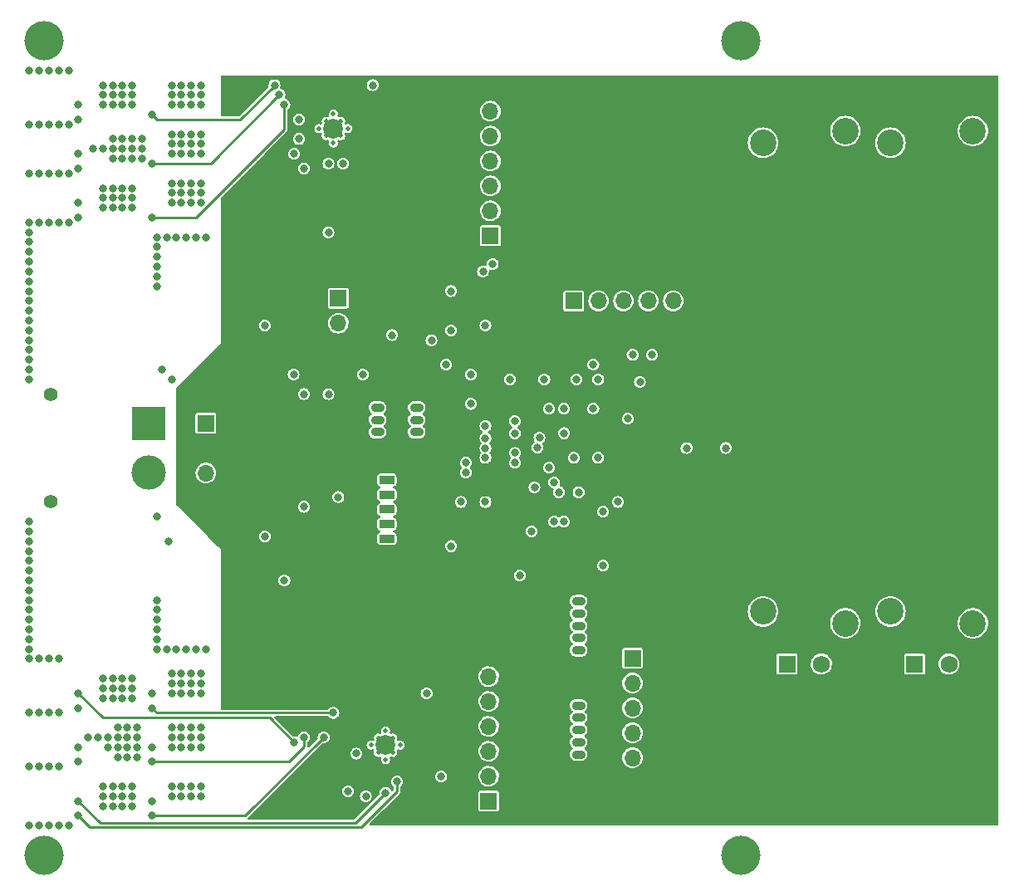
<source format=gbr>
%TF.GenerationSoftware,KiCad,Pcbnew,(6.0.5)*%
%TF.CreationDate,2022-08-05T23:54:08+09:00*%
%TF.ProjectId,ORION_VV_driver_v1,4f52494f-4e5f-4565-965f-647269766572,rev?*%
%TF.SameCoordinates,Original*%
%TF.FileFunction,Copper,L2,Inr*%
%TF.FilePolarity,Positive*%
%FSLAX46Y46*%
G04 Gerber Fmt 4.6, Leading zero omitted, Abs format (unit mm)*
G04 Created by KiCad (PCBNEW (6.0.5)) date 2022-08-05 23:54:08*
%MOMM*%
%LPD*%
G01*
G04 APERTURE LIST*
G04 Aperture macros list*
%AMRoundRect*
0 Rectangle with rounded corners*
0 $1 Rounding radius*
0 $2 $3 $4 $5 $6 $7 $8 $9 X,Y pos of 4 corners*
0 Add a 4 corners polygon primitive as box body*
4,1,4,$2,$3,$4,$5,$6,$7,$8,$9,$2,$3,0*
0 Add four circle primitives for the rounded corners*
1,1,$1+$1,$2,$3*
1,1,$1+$1,$4,$5*
1,1,$1+$1,$6,$7*
1,1,$1+$1,$8,$9*
0 Add four rect primitives between the rounded corners*
20,1,$1+$1,$2,$3,$4,$5,0*
20,1,$1+$1,$4,$5,$6,$7,0*
20,1,$1+$1,$6,$7,$8,$9,0*
20,1,$1+$1,$8,$9,$2,$3,0*%
G04 Aperture macros list end*
%TA.AperFunction,ComponentPad*%
%ADD10RoundRect,0.225000X-0.475000X0.225000X-0.475000X-0.225000X0.475000X-0.225000X0.475000X0.225000X0*%
%TD*%
%TA.AperFunction,ComponentPad*%
%ADD11O,1.400000X0.900000*%
%TD*%
%TA.AperFunction,ComponentPad*%
%ADD12R,1.750000X1.750000*%
%TD*%
%TA.AperFunction,ComponentPad*%
%ADD13C,1.750000*%
%TD*%
%TA.AperFunction,ComponentPad*%
%ADD14C,2.700000*%
%TD*%
%TA.AperFunction,ComponentPad*%
%ADD15R,1.700000X1.700000*%
%TD*%
%TA.AperFunction,ComponentPad*%
%ADD16O,1.700000X1.700000*%
%TD*%
%TA.AperFunction,ComponentPad*%
%ADD17C,0.500000*%
%TD*%
%TA.AperFunction,ComponentPad*%
%ADD18C,2.000000*%
%TD*%
%TA.AperFunction,ComponentPad*%
%ADD19C,1.400000*%
%TD*%
%TA.AperFunction,ComponentPad*%
%ADD20R,3.500000X3.500000*%
%TD*%
%TA.AperFunction,ComponentPad*%
%ADD21C,3.500000*%
%TD*%
%TA.AperFunction,ComponentPad*%
%ADD22RoundRect,0.225000X-0.575000X0.225000X-0.575000X-0.225000X0.575000X-0.225000X0.575000X0.225000X0*%
%TD*%
%TA.AperFunction,ViaPad*%
%ADD23C,4.000000*%
%TD*%
%TA.AperFunction,ViaPad*%
%ADD24C,0.800000*%
%TD*%
%TA.AperFunction,Conductor*%
%ADD25C,0.250000*%
%TD*%
G04 APERTURE END LIST*
D10*
%TO.N,GND*%
%TO.C,J2*%
X51500000Y-59625000D03*
D11*
%TO.N,+5V*%
X51500000Y-60875000D03*
%TO.N,/CAN_L*%
X51500000Y-62125000D03*
%TO.N,/CAN_H*%
X51500000Y-63375000D03*
%TD*%
D10*
%TO.N,GND*%
%TO.C,J6*%
X72000000Y-79375000D03*
D11*
%TO.N,+3V3*%
X72000000Y-80625000D03*
%TO.N,/NSS_ENC1*%
X72000000Y-81875000D03*
%TO.N,/SPI_CLK*%
X72000000Y-83125000D03*
%TO.N,/SPI_MISO*%
X72000000Y-84375000D03*
%TO.N,/SPI_MOSI*%
X72000000Y-85625000D03*
%TD*%
D12*
%TO.N,+3V3*%
%TO.C,RV1*%
X106250000Y-87020000D03*
D13*
%TO.N,/POT_0*%
X109750000Y-87020000D03*
%TO.N,GND*%
X106250000Y-28520000D03*
D14*
%TO.N,N/C*%
X103800000Y-81670000D03*
X112200000Y-32670000D03*
X112200000Y-82870000D03*
X103800000Y-33870000D03*
%TD*%
D15*
%TO.N,/NSS_ENC0*%
%TO.C,J10*%
X77500000Y-86425000D03*
D16*
%TO.N,/NSS_ENC1*%
X77500000Y-88965000D03*
%TO.N,/SPI_CLK*%
X77500000Y-91505000D03*
%TO.N,/SPI_MISO*%
X77500000Y-94045000D03*
%TO.N,/SPI_MOSI*%
X77500000Y-96585000D03*
%TD*%
D15*
%TO.N,Net-(D12-Pad1)*%
%TO.C,J14*%
X34000000Y-62475000D03*
D16*
%TO.N,GND*%
X34000000Y-65015000D03*
%TO.N,+3V3*%
X34000000Y-67555000D03*
%TD*%
D17*
%TO.N,N/C*%
%TO.C,GD2*%
X46257538Y-31676777D03*
X47000000Y-30934315D03*
X47000000Y-33904163D03*
D18*
X47000000Y-32419239D03*
D17*
X46257538Y-33161701D03*
X47742462Y-31676777D03*
X47742462Y-33161701D03*
X48484924Y-32419239D03*
X45515076Y-32419239D03*
%TD*%
D19*
%TO.N,*%
%TO.C,J11*%
X18175000Y-70500000D03*
X18175000Y-59500000D03*
D20*
%TO.N,GNDPWR*%
X28175000Y-62500000D03*
D21*
%TO.N,+BATT*%
X28175000Y-67500000D03*
%TD*%
D10*
%TO.N,GND*%
%TO.C,J5*%
X72000000Y-90000000D03*
D11*
%TO.N,+3V3*%
X72000000Y-91250000D03*
%TO.N,/NSS_ENC0*%
X72000000Y-92500000D03*
%TO.N,/SPI_CLK*%
X72000000Y-93750000D03*
%TO.N,/SPI_MISO*%
X72000000Y-95000000D03*
%TO.N,/SPI_MOSI*%
X72000000Y-96250000D03*
%TD*%
D12*
%TO.N,+3V3*%
%TO.C,RV2*%
X93250000Y-87020000D03*
D13*
%TO.N,/POT_1*%
X96750000Y-87020000D03*
%TO.N,GND*%
X93250000Y-28520000D03*
D14*
%TO.N,N/C*%
X99200000Y-82870000D03*
X90800000Y-33870000D03*
X90800000Y-81670000D03*
X99200000Y-32670000D03*
%TD*%
D15*
%TO.N,/CAN_L*%
%TO.C,J1*%
X47500000Y-49725000D03*
D16*
%TO.N,Net-(J1-Pad2)*%
X47500000Y-52265000D03*
%TD*%
D15*
%TO.N,/M0_UH*%
%TO.C,J8*%
X63000000Y-43350000D03*
D16*
%TO.N,/M0_VH*%
X63000000Y-40810000D03*
%TO.N,/M0_WH*%
X63000000Y-38270000D03*
%TO.N,/M0_UL*%
X63000000Y-35730000D03*
%TO.N,/M0_VL*%
X63000000Y-33190000D03*
%TO.N,/M0_WL*%
X63000000Y-30650000D03*
%TD*%
D15*
%TO.N,/BATT_V_SENS*%
%TO.C,J7*%
X71500000Y-50000000D03*
D16*
%TO.N,/M1_CS*%
X74040000Y-50000000D03*
%TO.N,/TEMP_1*%
X76580000Y-50000000D03*
%TO.N,/TEMP_0*%
X79120000Y-50000000D03*
%TO.N,/M0_CS*%
X81660000Y-50000000D03*
%TD*%
D17*
%TO.N,N/C*%
%TO.C,GD1*%
X52325000Y-96784924D03*
X52325000Y-93815076D03*
X53067462Y-94557538D03*
X53067462Y-96042462D03*
X51582538Y-94557538D03*
X51582538Y-96042462D03*
D18*
X52325000Y-95300000D03*
D17*
X53809924Y-95300000D03*
X50840076Y-95300000D03*
%TD*%
D15*
%TO.N,/M1_UH*%
%TO.C,J9*%
X62825000Y-101000000D03*
D16*
%TO.N,/M1_VH*%
X62825000Y-98460000D03*
%TO.N,/M1_WH*%
X62825000Y-95920000D03*
%TO.N,/M1_UL*%
X62825000Y-93380000D03*
%TO.N,/M1_VL*%
X62825000Y-90840000D03*
%TO.N,/M1_WL*%
X62825000Y-88300000D03*
%TD*%
D10*
%TO.N,GND*%
%TO.C,J3*%
X55500000Y-59625000D03*
D11*
%TO.N,+5V*%
X55500000Y-60875000D03*
%TO.N,/CAN_L*%
X55500000Y-62125000D03*
%TO.N,/CAN_H*%
X55500000Y-63375000D03*
%TD*%
D22*
%TO.N,GND*%
%TO.C,J4*%
X52450000Y-66750000D03*
%TO.N,Net-(D5-Pad2)*%
X52450000Y-68250000D03*
%TO.N,/SWDIO*%
X52450000Y-69750000D03*
%TO.N,/SWCLK*%
X52450000Y-71250000D03*
%TO.N,/UART1_TX*%
X52450000Y-72750000D03*
%TO.N,/UART1_RX*%
X52450000Y-74250000D03*
%TD*%
D23*
%TO.N,*%
X88500000Y-106500000D03*
X17500000Y-23500000D03*
X88500000Y-23500000D03*
X17500000Y-106500000D03*
D24*
%TO.N,GNDPWR*%
X30500000Y-58000000D03*
X30224500Y-74500000D03*
%TO.N,+15V*%
X46500000Y-43000000D03*
X51000000Y-28000000D03*
X56500000Y-90000000D03*
X58000000Y-98500000D03*
%TO.N,/M1_W*%
X52325000Y-100150000D03*
X25500000Y-99500000D03*
X23500000Y-100500000D03*
X24500000Y-101500000D03*
X23500000Y-99500000D03*
X24500000Y-100500000D03*
X25500000Y-101500000D03*
X26500000Y-100500000D03*
X25500000Y-100500000D03*
X26500000Y-101500000D03*
X21000000Y-101000000D03*
X23500000Y-101500000D03*
X24500000Y-99500000D03*
X26500000Y-99500000D03*
%TO.N,Net-(C12-Pad1)*%
X32500000Y-88000000D03*
X30500000Y-88000000D03*
X31000000Y-85500000D03*
X30500000Y-89000000D03*
X30500000Y-93500000D03*
X30500000Y-99500000D03*
X31500000Y-95500000D03*
X33000000Y-85500000D03*
X32500000Y-94500000D03*
X29000000Y-82500000D03*
X29000000Y-83500000D03*
X33500000Y-100500000D03*
X33500000Y-88000000D03*
X34000000Y-85500000D03*
X32500000Y-90000000D03*
X29000000Y-81500000D03*
X32500000Y-93500000D03*
X28500000Y-101000000D03*
X30500000Y-90000000D03*
X31500000Y-94500000D03*
X31500000Y-100500000D03*
X29000000Y-80500000D03*
X32500000Y-95500000D03*
X33500000Y-89000000D03*
X33500000Y-90000000D03*
X33500000Y-95500000D03*
X30000000Y-85500000D03*
X31500000Y-93500000D03*
X33500000Y-94500000D03*
X29013342Y-71988744D03*
X30500000Y-94500000D03*
X28500000Y-90000000D03*
X32500000Y-99500000D03*
X32500000Y-89000000D03*
X31500000Y-99500000D03*
X31500000Y-90000000D03*
X29000000Y-85500000D03*
X33500000Y-93500000D03*
X31500000Y-88000000D03*
X32000000Y-85500000D03*
X29000000Y-84500000D03*
X28500000Y-95500000D03*
X31500000Y-89000000D03*
X30500000Y-95500000D03*
X33500000Y-99500000D03*
X30500000Y-100500000D03*
X32500000Y-100500000D03*
%TO.N,/M1_V*%
X26000000Y-94500000D03*
X24000000Y-95500000D03*
X27000000Y-93500000D03*
X25000000Y-95500000D03*
X23000000Y-94500000D03*
X22000000Y-94500000D03*
X26000000Y-93500000D03*
X48500000Y-100000000D03*
X26000000Y-95500000D03*
X26000000Y-96500000D03*
X25000000Y-94500000D03*
X24000000Y-94500000D03*
X27000000Y-94500000D03*
X21000000Y-95500000D03*
X27000000Y-95500000D03*
X25000000Y-93500000D03*
X27000000Y-96500000D03*
X25000000Y-96500000D03*
%TO.N,Net-(C13-Pad1)*%
X30500000Y-30000000D03*
X29000000Y-45500000D03*
X31500000Y-38000000D03*
X30000000Y-43500000D03*
X29000000Y-47500000D03*
X33500000Y-35000000D03*
X29000000Y-44500000D03*
X31500000Y-39000000D03*
X31500000Y-28000000D03*
X33500000Y-29000000D03*
X30500000Y-40000000D03*
X29500000Y-57000000D03*
X32500000Y-39000000D03*
X33000000Y-43500000D03*
X31000000Y-43500000D03*
X30500000Y-35000000D03*
X30500000Y-33000000D03*
X33500000Y-28000000D03*
X33500000Y-38000000D03*
X32500000Y-28000000D03*
X33500000Y-33000000D03*
X30500000Y-38000000D03*
X30500000Y-34000000D03*
X33500000Y-34000000D03*
X32500000Y-29000000D03*
X32500000Y-35000000D03*
X32500000Y-30000000D03*
X31500000Y-30000000D03*
X32500000Y-34000000D03*
X30500000Y-28000000D03*
X30500000Y-39000000D03*
X34000000Y-43500000D03*
X29000000Y-46500000D03*
X31500000Y-33000000D03*
X29000000Y-43500000D03*
X31500000Y-35000000D03*
X32500000Y-33000000D03*
X33500000Y-39000000D03*
X33500000Y-40000000D03*
X31500000Y-40000000D03*
X32000000Y-43500000D03*
X32500000Y-40000000D03*
X31500000Y-34000000D03*
X33500000Y-30000000D03*
X30500000Y-29000000D03*
X29000000Y-48500000D03*
X32500000Y-38000000D03*
X31500000Y-29000000D03*
%TO.N,/M1_U*%
X23500000Y-90500000D03*
X26500000Y-90500000D03*
X25500000Y-88500000D03*
X26500000Y-88500000D03*
X25500000Y-89500000D03*
X21000000Y-90000000D03*
X25500000Y-90500000D03*
X23500000Y-88500000D03*
X24500000Y-89500000D03*
X26500000Y-89500000D03*
X24500000Y-90500000D03*
X43000000Y-95000000D03*
X23500000Y-89500000D03*
X24500000Y-88500000D03*
%TO.N,/M0_W*%
X24500000Y-40500000D03*
X46500000Y-36000000D03*
X26500000Y-38500000D03*
X24500000Y-39500000D03*
X21000000Y-40000000D03*
X26500000Y-39500000D03*
X25500000Y-39500000D03*
X25500000Y-38500000D03*
X23500000Y-38500000D03*
X26500000Y-40500000D03*
X23500000Y-39500000D03*
X25500000Y-40500000D03*
X24500000Y-38500000D03*
X23500000Y-40500000D03*
%TO.N,/M0_V*%
X26500000Y-34500000D03*
X22500000Y-34500000D03*
X27500000Y-34500000D03*
X23500000Y-34500000D03*
X24500000Y-35500000D03*
X27500000Y-33500000D03*
X26500000Y-33500000D03*
X24500000Y-33500000D03*
X21000000Y-35000000D03*
X24500000Y-34500000D03*
X25500000Y-34500000D03*
X25500000Y-33500000D03*
X43000000Y-35000000D03*
X25500000Y-35500000D03*
X26500000Y-35500000D03*
X27500000Y-35500000D03*
%TO.N,/M1_UL*%
X66000000Y-78000000D03*
%TO.N,/M1_VL*%
X67500000Y-69000000D03*
%TO.N,/M1_WL*%
X67224500Y-73500000D03*
%TO.N,Net-(GD1-Pad9)*%
X47000000Y-92000000D03*
X28500000Y-91500000D03*
%TO.N,Net-(GD1-Pad10)*%
X28500000Y-97000000D03*
X44000000Y-94500000D03*
%TO.N,Net-(GD1-Pad11)*%
X46000000Y-94500000D03*
X28500000Y-102500000D03*
%TO.N,Net-(GD1-Pad13)*%
X21000000Y-91500000D03*
X49325000Y-96150000D03*
%TO.N,Net-(GD1-Pad16)*%
X50313000Y-100500000D03*
X21000000Y-97000000D03*
%TO.N,Net-(GD1-Pad19)*%
X53500000Y-99000000D03*
X21000000Y-102500000D03*
%TO.N,/M1_UH*%
X65500000Y-63500000D03*
%TO.N,/M1_VH*%
X62500000Y-64000000D03*
%TO.N,/M1_WH*%
X67815303Y-64932819D03*
%TO.N,/M0_UL*%
X70500000Y-61000000D03*
%TO.N,/M0_VL*%
X69000000Y-61000000D03*
%TO.N,/M0_WL*%
X68500000Y-58000000D03*
%TO.N,Net-(GD2-Pad9)*%
X41000000Y-28000000D03*
X28500000Y-31000000D03*
%TO.N,Net-(GD2-Pad10)*%
X28487714Y-36024100D03*
X41500000Y-29000000D03*
%TO.N,Net-(GD2-Pad11)*%
X28500000Y-41500000D03*
X42000000Y-30000000D03*
%TO.N,Net-(GD2-Pad13)*%
X43500000Y-33488000D03*
X21000000Y-31500000D03*
%TO.N,Net-(GD2-Pad16)*%
X44000000Y-36500000D03*
X21000000Y-36500000D03*
%TO.N,Net-(GD2-Pad19)*%
X48000000Y-36000000D03*
X21000000Y-41500000D03*
%TO.N,/M0_UH*%
X65500000Y-65500000D03*
%TO.N,/M0_VH*%
X62500000Y-66000000D03*
%TO.N,/M0_WH*%
X65500000Y-66500000D03*
%TO.N,/M0_U*%
X20938942Y-30000000D03*
X25500000Y-28000000D03*
X26500000Y-28000000D03*
X25500000Y-30000000D03*
X23500000Y-28000000D03*
X23500000Y-30000000D03*
X24500000Y-29000000D03*
X25500000Y-29000000D03*
X26500000Y-30000000D03*
X24500000Y-30000000D03*
X24500000Y-28000000D03*
X23500000Y-29000000D03*
X26500000Y-29000000D03*
X43500000Y-31500000D03*
%TO.N,/POT_0*%
X65500000Y-62250000D03*
X62250000Y-47000000D03*
%TO.N,/POT_1*%
X63250000Y-46250000D03*
X62500000Y-62750000D03*
%TO.N,/M1_CS*%
X52987701Y-53487701D03*
X42000000Y-78500000D03*
X71789684Y-58000000D03*
%TO.N,/M0_CS*%
X77012299Y-62012299D03*
X59000000Y-49000000D03*
X42950500Y-57500000D03*
%TO.N,unconnected-(U4-Pad40)*%
X62500000Y-65000000D03*
%TO.N,/CAN_H*%
X57000000Y-54000000D03*
X50000000Y-57500000D03*
%TO.N,/SWDIO*%
X60000000Y-70500000D03*
%TO.N,/SWCLK*%
X59000000Y-75000000D03*
%TO.N,/NSS_ENC0*%
X70500000Y-72500000D03*
X74500000Y-77000000D03*
%TO.N,/NRST*%
X83000000Y-65000000D03*
X74000000Y-66000000D03*
%TO.N,+3V3*%
X79500000Y-55500000D03*
X87000000Y-65000000D03*
X73500000Y-56500000D03*
X74500000Y-71500000D03*
X62500000Y-70500000D03*
X77500000Y-55500000D03*
X40000000Y-74000000D03*
X40000000Y-52500000D03*
X70514263Y-63486030D03*
X78250000Y-58250000D03*
X71500000Y-66000000D03*
X76000000Y-70500000D03*
X69000000Y-67000000D03*
X46500000Y-59500000D03*
X65000000Y-58000000D03*
X62500000Y-52500000D03*
X68009434Y-63952351D03*
%TO.N,GND*%
X62481551Y-55493850D03*
X70824799Y-65210000D03*
X89750000Y-51000000D03*
X83500000Y-68500000D03*
X69800201Y-66234598D03*
X69800201Y-64185402D03*
X89750000Y-54500000D03*
X73500000Y-55500000D03*
X66000000Y-57000000D03*
X81500000Y-55500000D03*
X89750000Y-58000000D03*
X40012299Y-55487701D03*
X77500000Y-74000000D03*
X75500000Y-55500000D03*
X81000000Y-67000000D03*
X89750000Y-61500000D03*
X61512299Y-69012299D03*
X77000000Y-71500000D03*
X68775603Y-65210000D03*
X79500000Y-67000000D03*
X40972536Y-69972536D03*
X41000000Y-75500000D03*
X90000000Y-68500000D03*
%TO.N,/TEMP_0*%
X73500000Y-61000000D03*
%TO.N,/BATT_V_SENS*%
X61000000Y-57500000D03*
X61000000Y-60500000D03*
X47500000Y-70000000D03*
%TO.N,/SPI_CLK*%
X69500000Y-68500000D03*
%TO.N,/SPI_MISO*%
X69500000Y-72500000D03*
%TO.N,/SPI_MOSI*%
X70000000Y-69500000D03*
%TO.N,/NSS_ENC1*%
X72000000Y-69500000D03*
%TO.N,/CAN_TX*%
X58500000Y-56500000D03*
X60500000Y-67500000D03*
%TO.N,/CAN_RX*%
X59000000Y-53000000D03*
X60512299Y-66487701D03*
%TO.N,/TEMP_1*%
X74000000Y-58000000D03*
%TO.N,Net-(J12-Pad4)*%
X16000000Y-52000000D03*
X19000000Y-26500000D03*
X18000000Y-42000000D03*
X16000000Y-57000000D03*
X19000000Y-32000000D03*
X18000000Y-26500000D03*
X16000000Y-32000000D03*
X20000000Y-26500000D03*
X16000000Y-47000000D03*
X16000000Y-43000000D03*
X16000000Y-48000000D03*
X17000000Y-42000000D03*
X16000000Y-50000000D03*
X20000000Y-42000000D03*
X16000000Y-54000000D03*
X20000000Y-37000000D03*
X18000000Y-32000000D03*
X20000000Y-32000000D03*
X17000000Y-32000000D03*
X16000000Y-55000000D03*
X18000000Y-37000000D03*
X17000000Y-37000000D03*
X17000000Y-26500000D03*
X19000000Y-42000000D03*
X16000000Y-58000000D03*
X16000000Y-42000000D03*
X16000000Y-51000000D03*
X16000000Y-53000000D03*
X16000000Y-46000000D03*
X16000000Y-45000000D03*
X16000000Y-26500000D03*
X16000000Y-49000000D03*
X19000000Y-37000000D03*
X16000000Y-56000000D03*
X16000000Y-44000000D03*
X16000000Y-37000000D03*
%TO.N,Net-(J13-Pad4)*%
X16000000Y-78500000D03*
X17000000Y-86500000D03*
X19000000Y-86500000D03*
X18000000Y-92000000D03*
X17000000Y-103500000D03*
X16000000Y-80500000D03*
X16000000Y-85500000D03*
X18000000Y-97500000D03*
X16000000Y-97500000D03*
X16000000Y-103500000D03*
X17000000Y-92000000D03*
X19000000Y-92000000D03*
X18000000Y-103500000D03*
X20000000Y-103500000D03*
X16000000Y-83500000D03*
X16000000Y-84500000D03*
X16000000Y-81500000D03*
X18000000Y-86500000D03*
X16000000Y-79500000D03*
X16000000Y-82500000D03*
X16000000Y-86500000D03*
X16000000Y-76500000D03*
X19000000Y-97500000D03*
X16000000Y-92000000D03*
X16000000Y-77500000D03*
X16000000Y-75500000D03*
X17000000Y-97500000D03*
X16000000Y-73500000D03*
X16000000Y-72500000D03*
X19000000Y-103500000D03*
X16000000Y-74500000D03*
%TO.N,/3V3_HARF_REF*%
X44000000Y-71000000D03*
X44000000Y-59500000D03*
%TD*%
D25*
%TO.N,/M1_W*%
X23224511Y-103224511D02*
X49250489Y-103224511D01*
X21000000Y-101000000D02*
X23224511Y-103224511D01*
X49250489Y-103224511D02*
X52325000Y-100150000D01*
%TO.N,/M1_U*%
X40500000Y-92500000D02*
X23500000Y-92500000D01*
X23500000Y-92500000D02*
X21000000Y-90000000D01*
X43000000Y-95000000D02*
X40500000Y-92500000D01*
%TO.N,Net-(GD1-Pad9)*%
X29000000Y-92000000D02*
X28500000Y-91500000D01*
X47000000Y-92000000D02*
X29000000Y-92000000D01*
%TO.N,Net-(GD1-Pad10)*%
X44000000Y-94500000D02*
X44000000Y-95475386D01*
X44000000Y-95475386D02*
X42475386Y-97000000D01*
X42475386Y-97000000D02*
X28500000Y-97000000D01*
%TO.N,Net-(GD1-Pad11)*%
X46000000Y-94500000D02*
X38000000Y-102500000D01*
X38000000Y-102500000D02*
X28500000Y-102500000D01*
%TO.N,Net-(GD1-Pad19)*%
X22174031Y-103674031D02*
X49825583Y-103674031D01*
X53500000Y-99999614D02*
X53500000Y-99000000D01*
X21000000Y-102500000D02*
X22174031Y-103674031D01*
X49825583Y-103674031D02*
X53500000Y-99999614D01*
%TO.N,Net-(GD2-Pad9)*%
X29000000Y-31500000D02*
X37500000Y-31500000D01*
X37500000Y-31500000D02*
X41000000Y-28000000D01*
X28500000Y-31000000D02*
X29000000Y-31500000D01*
%TO.N,Net-(GD2-Pad10)*%
X34500000Y-36000000D02*
X41500000Y-29000000D01*
X28511814Y-36000000D02*
X34500000Y-36000000D01*
X28487714Y-36024100D02*
X28511814Y-36000000D01*
%TO.N,Net-(GD2-Pad11)*%
X33024614Y-41500000D02*
X42000000Y-32524614D01*
X28500000Y-41500000D02*
X33024614Y-41500000D01*
X42000000Y-32524614D02*
X42000000Y-30000000D01*
%TD*%
%TA.AperFunction,Conductor*%
%TO.N,GND*%
G36*
X114741621Y-27020002D02*
G01*
X114788114Y-27073658D01*
X114799500Y-27126000D01*
X114799500Y-103374000D01*
X114779498Y-103442121D01*
X114725842Y-103488614D01*
X114673500Y-103500000D01*
X50764130Y-103500000D01*
X50696009Y-103479998D01*
X50649516Y-103426342D01*
X50639412Y-103356068D01*
X50668906Y-103291488D01*
X50675035Y-103284905D01*
X51909441Y-102050500D01*
X52090193Y-101869748D01*
X61774500Y-101869748D01*
X61786133Y-101928231D01*
X61830448Y-101994552D01*
X61896769Y-102038867D01*
X61908938Y-102041288D01*
X61908939Y-102041288D01*
X61945197Y-102048500D01*
X61955252Y-102050500D01*
X63694748Y-102050500D01*
X63704803Y-102048500D01*
X63741061Y-102041288D01*
X63741062Y-102041288D01*
X63753231Y-102038867D01*
X63819552Y-101994552D01*
X63863867Y-101928231D01*
X63875500Y-101869748D01*
X63875500Y-100130252D01*
X63863867Y-100071769D01*
X63819552Y-100005448D01*
X63753231Y-99961133D01*
X63741062Y-99958712D01*
X63741061Y-99958712D01*
X63700816Y-99950707D01*
X63694748Y-99949500D01*
X61955252Y-99949500D01*
X61949184Y-99950707D01*
X61908939Y-99958712D01*
X61908938Y-99958712D01*
X61896769Y-99961133D01*
X61830448Y-100005448D01*
X61786133Y-100071769D01*
X61774500Y-100130252D01*
X61774500Y-101869748D01*
X52090193Y-101869748D01*
X53716222Y-100243719D01*
X53724326Y-100236292D01*
X53744750Y-100219154D01*
X53753194Y-100212069D01*
X53758704Y-100202526D01*
X53758707Y-100202522D01*
X53772036Y-100179435D01*
X53777941Y-100170165D01*
X53793232Y-100148327D01*
X53799554Y-100139298D01*
X53802407Y-100128650D01*
X53803886Y-100125479D01*
X53805078Y-100122203D01*
X53810588Y-100112659D01*
X53817134Y-100075538D01*
X53819508Y-100064831D01*
X53829263Y-100028421D01*
X53828156Y-100015761D01*
X53825979Y-99990883D01*
X53825500Y-99979902D01*
X53825500Y-99569286D01*
X53845502Y-99501165D01*
X53874796Y-99469323D01*
X53921736Y-99433305D01*
X53928282Y-99428282D01*
X54024536Y-99302841D01*
X54085044Y-99156762D01*
X54105682Y-99000000D01*
X54085044Y-98843238D01*
X54024536Y-98697159D01*
X53928282Y-98571718D01*
X53834817Y-98500000D01*
X57394318Y-98500000D01*
X57414956Y-98656762D01*
X57475464Y-98802841D01*
X57571718Y-98928282D01*
X57697159Y-99024536D01*
X57843238Y-99085044D01*
X58000000Y-99105682D01*
X58008188Y-99104604D01*
X58148574Y-99086122D01*
X58156762Y-99085044D01*
X58302841Y-99024536D01*
X58428282Y-98928282D01*
X58524536Y-98802841D01*
X58585044Y-98656762D01*
X58605682Y-98500000D01*
X58598476Y-98445262D01*
X61769520Y-98445262D01*
X61786759Y-98650553D01*
X61843544Y-98848586D01*
X61846359Y-98854063D01*
X61846360Y-98854066D01*
X61934897Y-99026341D01*
X61937712Y-99031818D01*
X62065677Y-99193270D01*
X62070370Y-99197264D01*
X62070371Y-99197265D01*
X62185458Y-99295211D01*
X62222564Y-99326791D01*
X62402398Y-99427297D01*
X62497238Y-99458113D01*
X62592471Y-99489056D01*
X62592475Y-99489057D01*
X62598329Y-99490959D01*
X62802894Y-99515351D01*
X62809029Y-99514879D01*
X62809031Y-99514879D01*
X62865039Y-99510569D01*
X63008300Y-99499546D01*
X63014230Y-99497890D01*
X63014232Y-99497890D01*
X63200797Y-99445800D01*
X63200796Y-99445800D01*
X63206725Y-99444145D01*
X63212214Y-99441372D01*
X63212220Y-99441370D01*
X63385116Y-99354033D01*
X63390610Y-99351258D01*
X63552951Y-99224424D01*
X63576486Y-99197159D01*
X63683540Y-99073134D01*
X63683540Y-99073133D01*
X63687564Y-99068472D01*
X63708387Y-99031818D01*
X63740400Y-98975464D01*
X63789323Y-98889344D01*
X63854351Y-98693863D01*
X63880171Y-98489474D01*
X63880583Y-98460000D01*
X63860480Y-98254970D01*
X63800935Y-98057749D01*
X63704218Y-97875849D01*
X63630859Y-97785902D01*
X63577906Y-97720975D01*
X63577903Y-97720972D01*
X63574011Y-97716200D01*
X63556786Y-97701950D01*
X63420025Y-97588811D01*
X63420021Y-97588809D01*
X63415275Y-97584882D01*
X63234055Y-97486897D01*
X63037254Y-97425977D01*
X63031129Y-97425333D01*
X63031128Y-97425333D01*
X62838498Y-97405087D01*
X62838496Y-97405087D01*
X62832369Y-97404443D01*
X62745529Y-97412346D01*
X62633342Y-97422555D01*
X62633339Y-97422556D01*
X62627203Y-97423114D01*
X62429572Y-97481280D01*
X62247002Y-97576726D01*
X62242201Y-97580586D01*
X62242198Y-97580588D01*
X62168455Y-97639879D01*
X62086447Y-97705815D01*
X61954024Y-97863630D01*
X61951056Y-97869028D01*
X61951053Y-97869033D01*
X61926400Y-97913878D01*
X61854776Y-98044162D01*
X61792484Y-98240532D01*
X61791798Y-98246649D01*
X61791797Y-98246653D01*
X61781819Y-98335609D01*
X61769520Y-98445262D01*
X58598476Y-98445262D01*
X58585044Y-98343238D01*
X58524536Y-98197159D01*
X58428282Y-98071718D01*
X58302841Y-97975464D01*
X58156762Y-97914956D01*
X58000000Y-97894318D01*
X57843238Y-97914956D01*
X57697159Y-97975464D01*
X57571718Y-98071718D01*
X57475464Y-98197159D01*
X57414956Y-98343238D01*
X57394318Y-98500000D01*
X53834817Y-98500000D01*
X53802841Y-98475464D01*
X53656762Y-98414956D01*
X53500000Y-98394318D01*
X53343238Y-98414956D01*
X53197159Y-98475464D01*
X53071718Y-98571718D01*
X52975464Y-98697159D01*
X52914956Y-98843238D01*
X52894318Y-99000000D01*
X52914956Y-99156762D01*
X52975464Y-99302841D01*
X53071718Y-99428282D01*
X53078264Y-99433305D01*
X53125204Y-99469323D01*
X53167071Y-99526661D01*
X53174500Y-99569286D01*
X53174500Y-99812597D01*
X53154498Y-99880718D01*
X53137595Y-99901692D01*
X53083220Y-99956067D01*
X53020908Y-99990093D01*
X52950093Y-99985028D01*
X52893257Y-99942481D01*
X52877717Y-99915191D01*
X52852699Y-99854793D01*
X52852696Y-99854788D01*
X52849536Y-99847159D01*
X52753282Y-99721718D01*
X52627841Y-99625464D01*
X52481762Y-99564956D01*
X52325000Y-99544318D01*
X52168238Y-99564956D01*
X52022159Y-99625464D01*
X51896718Y-99721718D01*
X51800464Y-99847159D01*
X51739956Y-99993238D01*
X51738878Y-100001426D01*
X51737988Y-100008188D01*
X51719318Y-100150000D01*
X51727490Y-100212069D01*
X51728118Y-100216840D01*
X51717179Y-100286989D01*
X51692291Y-100322382D01*
X50962486Y-101052187D01*
X50900174Y-101086213D01*
X50895402Y-101085872D01*
X50877852Y-101134694D01*
X50865187Y-101149486D01*
X49152568Y-102862106D01*
X49090256Y-102896131D01*
X49063473Y-102899011D01*
X38365505Y-102899011D01*
X38297384Y-102879009D01*
X38250891Y-102825353D01*
X38240787Y-102755079D01*
X38270281Y-102690499D01*
X38276410Y-102683916D01*
X40960326Y-100000000D01*
X47894318Y-100000000D01*
X47895396Y-100008188D01*
X47913846Y-100148327D01*
X47914956Y-100156762D01*
X47975464Y-100302841D01*
X48071718Y-100428282D01*
X48197159Y-100524536D01*
X48343238Y-100585044D01*
X48500000Y-100605682D01*
X48508188Y-100604604D01*
X48648574Y-100586122D01*
X48656762Y-100585044D01*
X48802841Y-100524536D01*
X48834817Y-100500000D01*
X49707318Y-100500000D01*
X49727956Y-100656762D01*
X49788464Y-100802841D01*
X49884718Y-100928282D01*
X50010159Y-101024536D01*
X50156238Y-101085044D01*
X50313000Y-101105682D01*
X50321188Y-101104604D01*
X50461574Y-101086122D01*
X50469762Y-101085044D01*
X50615841Y-101024536D01*
X50622394Y-101019508D01*
X50622397Y-101019506D01*
X50699388Y-100960429D01*
X50754917Y-100938961D01*
X50762803Y-100902707D01*
X50773429Y-100886388D01*
X50832506Y-100809397D01*
X50832509Y-100809392D01*
X50837536Y-100802841D01*
X50898044Y-100656762D01*
X50918682Y-100500000D01*
X50898044Y-100343238D01*
X50837536Y-100197159D01*
X50764371Y-100101808D01*
X50746305Y-100078264D01*
X50741282Y-100071718D01*
X50615841Y-99975464D01*
X50469762Y-99914956D01*
X50313000Y-99894318D01*
X50156238Y-99914956D01*
X50010159Y-99975464D01*
X49884718Y-100071718D01*
X49879695Y-100078264D01*
X49861629Y-100101808D01*
X49788464Y-100197159D01*
X49727956Y-100343238D01*
X49707318Y-100500000D01*
X48834817Y-100500000D01*
X48928282Y-100428282D01*
X49024536Y-100302841D01*
X49085044Y-100156762D01*
X49086155Y-100148327D01*
X49104604Y-100008188D01*
X49105682Y-100000000D01*
X49085044Y-99843238D01*
X49024536Y-99697159D01*
X48928282Y-99571718D01*
X48802841Y-99475464D01*
X48656762Y-99414956D01*
X48500000Y-99394318D01*
X48343238Y-99414956D01*
X48197159Y-99475464D01*
X48071718Y-99571718D01*
X47975464Y-99697159D01*
X47914956Y-99843238D01*
X47894318Y-100000000D01*
X40960326Y-100000000D01*
X44810327Y-96150000D01*
X48719318Y-96150000D01*
X48739956Y-96306762D01*
X48800464Y-96452841D01*
X48896718Y-96578282D01*
X49022159Y-96674536D01*
X49168238Y-96735044D01*
X49325000Y-96755682D01*
X49333188Y-96754604D01*
X49473574Y-96736122D01*
X49481762Y-96735044D01*
X49627841Y-96674536D01*
X49753282Y-96578282D01*
X49849536Y-96452841D01*
X49910044Y-96306762D01*
X49930682Y-96150000D01*
X49910044Y-95993238D01*
X49849536Y-95847159D01*
X49774432Y-95749281D01*
X49758305Y-95728264D01*
X49753282Y-95721718D01*
X49627841Y-95625464D01*
X49481762Y-95564956D01*
X49325000Y-95544318D01*
X49168238Y-95564956D01*
X49022159Y-95625464D01*
X48896718Y-95721718D01*
X48891695Y-95728264D01*
X48875568Y-95749281D01*
X48800464Y-95847159D01*
X48739956Y-95993238D01*
X48719318Y-96150000D01*
X44810327Y-96150000D01*
X45665887Y-95294440D01*
X50384977Y-95294440D01*
X50386141Y-95303342D01*
X50386141Y-95303345D01*
X50400544Y-95413489D01*
X50400545Y-95413493D01*
X50401709Y-95422394D01*
X50405325Y-95430612D01*
X50437688Y-95504162D01*
X50453681Y-95540510D01*
X50459458Y-95547383D01*
X50459459Y-95547384D01*
X50516355Y-95615070D01*
X50536715Y-95639291D01*
X50580050Y-95668137D01*
X50628717Y-95700532D01*
X50644136Y-95710796D01*
X50767309Y-95749278D01*
X50776279Y-95749442D01*
X50776283Y-95749443D01*
X50835018Y-95750519D01*
X50896331Y-95751643D01*
X51005980Y-95721749D01*
X51076962Y-95723128D01*
X51135931Y-95762665D01*
X51164163Y-95827807D01*
X51153177Y-95896859D01*
X51147292Y-95909394D01*
X51141052Y-95949474D01*
X51128820Y-96028029D01*
X51128820Y-96028033D01*
X51127439Y-96036902D01*
X51128603Y-96045804D01*
X51128603Y-96045807D01*
X51143006Y-96155951D01*
X51143007Y-96155955D01*
X51144171Y-96164856D01*
X51196143Y-96282972D01*
X51201920Y-96289845D01*
X51201921Y-96289846D01*
X51217674Y-96308586D01*
X51279177Y-96381753D01*
X51386598Y-96453258D01*
X51509771Y-96491740D01*
X51518741Y-96491904D01*
X51518745Y-96491905D01*
X51577480Y-96492981D01*
X51638793Y-96494105D01*
X51748442Y-96464211D01*
X51819424Y-96465590D01*
X51878393Y-96505127D01*
X51906625Y-96570269D01*
X51895639Y-96639321D01*
X51889754Y-96651856D01*
X51884683Y-96684424D01*
X51871282Y-96770491D01*
X51871282Y-96770495D01*
X51869901Y-96779364D01*
X51871065Y-96788266D01*
X51871065Y-96788269D01*
X51885468Y-96898413D01*
X51885469Y-96898417D01*
X51886633Y-96907318D01*
X51938605Y-97025434D01*
X52021639Y-97124215D01*
X52029116Y-97129192D01*
X52117634Y-97188114D01*
X52129060Y-97195720D01*
X52252233Y-97234202D01*
X52261203Y-97234366D01*
X52261207Y-97234367D01*
X52319942Y-97235443D01*
X52381255Y-97236567D01*
X52443505Y-97219595D01*
X52497092Y-97204986D01*
X52497093Y-97204986D01*
X52505755Y-97202624D01*
X52513405Y-97197927D01*
X52513407Y-97197926D01*
X52608072Y-97139802D01*
X52608075Y-97139799D01*
X52615724Y-97135103D01*
X52621750Y-97128446D01*
X52696300Y-97046085D01*
X52696303Y-97046081D01*
X52702322Y-97039431D01*
X52758588Y-96923299D01*
X52761811Y-96904145D01*
X52779190Y-96800841D01*
X52779997Y-96796044D01*
X52780065Y-96790454D01*
X52780074Y-96789783D01*
X52780074Y-96789777D01*
X52780133Y-96784924D01*
X52766283Y-96688213D01*
X52763112Y-96666069D01*
X52763111Y-96666066D01*
X52761839Y-96657183D01*
X52758126Y-96649017D01*
X52758125Y-96649013D01*
X52752193Y-96635967D01*
X52742208Y-96565676D01*
X52771810Y-96501145D01*
X52831600Y-96462862D01*
X52904468Y-96463551D01*
X52994695Y-96491740D01*
X53003665Y-96491904D01*
X53003669Y-96491905D01*
X53062404Y-96492981D01*
X53123717Y-96494105D01*
X53233366Y-96464211D01*
X53239554Y-96462524D01*
X53239555Y-96462524D01*
X53248217Y-96460162D01*
X53255867Y-96455465D01*
X53255869Y-96455464D01*
X53350534Y-96397340D01*
X53350537Y-96397337D01*
X53358186Y-96392641D01*
X53364212Y-96385984D01*
X53438762Y-96303623D01*
X53438765Y-96303619D01*
X53444784Y-96296969D01*
X53501050Y-96180837D01*
X53504861Y-96158188D01*
X53521652Y-96058379D01*
X53522459Y-96053582D01*
X53522595Y-96042462D01*
X53514209Y-95983903D01*
X53505574Y-95923607D01*
X53505573Y-95923604D01*
X53504301Y-95914721D01*
X53500588Y-95906555D01*
X53500587Y-95906551D01*
X53500001Y-95905262D01*
X61769520Y-95905262D01*
X61771453Y-95928282D01*
X61782109Y-96055174D01*
X61786759Y-96110553D01*
X61788458Y-96116478D01*
X61840783Y-96298956D01*
X61843544Y-96308586D01*
X61846359Y-96314063D01*
X61846360Y-96314066D01*
X61934897Y-96486341D01*
X61937712Y-96491818D01*
X62065677Y-96653270D01*
X62070370Y-96657264D01*
X62070371Y-96657265D01*
X62208737Y-96775023D01*
X62222564Y-96786791D01*
X62227942Y-96789797D01*
X62227944Y-96789798D01*
X62290158Y-96824568D01*
X62402398Y-96887297D01*
X62485966Y-96914450D01*
X62592471Y-96949056D01*
X62592475Y-96949057D01*
X62598329Y-96950959D01*
X62802894Y-96975351D01*
X62809029Y-96974879D01*
X62809031Y-96974879D01*
X62865039Y-96970569D01*
X63008300Y-96959546D01*
X63014230Y-96957890D01*
X63014232Y-96957890D01*
X63138123Y-96923299D01*
X63206725Y-96904145D01*
X63212214Y-96901372D01*
X63212220Y-96901370D01*
X63358486Y-96827485D01*
X63390610Y-96811258D01*
X63430481Y-96780108D01*
X63497223Y-96727963D01*
X63552951Y-96684424D01*
X63558759Y-96677696D01*
X63683540Y-96533134D01*
X63683540Y-96533133D01*
X63687564Y-96528472D01*
X63691452Y-96521629D01*
X63756968Y-96406299D01*
X63789323Y-96349344D01*
X63836066Y-96208830D01*
X71095624Y-96208830D01*
X71105944Y-96372860D01*
X71108393Y-96380396D01*
X71108393Y-96380398D01*
X71112371Y-96392641D01*
X71156732Y-96529171D01*
X71244798Y-96667940D01*
X71250577Y-96673367D01*
X71250578Y-96673368D01*
X71328782Y-96746806D01*
X71364607Y-96780448D01*
X71371551Y-96784265D01*
X71371553Y-96784267D01*
X71420650Y-96811258D01*
X71508632Y-96859627D01*
X71516304Y-96861597D01*
X71516307Y-96861598D01*
X71660145Y-96898529D01*
X71660148Y-96898529D01*
X71667823Y-96900500D01*
X72290925Y-96900500D01*
X72348690Y-96893203D01*
X72405193Y-96886065D01*
X72405196Y-96886064D01*
X72413058Y-96885071D01*
X72420425Y-96882154D01*
X72420426Y-96882154D01*
X72486970Y-96855807D01*
X72565871Y-96824568D01*
X72573724Y-96818863D01*
X72692423Y-96732623D01*
X72698837Y-96727963D01*
X72803600Y-96601326D01*
X72811283Y-96585000D01*
X72818218Y-96570262D01*
X76444520Y-96570262D01*
X76445463Y-96581494D01*
X76454107Y-96684424D01*
X76461759Y-96775553D01*
X76464258Y-96784267D01*
X76509661Y-96942606D01*
X76518544Y-96973586D01*
X76521359Y-96979063D01*
X76521360Y-96979066D01*
X76595956Y-97124215D01*
X76612712Y-97156818D01*
X76740677Y-97318270D01*
X76745370Y-97322264D01*
X76745371Y-97322265D01*
X76867233Y-97425977D01*
X76897564Y-97451791D01*
X76902942Y-97454797D01*
X76902944Y-97454798D01*
X76960379Y-97486897D01*
X77077398Y-97552297D01*
X77143790Y-97573869D01*
X77267471Y-97614056D01*
X77267475Y-97614057D01*
X77273329Y-97615959D01*
X77477894Y-97640351D01*
X77484029Y-97639879D01*
X77484031Y-97639879D01*
X77540039Y-97635569D01*
X77683300Y-97624546D01*
X77689230Y-97622890D01*
X77689232Y-97622890D01*
X77835859Y-97581951D01*
X77881725Y-97569145D01*
X77887214Y-97566372D01*
X77887220Y-97566370D01*
X78055668Y-97481280D01*
X78065610Y-97476258D01*
X78227951Y-97349424D01*
X78238774Y-97336886D01*
X78358540Y-97198134D01*
X78358540Y-97198133D01*
X78362564Y-97193472D01*
X78383387Y-97156818D01*
X78401056Y-97125714D01*
X78464323Y-97014344D01*
X78529351Y-96818863D01*
X78555171Y-96614474D01*
X78555583Y-96585000D01*
X78535480Y-96379970D01*
X78475935Y-96182749D01*
X78379218Y-96000849D01*
X78298004Y-95901271D01*
X78252906Y-95845975D01*
X78252903Y-95845972D01*
X78249011Y-95841200D01*
X78242173Y-95835543D01*
X78095025Y-95713811D01*
X78095021Y-95713809D01*
X78090275Y-95709882D01*
X77943444Y-95630491D01*
X77914474Y-95614827D01*
X77909055Y-95611897D01*
X77712254Y-95550977D01*
X77706129Y-95550333D01*
X77706128Y-95550333D01*
X77513498Y-95530087D01*
X77513496Y-95530087D01*
X77507369Y-95529443D01*
X77420529Y-95537346D01*
X77308342Y-95547555D01*
X77308339Y-95547556D01*
X77302203Y-95548114D01*
X77104572Y-95606280D01*
X76922002Y-95701726D01*
X76917201Y-95705586D01*
X76917198Y-95705588D01*
X76796240Y-95802841D01*
X76761447Y-95830815D01*
X76629024Y-95988630D01*
X76626056Y-95994028D01*
X76626053Y-95994033D01*
X76532743Y-96163765D01*
X76529776Y-96169162D01*
X76467484Y-96365532D01*
X76466798Y-96371649D01*
X76466797Y-96371653D01*
X76448470Y-96535046D01*
X76444520Y-96570262D01*
X72818218Y-96570262D01*
X72832593Y-96539712D01*
X72873579Y-96452613D01*
X72875064Y-96444830D01*
X72875065Y-96444826D01*
X72902891Y-96298956D01*
X72902891Y-96298954D01*
X72904376Y-96291170D01*
X72898706Y-96201044D01*
X72894554Y-96135051D01*
X72894554Y-96135049D01*
X72894056Y-96127140D01*
X72843268Y-95970829D01*
X72755202Y-95832060D01*
X72635393Y-95719552D01*
X72636062Y-95718840D01*
X72596961Y-95668137D01*
X72590883Y-95597401D01*
X72624012Y-95534608D01*
X72640313Y-95520483D01*
X72692423Y-95482623D01*
X72698837Y-95477963D01*
X72803600Y-95351326D01*
X72873579Y-95202613D01*
X72875064Y-95194830D01*
X72875065Y-95194826D01*
X72902891Y-95048956D01*
X72902891Y-95048954D01*
X72904376Y-95041170D01*
X72898629Y-94949827D01*
X72894554Y-94885051D01*
X72894554Y-94885049D01*
X72894056Y-94877140D01*
X72891066Y-94867936D01*
X72873285Y-94813213D01*
X72843268Y-94720829D01*
X72755202Y-94582060D01*
X72740931Y-94568658D01*
X72691284Y-94522037D01*
X72635393Y-94469552D01*
X72636062Y-94468840D01*
X72596961Y-94418137D01*
X72590883Y-94347401D01*
X72624012Y-94284608D01*
X72640313Y-94270483D01*
X72692423Y-94232623D01*
X72698837Y-94227963D01*
X72803600Y-94101326D01*
X72837040Y-94030262D01*
X76444520Y-94030262D01*
X76445036Y-94036406D01*
X76461122Y-94227963D01*
X76461759Y-94235553D01*
X76464981Y-94246791D01*
X76509659Y-94402599D01*
X76518544Y-94433586D01*
X76521359Y-94439063D01*
X76521360Y-94439066D01*
X76592059Y-94576632D01*
X76612712Y-94616818D01*
X76740677Y-94778270D01*
X76745370Y-94782264D01*
X76745371Y-94782265D01*
X76867233Y-94885977D01*
X76897564Y-94911791D01*
X76902942Y-94914797D01*
X76902944Y-94914798D01*
X76960379Y-94946897D01*
X77077398Y-95012297D01*
X77143790Y-95033869D01*
X77267471Y-95074056D01*
X77267475Y-95074057D01*
X77273329Y-95075959D01*
X77477894Y-95100351D01*
X77484029Y-95099879D01*
X77484031Y-95099879D01*
X77540039Y-95095569D01*
X77683300Y-95084546D01*
X77689230Y-95082890D01*
X77689232Y-95082890D01*
X77825361Y-95044882D01*
X77881725Y-95029145D01*
X77887214Y-95026372D01*
X77887220Y-95026370D01*
X78024492Y-94957028D01*
X78065610Y-94936258D01*
X78084198Y-94921736D01*
X78156814Y-94865002D01*
X78227951Y-94809424D01*
X78233634Y-94802841D01*
X78358540Y-94658134D01*
X78358540Y-94658133D01*
X78362564Y-94653472D01*
X78368760Y-94642566D01*
X78433759Y-94528146D01*
X78464323Y-94474344D01*
X78529351Y-94278863D01*
X78555171Y-94074474D01*
X78555583Y-94045000D01*
X78535480Y-93839970D01*
X78475935Y-93642749D01*
X78379218Y-93460849D01*
X78300355Y-93364154D01*
X78252906Y-93305975D01*
X78252903Y-93305972D01*
X78249011Y-93301200D01*
X78208126Y-93267377D01*
X78095025Y-93173811D01*
X78095021Y-93173809D01*
X78090275Y-93169882D01*
X77909055Y-93071897D01*
X77712254Y-93010977D01*
X77706129Y-93010333D01*
X77706128Y-93010333D01*
X77513498Y-92990087D01*
X77513496Y-92990087D01*
X77507369Y-92989443D01*
X77420529Y-92997346D01*
X77308342Y-93007555D01*
X77308339Y-93007556D01*
X77302203Y-93008114D01*
X77104572Y-93066280D01*
X76922002Y-93161726D01*
X76917201Y-93165586D01*
X76917198Y-93165588D01*
X76790598Y-93267377D01*
X76761447Y-93290815D01*
X76629024Y-93448630D01*
X76626056Y-93454028D01*
X76626053Y-93454033D01*
X76532743Y-93623765D01*
X76529776Y-93629162D01*
X76467484Y-93825532D01*
X76466798Y-93831649D01*
X76466797Y-93831653D01*
X76447914Y-94000000D01*
X76444520Y-94030262D01*
X72837040Y-94030262D01*
X72873579Y-93952613D01*
X72875064Y-93944830D01*
X72875065Y-93944826D01*
X72902891Y-93798956D01*
X72902891Y-93798954D01*
X72904376Y-93791170D01*
X72894056Y-93627140D01*
X72843268Y-93470829D01*
X72755202Y-93332060D01*
X72722340Y-93301200D01*
X72691284Y-93272037D01*
X72635393Y-93219552D01*
X72636062Y-93218840D01*
X72596961Y-93168137D01*
X72590883Y-93097401D01*
X72624012Y-93034608D01*
X72640313Y-93020483D01*
X72692423Y-92982623D01*
X72698837Y-92977963D01*
X72803600Y-92851326D01*
X72873579Y-92702613D01*
X72875064Y-92694830D01*
X72875065Y-92694826D01*
X72902891Y-92548956D01*
X72902891Y-92548954D01*
X72904376Y-92541170D01*
X72895575Y-92401280D01*
X72894554Y-92385051D01*
X72894554Y-92385049D01*
X72894056Y-92377140D01*
X72883566Y-92344853D01*
X72877143Y-92325087D01*
X72843268Y-92220829D01*
X72755202Y-92082060D01*
X72743788Y-92071341D01*
X72691284Y-92022037D01*
X72635393Y-91969552D01*
X72636062Y-91968840D01*
X72596961Y-91918137D01*
X72590883Y-91847401D01*
X72624012Y-91784608D01*
X72640313Y-91770483D01*
X72692423Y-91732623D01*
X72698837Y-91727963D01*
X72803600Y-91601326D01*
X72855863Y-91490262D01*
X76444520Y-91490262D01*
X76445036Y-91496406D01*
X76455852Y-91625204D01*
X76461759Y-91695553D01*
X76464407Y-91704789D01*
X76505301Y-91847401D01*
X76518544Y-91893586D01*
X76521359Y-91899063D01*
X76521360Y-91899066D01*
X76587698Y-92028146D01*
X76612712Y-92076818D01*
X76740677Y-92238270D01*
X76745370Y-92242264D01*
X76745371Y-92242265D01*
X76867233Y-92345977D01*
X76897564Y-92371791D01*
X76902941Y-92374796D01*
X76902944Y-92374798D01*
X76960379Y-92406897D01*
X77077398Y-92472297D01*
X77143790Y-92493869D01*
X77267471Y-92534056D01*
X77267475Y-92534057D01*
X77273329Y-92535959D01*
X77477894Y-92560351D01*
X77484029Y-92559879D01*
X77484031Y-92559879D01*
X77540039Y-92555569D01*
X77683300Y-92544546D01*
X77689230Y-92542890D01*
X77689232Y-92542890D01*
X77835859Y-92501951D01*
X77881725Y-92489145D01*
X77887214Y-92486372D01*
X77887220Y-92486370D01*
X78055668Y-92401280D01*
X78065610Y-92396258D01*
X78079955Y-92385051D01*
X78156814Y-92325002D01*
X78227951Y-92269424D01*
X78309887Y-92174500D01*
X78358540Y-92118134D01*
X78358540Y-92118133D01*
X78362564Y-92113472D01*
X78383387Y-92076818D01*
X78427025Y-92000000D01*
X78464323Y-91934344D01*
X78529351Y-91738863D01*
X78555171Y-91534474D01*
X78555583Y-91505000D01*
X78535480Y-91299970D01*
X78475935Y-91102749D01*
X78379218Y-90920849D01*
X78301259Y-90825262D01*
X78252906Y-90765975D01*
X78252903Y-90765972D01*
X78249011Y-90761200D01*
X78205225Y-90724977D01*
X78095025Y-90633811D01*
X78095021Y-90633809D01*
X78090275Y-90629882D01*
X77909055Y-90531897D01*
X77712254Y-90470977D01*
X77706129Y-90470333D01*
X77706128Y-90470333D01*
X77513498Y-90450087D01*
X77513496Y-90450087D01*
X77507369Y-90449443D01*
X77420529Y-90457346D01*
X77308342Y-90467555D01*
X77308339Y-90467556D01*
X77302203Y-90468114D01*
X77104572Y-90526280D01*
X76922002Y-90621726D01*
X76917201Y-90625586D01*
X76917198Y-90625588D01*
X76858833Y-90672515D01*
X76761447Y-90750815D01*
X76629024Y-90908630D01*
X76626056Y-90914028D01*
X76626053Y-90914033D01*
X76532743Y-91083765D01*
X76529776Y-91089162D01*
X76467484Y-91285532D01*
X76466798Y-91291649D01*
X76466797Y-91291653D01*
X76447938Y-91459786D01*
X76444520Y-91490262D01*
X72855863Y-91490262D01*
X72873579Y-91452613D01*
X72875064Y-91444830D01*
X72875065Y-91444826D01*
X72902891Y-91298956D01*
X72902891Y-91298954D01*
X72904376Y-91291170D01*
X72894056Y-91127140D01*
X72843268Y-90970829D01*
X72755202Y-90832060D01*
X72741441Y-90819137D01*
X72641170Y-90724977D01*
X72635393Y-90719552D01*
X72628449Y-90715735D01*
X72628447Y-90715733D01*
X72549834Y-90672515D01*
X72491368Y-90640373D01*
X72483696Y-90638403D01*
X72483693Y-90638402D01*
X72339855Y-90601471D01*
X72339852Y-90601471D01*
X72332177Y-90599500D01*
X71709075Y-90599500D01*
X71651310Y-90606797D01*
X71594807Y-90613935D01*
X71594804Y-90613936D01*
X71586942Y-90614929D01*
X71579575Y-90617846D01*
X71579574Y-90617846D01*
X71556578Y-90626951D01*
X71434129Y-90675432D01*
X71301163Y-90772037D01*
X71196400Y-90898674D01*
X71193025Y-90905847D01*
X71193024Y-90905848D01*
X71188213Y-90916073D01*
X71126421Y-91047387D01*
X71124936Y-91055170D01*
X71124935Y-91055174D01*
X71112645Y-91119602D01*
X71095624Y-91208830D01*
X71105944Y-91372860D01*
X71108393Y-91380396D01*
X71108393Y-91380398D01*
X71118602Y-91411818D01*
X71156732Y-91529171D01*
X71244798Y-91667940D01*
X71250577Y-91673367D01*
X71250578Y-91673368D01*
X71267662Y-91689411D01*
X71360192Y-91776302D01*
X71364607Y-91780448D01*
X71363938Y-91781160D01*
X71403039Y-91831863D01*
X71409117Y-91902599D01*
X71375988Y-91965392D01*
X71359687Y-91979517D01*
X71301163Y-92022037D01*
X71196400Y-92148674D01*
X71126421Y-92297387D01*
X71124936Y-92305170D01*
X71124935Y-92305174D01*
X71105422Y-92407468D01*
X71095624Y-92458830D01*
X71098769Y-92508811D01*
X71103633Y-92586122D01*
X71105944Y-92622860D01*
X71156732Y-92779171D01*
X71244798Y-92917940D01*
X71360192Y-93026302D01*
X71364607Y-93030448D01*
X71363938Y-93031160D01*
X71403039Y-93081863D01*
X71409117Y-93152599D01*
X71375988Y-93215392D01*
X71359687Y-93229517D01*
X71301163Y-93272037D01*
X71196400Y-93398674D01*
X71193025Y-93405847D01*
X71193024Y-93405848D01*
X71191318Y-93409474D01*
X71126421Y-93547387D01*
X71124936Y-93555170D01*
X71124935Y-93555174D01*
X71099724Y-93687335D01*
X71095624Y-93708830D01*
X71096122Y-93716741D01*
X71104261Y-93846103D01*
X71105944Y-93872860D01*
X71156732Y-94029171D01*
X71244798Y-94167940D01*
X71360192Y-94276302D01*
X71364607Y-94280448D01*
X71363938Y-94281160D01*
X71403039Y-94331863D01*
X71409117Y-94402599D01*
X71375988Y-94465392D01*
X71359687Y-94479517D01*
X71342764Y-94491812D01*
X71301163Y-94522037D01*
X71196400Y-94648674D01*
X71126421Y-94797387D01*
X71124936Y-94805170D01*
X71124935Y-94805174D01*
X71097341Y-94949827D01*
X71095624Y-94958830D01*
X71097457Y-94987964D01*
X71104310Y-95096882D01*
X71105944Y-95122860D01*
X71156732Y-95279171D01*
X71244798Y-95417940D01*
X71360192Y-95526302D01*
X71364607Y-95530448D01*
X71363938Y-95531160D01*
X71403039Y-95581863D01*
X71409117Y-95652599D01*
X71375988Y-95715392D01*
X71359687Y-95729517D01*
X71301163Y-95772037D01*
X71196400Y-95898674D01*
X71193025Y-95905847D01*
X71193024Y-95905848D01*
X71186365Y-95920000D01*
X71126421Y-96047387D01*
X71124936Y-96055170D01*
X71124935Y-96055174D01*
X71097109Y-96201044D01*
X71095624Y-96208830D01*
X63836066Y-96208830D01*
X63854351Y-96153863D01*
X63880171Y-95949474D01*
X63880583Y-95920000D01*
X63860480Y-95714970D01*
X63800935Y-95517749D01*
X63704218Y-95335849D01*
X63591105Y-95197159D01*
X63577906Y-95180975D01*
X63577903Y-95180972D01*
X63574011Y-95176200D01*
X63560694Y-95165183D01*
X63420025Y-95048811D01*
X63420021Y-95048809D01*
X63415275Y-95044882D01*
X63234055Y-94946897D01*
X63037254Y-94885977D01*
X63031129Y-94885333D01*
X63031128Y-94885333D01*
X62838498Y-94865087D01*
X62838496Y-94865087D01*
X62832369Y-94864443D01*
X62754230Y-94871554D01*
X62633342Y-94882555D01*
X62633339Y-94882556D01*
X62627203Y-94883114D01*
X62429572Y-94941280D01*
X62247002Y-95036726D01*
X62242201Y-95040586D01*
X62242198Y-95040588D01*
X62097707Y-95156762D01*
X62086447Y-95165815D01*
X61954024Y-95323630D01*
X61951056Y-95329028D01*
X61951053Y-95329033D01*
X61886503Y-95446450D01*
X61854776Y-95504162D01*
X61792484Y-95700532D01*
X61791798Y-95706649D01*
X61791797Y-95706653D01*
X61777340Y-95835543D01*
X61769520Y-95905262D01*
X53500001Y-95905262D01*
X53494655Y-95893505D01*
X53484670Y-95823214D01*
X53514272Y-95758683D01*
X53574062Y-95720400D01*
X53646930Y-95721089D01*
X53737157Y-95749278D01*
X53746127Y-95749442D01*
X53746131Y-95749443D01*
X53804866Y-95750519D01*
X53866179Y-95751643D01*
X53975828Y-95721749D01*
X53982016Y-95720062D01*
X53982017Y-95720062D01*
X53990679Y-95717700D01*
X53998329Y-95713003D01*
X53998331Y-95713002D01*
X54092996Y-95654878D01*
X54092999Y-95654875D01*
X54100648Y-95650179D01*
X54109524Y-95640373D01*
X54181224Y-95561161D01*
X54181227Y-95561157D01*
X54187246Y-95554507D01*
X54243512Y-95438375D01*
X54246312Y-95421736D01*
X54264114Y-95315917D01*
X54264921Y-95311120D01*
X54265057Y-95300000D01*
X54257672Y-95248433D01*
X54248036Y-95181145D01*
X54248035Y-95181142D01*
X54246763Y-95172259D01*
X54220706Y-95114949D01*
X54197069Y-95062962D01*
X54197067Y-95062959D01*
X54193352Y-95054788D01*
X54119711Y-94969323D01*
X54114975Y-94963826D01*
X54114973Y-94963824D01*
X54109117Y-94957028D01*
X54000830Y-94886841D01*
X53992235Y-94884271D01*
X53992234Y-94884270D01*
X53885798Y-94852438D01*
X53885796Y-94852438D01*
X53877197Y-94849866D01*
X53868222Y-94849811D01*
X53868221Y-94849811D01*
X53813565Y-94849477D01*
X53748155Y-94849078D01*
X53646031Y-94878265D01*
X53575037Y-94877753D01*
X53515589Y-94838939D01*
X53486563Y-94774147D01*
X53496271Y-94713139D01*
X53494407Y-94712544D01*
X53497138Y-94703988D01*
X53501050Y-94695913D01*
X53507791Y-94655848D01*
X53521652Y-94573455D01*
X53522459Y-94568658D01*
X53522595Y-94557538D01*
X53511449Y-94479707D01*
X53505574Y-94438683D01*
X53505573Y-94438680D01*
X53504301Y-94429797D01*
X53497553Y-94414956D01*
X53454607Y-94320500D01*
X53454605Y-94320497D01*
X53450890Y-94312326D01*
X53389844Y-94241478D01*
X53372513Y-94221364D01*
X53372511Y-94221362D01*
X53366655Y-94214566D01*
X53258368Y-94144379D01*
X53249773Y-94141809D01*
X53249772Y-94141808D01*
X53143336Y-94109976D01*
X53143334Y-94109976D01*
X53134735Y-94107404D01*
X53125760Y-94107349D01*
X53125759Y-94107349D01*
X53071103Y-94107015D01*
X53005693Y-94106616D01*
X52903569Y-94135803D01*
X52832575Y-94135291D01*
X52773127Y-94096477D01*
X52744101Y-94031685D01*
X52753809Y-93970677D01*
X52751945Y-93970082D01*
X52754676Y-93961526D01*
X52758588Y-93953451D01*
X52762823Y-93928282D01*
X52779190Y-93830993D01*
X52779997Y-93826196D01*
X52780133Y-93815076D01*
X52772627Y-93762662D01*
X52763112Y-93696221D01*
X52763111Y-93696218D01*
X52761839Y-93687335D01*
X52755724Y-93673885D01*
X52712145Y-93578038D01*
X52712143Y-93578035D01*
X52708428Y-93569864D01*
X52624193Y-93472104D01*
X52515906Y-93401917D01*
X52507311Y-93399347D01*
X52507310Y-93399346D01*
X52400874Y-93367514D01*
X52400872Y-93367514D01*
X52393343Y-93365262D01*
X61769520Y-93365262D01*
X61770036Y-93371406D01*
X61785468Y-93555174D01*
X61786759Y-93570553D01*
X61788458Y-93576478D01*
X61828678Y-93716741D01*
X61843544Y-93768586D01*
X61846359Y-93774063D01*
X61846360Y-93774066D01*
X61934897Y-93946341D01*
X61937712Y-93951818D01*
X62065677Y-94113270D01*
X62070370Y-94117264D01*
X62070371Y-94117265D01*
X62205917Y-94232623D01*
X62222564Y-94246791D01*
X62227942Y-94249797D01*
X62227944Y-94249798D01*
X62279950Y-94278863D01*
X62402398Y-94347297D01*
X62463933Y-94367291D01*
X62592471Y-94409056D01*
X62592475Y-94409057D01*
X62598329Y-94410959D01*
X62802894Y-94435351D01*
X62809029Y-94434879D01*
X62809031Y-94434879D01*
X62875075Y-94429797D01*
X63008300Y-94419546D01*
X63014230Y-94417890D01*
X63014232Y-94417890D01*
X63138104Y-94383304D01*
X63206725Y-94364145D01*
X63212214Y-94361372D01*
X63212220Y-94361370D01*
X63344952Y-94294322D01*
X63390610Y-94271258D01*
X63552951Y-94144424D01*
X63557107Y-94139610D01*
X63683540Y-93993134D01*
X63683540Y-93993133D01*
X63687564Y-93988472D01*
X63708387Y-93951818D01*
X63774852Y-93834817D01*
X63789323Y-93809344D01*
X63854351Y-93613863D01*
X63880171Y-93409474D01*
X63880583Y-93380000D01*
X63860480Y-93174970D01*
X63800935Y-92977749D01*
X63704218Y-92795849D01*
X63597712Y-92665260D01*
X63577906Y-92640975D01*
X63577903Y-92640972D01*
X63574011Y-92636200D01*
X63548323Y-92614949D01*
X63420025Y-92508811D01*
X63420021Y-92508809D01*
X63415275Y-92504882D01*
X63234055Y-92406897D01*
X63037254Y-92345977D01*
X63031129Y-92345333D01*
X63031128Y-92345333D01*
X62838498Y-92325087D01*
X62838496Y-92325087D01*
X62832369Y-92324443D01*
X62745529Y-92332346D01*
X62633342Y-92342555D01*
X62633339Y-92342556D01*
X62627203Y-92343114D01*
X62429572Y-92401280D01*
X62424107Y-92404137D01*
X62413223Y-92409827D01*
X62247002Y-92496726D01*
X62242201Y-92500586D01*
X62242198Y-92500588D01*
X62091254Y-92621950D01*
X62086447Y-92625815D01*
X61954024Y-92783630D01*
X61951056Y-92789028D01*
X61951053Y-92789033D01*
X61861737Y-92951500D01*
X61854776Y-92964162D01*
X61792484Y-93160532D01*
X61791798Y-93166649D01*
X61791797Y-93166653D01*
X61777340Y-93295543D01*
X61769520Y-93365262D01*
X52393343Y-93365262D01*
X52392273Y-93364942D01*
X52383298Y-93364887D01*
X52383297Y-93364887D01*
X52328641Y-93364553D01*
X52263231Y-93364154D01*
X52251475Y-93367514D01*
X52147786Y-93397148D01*
X52147784Y-93397149D01*
X52139155Y-93399615D01*
X52030019Y-93468475D01*
X51944596Y-93565198D01*
X51940782Y-93573321D01*
X51940781Y-93573323D01*
X51924621Y-93607744D01*
X51889754Y-93682008D01*
X51888374Y-93690874D01*
X51871282Y-93800643D01*
X51871282Y-93800647D01*
X51869901Y-93809516D01*
X51871065Y-93818418D01*
X51871065Y-93818421D01*
X51885468Y-93928565D01*
X51885469Y-93928569D01*
X51886633Y-93937470D01*
X51890250Y-93945690D01*
X51898798Y-93965117D01*
X51907926Y-94035524D01*
X51877539Y-94099689D01*
X51817286Y-94137240D01*
X51747367Y-94136580D01*
X51716355Y-94127306D01*
X51658412Y-94109976D01*
X51658410Y-94109976D01*
X51649811Y-94107404D01*
X51640836Y-94107349D01*
X51640835Y-94107349D01*
X51586179Y-94107015D01*
X51520769Y-94106616D01*
X51483509Y-94117265D01*
X51405324Y-94139610D01*
X51405322Y-94139611D01*
X51396693Y-94142077D01*
X51287557Y-94210937D01*
X51281614Y-94217666D01*
X51281613Y-94217667D01*
X51234968Y-94270483D01*
X51202134Y-94307660D01*
X51198320Y-94315783D01*
X51198319Y-94315785D01*
X51177841Y-94359402D01*
X51147292Y-94424470D01*
X51139428Y-94474980D01*
X51128820Y-94543105D01*
X51128820Y-94543109D01*
X51127439Y-94551978D01*
X51128603Y-94560880D01*
X51128603Y-94560883D01*
X51143006Y-94671027D01*
X51143007Y-94671031D01*
X51144171Y-94679932D01*
X51147788Y-94688152D01*
X51156336Y-94707579D01*
X51165464Y-94777986D01*
X51135077Y-94842151D01*
X51074824Y-94879702D01*
X51004905Y-94879042D01*
X50967770Y-94867936D01*
X50915950Y-94852438D01*
X50915948Y-94852438D01*
X50907349Y-94849866D01*
X50898374Y-94849811D01*
X50898373Y-94849811D01*
X50843717Y-94849477D01*
X50778307Y-94849078D01*
X50716269Y-94866808D01*
X50662862Y-94882072D01*
X50662860Y-94882073D01*
X50654231Y-94884539D01*
X50646641Y-94889328D01*
X50558288Y-94945075D01*
X50545095Y-94953399D01*
X50539152Y-94960128D01*
X50539151Y-94960129D01*
X50482269Y-95024536D01*
X50459672Y-95050122D01*
X50455858Y-95058245D01*
X50455857Y-95058247D01*
X50443510Y-95084546D01*
X50404830Y-95166932D01*
X50398158Y-95209786D01*
X50386358Y-95285567D01*
X50386358Y-95285571D01*
X50384977Y-95294440D01*
X45665887Y-95294440D01*
X45827618Y-95132709D01*
X45889930Y-95098683D01*
X45933158Y-95096882D01*
X46000000Y-95105682D01*
X46008188Y-95104604D01*
X46046031Y-95099622D01*
X46156762Y-95085044D01*
X46302841Y-95024536D01*
X46414271Y-94939033D01*
X46421736Y-94933305D01*
X46428282Y-94928282D01*
X46524536Y-94802841D01*
X46585044Y-94656762D01*
X46605682Y-94500000D01*
X46585044Y-94343238D01*
X46524536Y-94197159D01*
X46428282Y-94071718D01*
X46302841Y-93975464D01*
X46156762Y-93914956D01*
X46000000Y-93894318D01*
X45843238Y-93914956D01*
X45697159Y-93975464D01*
X45571718Y-94071718D01*
X45475464Y-94197159D01*
X45414956Y-94343238D01*
X45394318Y-94500000D01*
X45402334Y-94560883D01*
X45403118Y-94566840D01*
X45392179Y-94636989D01*
X45367291Y-94672382D01*
X44540595Y-95499078D01*
X44478283Y-95533104D01*
X44407468Y-95528039D01*
X44350632Y-95485492D01*
X44325821Y-95418972D01*
X44325500Y-95409983D01*
X44325500Y-95069286D01*
X44345502Y-95001165D01*
X44374796Y-94969323D01*
X44421736Y-94933305D01*
X44428282Y-94928282D01*
X44524536Y-94802841D01*
X44585044Y-94656762D01*
X44605682Y-94500000D01*
X44585044Y-94343238D01*
X44524536Y-94197159D01*
X44428282Y-94071718D01*
X44302841Y-93975464D01*
X44156762Y-93914956D01*
X44000000Y-93894318D01*
X43843238Y-93914956D01*
X43697159Y-93975464D01*
X43571718Y-94071718D01*
X43475464Y-94197159D01*
X43414956Y-94343238D01*
X43413878Y-94351426D01*
X43411741Y-94359402D01*
X43410062Y-94358952D01*
X43385362Y-94414789D01*
X43326098Y-94453881D01*
X43255106Y-94454726D01*
X43240944Y-94449825D01*
X43164392Y-94418116D01*
X43164389Y-94418115D01*
X43156762Y-94414956D01*
X43000000Y-94394318D01*
X42933157Y-94403118D01*
X42863010Y-94392179D01*
X42827617Y-94367291D01*
X41000921Y-92540595D01*
X40966895Y-92478283D01*
X40971960Y-92407468D01*
X41014507Y-92350632D01*
X41081027Y-92325821D01*
X41090016Y-92325500D01*
X46430714Y-92325500D01*
X46498835Y-92345502D01*
X46530677Y-92374796D01*
X46571718Y-92428282D01*
X46697159Y-92524536D01*
X46843238Y-92585044D01*
X47000000Y-92605682D01*
X47008188Y-92604604D01*
X47148574Y-92586122D01*
X47156762Y-92585044D01*
X47302841Y-92524536D01*
X47428282Y-92428282D01*
X47450726Y-92399033D01*
X47461454Y-92385051D01*
X47524536Y-92302841D01*
X47585044Y-92156762D01*
X47605682Y-92000000D01*
X47591249Y-91890373D01*
X47586122Y-91851426D01*
X47585044Y-91843238D01*
X47524536Y-91697159D01*
X47428282Y-91571718D01*
X47302841Y-91475464D01*
X47156762Y-91414956D01*
X47132927Y-91411818D01*
X47008188Y-91395396D01*
X47000000Y-91394318D01*
X46991812Y-91395396D01*
X46867074Y-91411818D01*
X46843238Y-91414956D01*
X46697159Y-91475464D01*
X46571718Y-91571718D01*
X46566695Y-91578264D01*
X46530677Y-91625204D01*
X46473339Y-91667071D01*
X46430714Y-91674500D01*
X35626000Y-91674500D01*
X35557879Y-91654498D01*
X35511386Y-91600842D01*
X35500000Y-91548500D01*
X35500000Y-90825262D01*
X61769520Y-90825262D01*
X61786759Y-91030553D01*
X61788458Y-91036478D01*
X61840148Y-91216741D01*
X61843544Y-91228586D01*
X61846359Y-91234063D01*
X61846360Y-91234066D01*
X61917690Y-91372860D01*
X61937712Y-91411818D01*
X62065677Y-91573270D01*
X62070370Y-91577264D01*
X62070371Y-91577265D01*
X62202144Y-91689412D01*
X62222564Y-91706791D01*
X62402398Y-91807297D01*
X62478004Y-91831863D01*
X62592471Y-91869056D01*
X62592475Y-91869057D01*
X62598329Y-91870959D01*
X62802894Y-91895351D01*
X62809029Y-91894879D01*
X62809031Y-91894879D01*
X62867589Y-91890373D01*
X63008300Y-91879546D01*
X63014230Y-91877890D01*
X63014232Y-91877890D01*
X63200797Y-91825800D01*
X63200796Y-91825800D01*
X63206725Y-91824145D01*
X63212214Y-91821372D01*
X63212220Y-91821370D01*
X63359830Y-91746806D01*
X63390610Y-91731258D01*
X63552951Y-91604424D01*
X63561818Y-91594152D01*
X63683540Y-91453134D01*
X63683540Y-91453133D01*
X63687564Y-91448472D01*
X63708387Y-91411818D01*
X63772501Y-91298956D01*
X63789323Y-91269344D01*
X63854351Y-91073863D01*
X63880171Y-90869474D01*
X63880583Y-90840000D01*
X63860480Y-90634970D01*
X63800935Y-90437749D01*
X63704218Y-90255849D01*
X63616726Y-90148574D01*
X63577906Y-90100975D01*
X63577903Y-90100972D01*
X63574011Y-90096200D01*
X63556786Y-90081950D01*
X63420025Y-89968811D01*
X63420021Y-89968809D01*
X63415275Y-89964882D01*
X63234055Y-89866897D01*
X63037254Y-89805977D01*
X63031129Y-89805333D01*
X63031128Y-89805333D01*
X62838498Y-89785087D01*
X62838496Y-89785087D01*
X62832369Y-89784443D01*
X62745529Y-89792346D01*
X62633342Y-89802555D01*
X62633339Y-89802556D01*
X62627203Y-89803114D01*
X62429572Y-89861280D01*
X62247002Y-89956726D01*
X62242201Y-89960586D01*
X62242198Y-89960588D01*
X62168455Y-90019879D01*
X62086447Y-90085815D01*
X61954024Y-90243630D01*
X61951056Y-90249028D01*
X61951053Y-90249033D01*
X61857743Y-90418765D01*
X61854776Y-90424162D01*
X61792484Y-90620532D01*
X61791798Y-90626649D01*
X61791797Y-90626653D01*
X61777340Y-90755543D01*
X61769520Y-90825262D01*
X35500000Y-90825262D01*
X35500000Y-90000000D01*
X55894318Y-90000000D01*
X55914956Y-90156762D01*
X55975464Y-90302841D01*
X56071718Y-90428282D01*
X56197159Y-90524536D01*
X56343238Y-90585044D01*
X56500000Y-90605682D01*
X56508188Y-90604604D01*
X56648574Y-90586122D01*
X56656762Y-90585044D01*
X56802841Y-90524536D01*
X56928282Y-90428282D01*
X57024536Y-90302841D01*
X57085044Y-90156762D01*
X57105682Y-90000000D01*
X57095363Y-89921619D01*
X57086122Y-89851426D01*
X57085044Y-89843238D01*
X57080303Y-89831791D01*
X57068424Y-89803114D01*
X57024536Y-89697159D01*
X56928282Y-89571718D01*
X56802841Y-89475464D01*
X56656762Y-89414956D01*
X56500000Y-89394318D01*
X56343238Y-89414956D01*
X56197159Y-89475464D01*
X56071718Y-89571718D01*
X55975464Y-89697159D01*
X55931576Y-89803114D01*
X55919698Y-89831791D01*
X55914956Y-89843238D01*
X55913878Y-89851426D01*
X55904637Y-89921619D01*
X55894318Y-90000000D01*
X35500000Y-90000000D01*
X35500000Y-88285262D01*
X61769520Y-88285262D01*
X61786759Y-88490553D01*
X61843544Y-88688586D01*
X61846359Y-88694063D01*
X61846360Y-88694066D01*
X61867247Y-88734707D01*
X61937712Y-88871818D01*
X62065677Y-89033270D01*
X62070370Y-89037264D01*
X62070371Y-89037265D01*
X62202143Y-89149411D01*
X62222564Y-89166791D01*
X62402398Y-89267297D01*
X62497238Y-89298113D01*
X62592471Y-89329056D01*
X62592475Y-89329057D01*
X62598329Y-89330959D01*
X62802894Y-89355351D01*
X62809029Y-89354879D01*
X62809031Y-89354879D01*
X62865039Y-89350569D01*
X63008300Y-89339546D01*
X63014230Y-89337890D01*
X63014232Y-89337890D01*
X63200797Y-89285800D01*
X63200796Y-89285800D01*
X63206725Y-89284145D01*
X63212214Y-89281372D01*
X63212220Y-89281370D01*
X63344952Y-89214322D01*
X63390610Y-89191258D01*
X63552951Y-89064424D01*
X63616373Y-88990949D01*
X63651492Y-88950262D01*
X76444520Y-88950262D01*
X76445036Y-88956406D01*
X76454107Y-89064424D01*
X76461759Y-89155553D01*
X76464981Y-89166791D01*
X76499107Y-89285800D01*
X76518544Y-89353586D01*
X76521359Y-89359063D01*
X76521360Y-89359066D01*
X76556932Y-89428282D01*
X76612712Y-89536818D01*
X76740677Y-89698270D01*
X76745370Y-89702264D01*
X76745371Y-89702265D01*
X76867233Y-89805977D01*
X76897564Y-89831791D01*
X76902942Y-89834797D01*
X76902944Y-89834798D01*
X76960379Y-89866897D01*
X77077398Y-89932297D01*
X77143790Y-89953869D01*
X77267471Y-89994056D01*
X77267475Y-89994057D01*
X77273329Y-89995959D01*
X77477894Y-90020351D01*
X77484029Y-90019879D01*
X77484031Y-90019879D01*
X77540039Y-90015569D01*
X77683300Y-90004546D01*
X77689230Y-90002890D01*
X77689232Y-90002890D01*
X77835859Y-89961951D01*
X77881725Y-89949145D01*
X77887214Y-89946372D01*
X77887220Y-89946370D01*
X78055668Y-89861280D01*
X78065610Y-89856258D01*
X78227951Y-89729424D01*
X78249216Y-89704789D01*
X78358540Y-89578134D01*
X78358540Y-89578133D01*
X78362564Y-89573472D01*
X78383387Y-89536818D01*
X78420035Y-89472304D01*
X78464323Y-89394344D01*
X78529351Y-89198863D01*
X78555171Y-88994474D01*
X78555583Y-88965000D01*
X78535480Y-88759970D01*
X78475935Y-88562749D01*
X78379218Y-88380849D01*
X78301259Y-88285262D01*
X78252906Y-88225975D01*
X78252903Y-88225972D01*
X78249011Y-88221200D01*
X78103839Y-88101103D01*
X78095025Y-88093811D01*
X78095021Y-88093809D01*
X78090275Y-88089882D01*
X77909055Y-87991897D01*
X77712254Y-87930977D01*
X77706129Y-87930333D01*
X77706128Y-87930333D01*
X77557845Y-87914748D01*
X92174500Y-87914748D01*
X92175707Y-87920816D01*
X92178091Y-87932799D01*
X92186133Y-87973231D01*
X92230448Y-88039552D01*
X92240761Y-88046443D01*
X92276413Y-88070265D01*
X92296769Y-88083867D01*
X92308938Y-88086288D01*
X92308939Y-88086288D01*
X92346761Y-88093811D01*
X92355252Y-88095500D01*
X94144748Y-88095500D01*
X94153239Y-88093811D01*
X94191061Y-88086288D01*
X94191062Y-88086288D01*
X94203231Y-88083867D01*
X94223588Y-88070265D01*
X94259239Y-88046443D01*
X94269552Y-88039552D01*
X94313867Y-87973231D01*
X94321910Y-87932799D01*
X94324293Y-87920816D01*
X94325500Y-87914748D01*
X94325500Y-86991726D01*
X95670262Y-86991726D01*
X95683190Y-87188966D01*
X95731845Y-87380547D01*
X95814599Y-87560054D01*
X95928679Y-87721474D01*
X96070266Y-87859402D01*
X96234617Y-87969217D01*
X96239919Y-87971495D01*
X96239921Y-87971496D01*
X96410921Y-88044964D01*
X96416228Y-88047244D01*
X96487698Y-88063416D01*
X96603381Y-88089593D01*
X96603387Y-88089594D01*
X96609018Y-88090868D01*
X96614789Y-88091095D01*
X96614791Y-88091095D01*
X96675384Y-88093475D01*
X96806528Y-88098628D01*
X96908334Y-88083867D01*
X96996432Y-88071094D01*
X96996437Y-88071093D01*
X97002146Y-88070265D01*
X97007610Y-88068410D01*
X97007615Y-88068409D01*
X97183848Y-88008586D01*
X97183853Y-88008584D01*
X97189320Y-88006728D01*
X97210571Y-87994827D01*
X97353562Y-87914748D01*
X105174500Y-87914748D01*
X105175707Y-87920816D01*
X105178091Y-87932799D01*
X105186133Y-87973231D01*
X105230448Y-88039552D01*
X105240761Y-88046443D01*
X105276413Y-88070265D01*
X105296769Y-88083867D01*
X105308938Y-88086288D01*
X105308939Y-88086288D01*
X105346761Y-88093811D01*
X105355252Y-88095500D01*
X107144748Y-88095500D01*
X107153239Y-88093811D01*
X107191061Y-88086288D01*
X107191062Y-88086288D01*
X107203231Y-88083867D01*
X107223588Y-88070265D01*
X107259239Y-88046443D01*
X107269552Y-88039552D01*
X107313867Y-87973231D01*
X107321910Y-87932799D01*
X107324293Y-87920816D01*
X107325500Y-87914748D01*
X107325500Y-86991726D01*
X108670262Y-86991726D01*
X108683190Y-87188966D01*
X108731845Y-87380547D01*
X108814599Y-87560054D01*
X108928679Y-87721474D01*
X109070266Y-87859402D01*
X109234617Y-87969217D01*
X109239919Y-87971495D01*
X109239921Y-87971496D01*
X109410921Y-88044964D01*
X109416228Y-88047244D01*
X109487698Y-88063416D01*
X109603381Y-88089593D01*
X109603387Y-88089594D01*
X109609018Y-88090868D01*
X109614789Y-88091095D01*
X109614791Y-88091095D01*
X109675384Y-88093475D01*
X109806528Y-88098628D01*
X109908334Y-88083867D01*
X109996432Y-88071094D01*
X109996437Y-88071093D01*
X110002146Y-88070265D01*
X110007610Y-88068410D01*
X110007615Y-88068409D01*
X110183848Y-88008586D01*
X110183853Y-88008584D01*
X110189320Y-88006728D01*
X110210571Y-87994827D01*
X110356742Y-87912967D01*
X110356746Y-87912964D01*
X110361780Y-87910145D01*
X110366217Y-87906454D01*
X110366221Y-87906452D01*
X110509314Y-87787443D01*
X110513752Y-87783752D01*
X110575895Y-87709033D01*
X110636452Y-87636221D01*
X110636454Y-87636217D01*
X110640145Y-87631780D01*
X110642964Y-87626746D01*
X110642967Y-87626742D01*
X110733905Y-87464361D01*
X110733905Y-87464360D01*
X110736728Y-87459320D01*
X110738584Y-87453853D01*
X110738586Y-87453848D01*
X110798409Y-87277615D01*
X110798410Y-87277610D01*
X110800265Y-87272146D01*
X110801093Y-87266437D01*
X110801094Y-87266432D01*
X110828095Y-87080202D01*
X110828628Y-87076528D01*
X110830108Y-87020000D01*
X110812021Y-86823166D01*
X110758368Y-86632924D01*
X110748138Y-86612178D01*
X110673497Y-86460824D01*
X110670943Y-86455645D01*
X110552677Y-86297267D01*
X110528592Y-86275003D01*
X110411769Y-86167013D01*
X110411767Y-86167011D01*
X110407528Y-86163093D01*
X110401464Y-86159267D01*
X110245239Y-86060696D01*
X110240359Y-86057617D01*
X110234999Y-86055479D01*
X110234996Y-86055477D01*
X110097064Y-86000448D01*
X110056767Y-85984371D01*
X110051107Y-85983245D01*
X110051103Y-85983244D01*
X109868569Y-85946936D01*
X109868567Y-85946936D01*
X109862902Y-85945809D01*
X109857127Y-85945733D01*
X109857123Y-85945733D01*
X109758687Y-85944445D01*
X109665256Y-85943222D01*
X109659559Y-85944201D01*
X109659558Y-85944201D01*
X109476144Y-85975717D01*
X109470447Y-85976696D01*
X109285002Y-86045110D01*
X109280041Y-86048062D01*
X109280040Y-86048062D01*
X109120096Y-86143218D01*
X109120093Y-86143220D01*
X109115128Y-86146174D01*
X109110788Y-86149980D01*
X109110784Y-86149983D01*
X108970858Y-86272696D01*
X108966517Y-86276503D01*
X108844145Y-86431731D01*
X108752110Y-86606661D01*
X108693495Y-86795433D01*
X108670262Y-86991726D01*
X107325500Y-86991726D01*
X107325500Y-86125252D01*
X107321607Y-86105682D01*
X107316288Y-86078939D01*
X107316288Y-86078938D01*
X107313867Y-86066769D01*
X107269552Y-86000448D01*
X107203231Y-85956133D01*
X107191062Y-85953712D01*
X107191061Y-85953712D01*
X107150816Y-85945707D01*
X107144748Y-85944500D01*
X105355252Y-85944500D01*
X105349184Y-85945707D01*
X105308939Y-85953712D01*
X105308938Y-85953712D01*
X105296769Y-85956133D01*
X105230448Y-86000448D01*
X105186133Y-86066769D01*
X105183712Y-86078938D01*
X105183712Y-86078939D01*
X105178393Y-86105682D01*
X105174500Y-86125252D01*
X105174500Y-87914748D01*
X97353562Y-87914748D01*
X97356742Y-87912967D01*
X97356746Y-87912964D01*
X97361780Y-87910145D01*
X97366217Y-87906454D01*
X97366221Y-87906452D01*
X97509314Y-87787443D01*
X97513752Y-87783752D01*
X97575895Y-87709033D01*
X97636452Y-87636221D01*
X97636454Y-87636217D01*
X97640145Y-87631780D01*
X97642964Y-87626746D01*
X97642967Y-87626742D01*
X97733905Y-87464361D01*
X97733905Y-87464360D01*
X97736728Y-87459320D01*
X97738584Y-87453853D01*
X97738586Y-87453848D01*
X97798409Y-87277615D01*
X97798410Y-87277610D01*
X97800265Y-87272146D01*
X97801093Y-87266437D01*
X97801094Y-87266432D01*
X97828095Y-87080202D01*
X97828628Y-87076528D01*
X97830108Y-87020000D01*
X97812021Y-86823166D01*
X97758368Y-86632924D01*
X97748138Y-86612178D01*
X97673497Y-86460824D01*
X97670943Y-86455645D01*
X97552677Y-86297267D01*
X97528592Y-86275003D01*
X97411769Y-86167013D01*
X97411767Y-86167011D01*
X97407528Y-86163093D01*
X97401464Y-86159267D01*
X97245239Y-86060696D01*
X97240359Y-86057617D01*
X97234999Y-86055479D01*
X97234996Y-86055477D01*
X97097064Y-86000448D01*
X97056767Y-85984371D01*
X97051107Y-85983245D01*
X97051103Y-85983244D01*
X96868569Y-85946936D01*
X96868567Y-85946936D01*
X96862902Y-85945809D01*
X96857127Y-85945733D01*
X96857123Y-85945733D01*
X96758687Y-85944445D01*
X96665256Y-85943222D01*
X96659559Y-85944201D01*
X96659558Y-85944201D01*
X96476144Y-85975717D01*
X96470447Y-85976696D01*
X96285002Y-86045110D01*
X96280041Y-86048062D01*
X96280040Y-86048062D01*
X96120096Y-86143218D01*
X96120093Y-86143220D01*
X96115128Y-86146174D01*
X96110788Y-86149980D01*
X96110784Y-86149983D01*
X95970858Y-86272696D01*
X95966517Y-86276503D01*
X95844145Y-86431731D01*
X95752110Y-86606661D01*
X95693495Y-86795433D01*
X95670262Y-86991726D01*
X94325500Y-86991726D01*
X94325500Y-86125252D01*
X94321607Y-86105682D01*
X94316288Y-86078939D01*
X94316288Y-86078938D01*
X94313867Y-86066769D01*
X94269552Y-86000448D01*
X94203231Y-85956133D01*
X94191062Y-85953712D01*
X94191061Y-85953712D01*
X94150816Y-85945707D01*
X94144748Y-85944500D01*
X92355252Y-85944500D01*
X92349184Y-85945707D01*
X92308939Y-85953712D01*
X92308938Y-85953712D01*
X92296769Y-85956133D01*
X92230448Y-86000448D01*
X92186133Y-86066769D01*
X92183712Y-86078938D01*
X92183712Y-86078939D01*
X92178393Y-86105682D01*
X92174500Y-86125252D01*
X92174500Y-87914748D01*
X77557845Y-87914748D01*
X77513498Y-87910087D01*
X77513496Y-87910087D01*
X77507369Y-87909443D01*
X77420529Y-87917346D01*
X77308342Y-87927555D01*
X77308339Y-87927556D01*
X77302203Y-87928114D01*
X77104572Y-87986280D01*
X76922002Y-88081726D01*
X76917201Y-88085586D01*
X76917198Y-88085588D01*
X76766254Y-88206950D01*
X76761447Y-88210815D01*
X76629024Y-88368630D01*
X76626056Y-88374028D01*
X76626053Y-88374033D01*
X76532743Y-88543765D01*
X76529776Y-88549162D01*
X76467484Y-88745532D01*
X76466798Y-88751649D01*
X76466797Y-88751653D01*
X76445207Y-88944137D01*
X76444520Y-88950262D01*
X63651492Y-88950262D01*
X63683540Y-88913134D01*
X63683540Y-88913133D01*
X63687564Y-88908472D01*
X63708387Y-88871818D01*
X63771925Y-88759970D01*
X63789323Y-88729344D01*
X63854351Y-88533863D01*
X63880171Y-88329474D01*
X63880583Y-88300000D01*
X63860480Y-88094970D01*
X63800935Y-87897749D01*
X63704218Y-87715849D01*
X63630859Y-87625902D01*
X63577906Y-87560975D01*
X63577903Y-87560972D01*
X63574011Y-87556200D01*
X63476462Y-87475500D01*
X63420025Y-87428811D01*
X63420021Y-87428809D01*
X63415275Y-87424882D01*
X63234055Y-87326897D01*
X63130198Y-87294748D01*
X76449500Y-87294748D01*
X76450707Y-87300816D01*
X76456478Y-87329827D01*
X76461133Y-87353231D01*
X76505448Y-87419552D01*
X76571769Y-87463867D01*
X76583938Y-87466288D01*
X76583939Y-87466288D01*
X76624184Y-87474293D01*
X76630252Y-87475500D01*
X78369748Y-87475500D01*
X78375816Y-87474293D01*
X78416061Y-87466288D01*
X78416062Y-87466288D01*
X78428231Y-87463867D01*
X78494552Y-87419552D01*
X78538867Y-87353231D01*
X78543523Y-87329827D01*
X78549293Y-87300816D01*
X78550500Y-87294748D01*
X78550500Y-85555252D01*
X78538867Y-85496769D01*
X78494552Y-85430448D01*
X78428231Y-85386133D01*
X78416062Y-85383712D01*
X78416061Y-85383712D01*
X78375816Y-85375707D01*
X78369748Y-85374500D01*
X76630252Y-85374500D01*
X76624184Y-85375707D01*
X76583939Y-85383712D01*
X76583938Y-85383712D01*
X76571769Y-85386133D01*
X76505448Y-85430448D01*
X76461133Y-85496769D01*
X76449500Y-85555252D01*
X76449500Y-87294748D01*
X63130198Y-87294748D01*
X63037254Y-87265977D01*
X63031129Y-87265333D01*
X63031128Y-87265333D01*
X62838498Y-87245087D01*
X62838496Y-87245087D01*
X62832369Y-87244443D01*
X62745529Y-87252346D01*
X62633342Y-87262555D01*
X62633339Y-87262556D01*
X62627203Y-87263114D01*
X62429572Y-87321280D01*
X62247002Y-87416726D01*
X62242201Y-87420586D01*
X62242198Y-87420588D01*
X62091254Y-87541950D01*
X62086447Y-87545815D01*
X61954024Y-87703630D01*
X61951056Y-87709028D01*
X61951053Y-87709033D01*
X61877274Y-87843238D01*
X61854776Y-87884162D01*
X61792484Y-88080532D01*
X61791798Y-88086649D01*
X61791797Y-88086653D01*
X61777340Y-88215543D01*
X61769520Y-88285262D01*
X35500000Y-88285262D01*
X35500000Y-85583830D01*
X71095624Y-85583830D01*
X71105944Y-85747860D01*
X71156732Y-85904171D01*
X71244798Y-86042940D01*
X71250577Y-86048367D01*
X71250578Y-86048368D01*
X71313678Y-86107623D01*
X71364607Y-86155448D01*
X71371551Y-86159265D01*
X71371553Y-86159267D01*
X71436386Y-86194909D01*
X71508632Y-86234627D01*
X71516304Y-86236597D01*
X71516307Y-86236598D01*
X71660145Y-86273529D01*
X71660148Y-86273529D01*
X71667823Y-86275500D01*
X72290925Y-86275500D01*
X72348690Y-86268203D01*
X72405193Y-86261065D01*
X72405196Y-86261064D01*
X72413058Y-86260071D01*
X72420425Y-86257154D01*
X72420426Y-86257154D01*
X72486970Y-86230807D01*
X72565871Y-86199568D01*
X72610680Y-86167013D01*
X72692423Y-86107623D01*
X72698837Y-86102963D01*
X72803600Y-85976326D01*
X72873579Y-85827613D01*
X72904376Y-85666170D01*
X72894056Y-85502140D01*
X72843268Y-85345829D01*
X72755202Y-85207060D01*
X72744659Y-85197159D01*
X72691284Y-85147037D01*
X72635393Y-85094552D01*
X72636062Y-85093840D01*
X72596961Y-85043137D01*
X72590883Y-84972401D01*
X72624012Y-84909608D01*
X72640313Y-84895483D01*
X72692423Y-84857623D01*
X72698837Y-84852963D01*
X72803600Y-84726326D01*
X72873579Y-84577613D01*
X72875064Y-84569830D01*
X72875065Y-84569826D01*
X72902891Y-84423956D01*
X72902891Y-84423954D01*
X72904376Y-84416170D01*
X72894056Y-84252140D01*
X72843268Y-84095829D01*
X72755202Y-83957060D01*
X72635393Y-83844552D01*
X72636062Y-83843840D01*
X72596961Y-83793137D01*
X72590883Y-83722401D01*
X72624012Y-83659608D01*
X72640313Y-83645483D01*
X72692423Y-83607623D01*
X72698837Y-83602963D01*
X72803600Y-83476326D01*
X72873579Y-83327613D01*
X72875064Y-83319830D01*
X72875065Y-83319826D01*
X72902891Y-83173956D01*
X72902891Y-83173954D01*
X72904376Y-83166170D01*
X72894056Y-83002140D01*
X72843268Y-82845829D01*
X72755202Y-82707060D01*
X72635393Y-82594552D01*
X72636062Y-82593840D01*
X72596961Y-82543137D01*
X72590883Y-82472401D01*
X72624012Y-82409608D01*
X72640313Y-82395483D01*
X72692423Y-82357623D01*
X72698837Y-82352963D01*
X72803600Y-82226326D01*
X72873579Y-82077613D01*
X72875064Y-82069830D01*
X72875065Y-82069826D01*
X72902891Y-81923956D01*
X72902891Y-81923954D01*
X72904376Y-81916170D01*
X72894056Y-81752140D01*
X72867367Y-81670000D01*
X89244706Y-81670000D01*
X89263854Y-81913302D01*
X89320828Y-82150612D01*
X89322718Y-82155175D01*
X89322720Y-82155181D01*
X89404644Y-82352963D01*
X89414223Y-82376089D01*
X89541741Y-82584179D01*
X89700241Y-82769759D01*
X89885821Y-82928259D01*
X90093911Y-83055777D01*
X90098481Y-83057670D01*
X90098485Y-83057672D01*
X90314819Y-83147280D01*
X90314825Y-83147282D01*
X90319388Y-83149172D01*
X90324188Y-83150324D01*
X90324193Y-83150326D01*
X90422619Y-83173956D01*
X90556698Y-83206146D01*
X90800000Y-83225294D01*
X91043302Y-83206146D01*
X91177381Y-83173956D01*
X91275807Y-83150326D01*
X91275812Y-83150324D01*
X91280612Y-83149172D01*
X91285175Y-83147282D01*
X91285181Y-83147280D01*
X91501515Y-83057672D01*
X91501519Y-83057670D01*
X91506089Y-83055777D01*
X91714179Y-82928259D01*
X91782392Y-82870000D01*
X97644706Y-82870000D01*
X97663854Y-83113302D01*
X97720828Y-83350612D01*
X97722718Y-83355175D01*
X97722720Y-83355181D01*
X97812328Y-83571515D01*
X97814223Y-83576089D01*
X97941741Y-83784179D01*
X98100241Y-83969759D01*
X98285821Y-84128259D01*
X98493911Y-84255777D01*
X98498481Y-84257670D01*
X98498485Y-84257672D01*
X98714819Y-84347280D01*
X98714825Y-84347282D01*
X98719388Y-84349172D01*
X98724188Y-84350324D01*
X98724193Y-84350326D01*
X98832702Y-84376377D01*
X98956698Y-84406146D01*
X99200000Y-84425294D01*
X99443302Y-84406146D01*
X99567298Y-84376377D01*
X99675807Y-84350326D01*
X99675812Y-84350324D01*
X99680612Y-84349172D01*
X99685175Y-84347282D01*
X99685181Y-84347280D01*
X99901515Y-84257672D01*
X99901519Y-84257670D01*
X99906089Y-84255777D01*
X100114179Y-84128259D01*
X100299759Y-83969759D01*
X100458259Y-83784179D01*
X100585777Y-83576089D01*
X100587672Y-83571515D01*
X100677280Y-83355181D01*
X100677282Y-83355175D01*
X100679172Y-83350612D01*
X100736146Y-83113302D01*
X100755294Y-82870000D01*
X100736146Y-82626698D01*
X100693620Y-82449568D01*
X100680326Y-82394193D01*
X100680324Y-82394188D01*
X100679172Y-82389388D01*
X100677282Y-82384825D01*
X100677280Y-82384819D01*
X100587672Y-82168485D01*
X100587670Y-82168481D01*
X100585777Y-82163911D01*
X100458259Y-81955821D01*
X100299759Y-81770241D01*
X100182392Y-81670000D01*
X102244706Y-81670000D01*
X102263854Y-81913302D01*
X102320828Y-82150612D01*
X102322718Y-82155175D01*
X102322720Y-82155181D01*
X102404644Y-82352963D01*
X102414223Y-82376089D01*
X102541741Y-82584179D01*
X102700241Y-82769759D01*
X102885821Y-82928259D01*
X103093911Y-83055777D01*
X103098481Y-83057670D01*
X103098485Y-83057672D01*
X103314819Y-83147280D01*
X103314825Y-83147282D01*
X103319388Y-83149172D01*
X103324188Y-83150324D01*
X103324193Y-83150326D01*
X103422619Y-83173956D01*
X103556698Y-83206146D01*
X103800000Y-83225294D01*
X104043302Y-83206146D01*
X104177381Y-83173956D01*
X104275807Y-83150326D01*
X104275812Y-83150324D01*
X104280612Y-83149172D01*
X104285175Y-83147282D01*
X104285181Y-83147280D01*
X104501515Y-83057672D01*
X104501519Y-83057670D01*
X104506089Y-83055777D01*
X104714179Y-82928259D01*
X104782392Y-82870000D01*
X110644706Y-82870000D01*
X110663854Y-83113302D01*
X110720828Y-83350612D01*
X110722718Y-83355175D01*
X110722720Y-83355181D01*
X110812328Y-83571515D01*
X110814223Y-83576089D01*
X110941741Y-83784179D01*
X111100241Y-83969759D01*
X111285821Y-84128259D01*
X111493911Y-84255777D01*
X111498481Y-84257670D01*
X111498485Y-84257672D01*
X111714819Y-84347280D01*
X111714825Y-84347282D01*
X111719388Y-84349172D01*
X111724188Y-84350324D01*
X111724193Y-84350326D01*
X111832702Y-84376377D01*
X111956698Y-84406146D01*
X112200000Y-84425294D01*
X112443302Y-84406146D01*
X112567298Y-84376377D01*
X112675807Y-84350326D01*
X112675812Y-84350324D01*
X112680612Y-84349172D01*
X112685175Y-84347282D01*
X112685181Y-84347280D01*
X112901515Y-84257672D01*
X112901519Y-84257670D01*
X112906089Y-84255777D01*
X113114179Y-84128259D01*
X113299759Y-83969759D01*
X113458259Y-83784179D01*
X113585777Y-83576089D01*
X113587672Y-83571515D01*
X113677280Y-83355181D01*
X113677282Y-83355175D01*
X113679172Y-83350612D01*
X113736146Y-83113302D01*
X113755294Y-82870000D01*
X113736146Y-82626698D01*
X113693620Y-82449568D01*
X113680326Y-82394193D01*
X113680324Y-82394188D01*
X113679172Y-82389388D01*
X113677282Y-82384825D01*
X113677280Y-82384819D01*
X113587672Y-82168485D01*
X113587670Y-82168481D01*
X113585777Y-82163911D01*
X113458259Y-81955821D01*
X113299759Y-81770241D01*
X113114179Y-81611741D01*
X112906089Y-81484223D01*
X112901519Y-81482330D01*
X112901515Y-81482328D01*
X112685181Y-81392720D01*
X112685175Y-81392718D01*
X112680612Y-81390828D01*
X112675812Y-81389676D01*
X112675807Y-81389674D01*
X112529368Y-81354517D01*
X112443302Y-81333854D01*
X112200000Y-81314706D01*
X111956698Y-81333854D01*
X111870632Y-81354517D01*
X111724193Y-81389674D01*
X111724188Y-81389676D01*
X111719388Y-81390828D01*
X111714825Y-81392718D01*
X111714819Y-81392720D01*
X111498485Y-81482328D01*
X111498481Y-81482330D01*
X111493911Y-81484223D01*
X111285821Y-81611741D01*
X111100241Y-81770241D01*
X110941741Y-81955821D01*
X110814223Y-82163911D01*
X110812330Y-82168481D01*
X110812328Y-82168485D01*
X110722720Y-82384819D01*
X110722718Y-82384825D01*
X110720828Y-82389388D01*
X110719676Y-82394188D01*
X110719674Y-82394193D01*
X110706380Y-82449568D01*
X110663854Y-82626698D01*
X110644706Y-82870000D01*
X104782392Y-82870000D01*
X104899759Y-82769759D01*
X105058259Y-82584179D01*
X105185777Y-82376089D01*
X105195356Y-82352963D01*
X105277280Y-82155181D01*
X105277282Y-82155175D01*
X105279172Y-82150612D01*
X105336146Y-81913302D01*
X105355294Y-81670000D01*
X105336146Y-81426698D01*
X105287098Y-81222401D01*
X105280326Y-81194193D01*
X105280324Y-81194188D01*
X105279172Y-81189388D01*
X105277282Y-81184825D01*
X105277280Y-81184819D01*
X105187672Y-80968485D01*
X105187670Y-80968481D01*
X105185777Y-80963911D01*
X105058259Y-80755821D01*
X104899759Y-80570241D01*
X104714179Y-80411741D01*
X104506089Y-80284223D01*
X104501519Y-80282330D01*
X104501515Y-80282328D01*
X104285181Y-80192720D01*
X104285175Y-80192718D01*
X104280612Y-80190828D01*
X104275812Y-80189676D01*
X104275807Y-80189674D01*
X104167298Y-80163623D01*
X104043302Y-80133854D01*
X103800000Y-80114706D01*
X103556698Y-80133854D01*
X103432702Y-80163623D01*
X103324193Y-80189674D01*
X103324188Y-80189676D01*
X103319388Y-80190828D01*
X103314825Y-80192718D01*
X103314819Y-80192720D01*
X103098485Y-80282328D01*
X103098481Y-80282330D01*
X103093911Y-80284223D01*
X102885821Y-80411741D01*
X102700241Y-80570241D01*
X102541741Y-80755821D01*
X102414223Y-80963911D01*
X102412330Y-80968481D01*
X102412328Y-80968485D01*
X102322720Y-81184819D01*
X102322718Y-81184825D01*
X102320828Y-81189388D01*
X102319676Y-81194188D01*
X102319674Y-81194193D01*
X102312902Y-81222401D01*
X102263854Y-81426698D01*
X102244706Y-81670000D01*
X100182392Y-81670000D01*
X100114179Y-81611741D01*
X99906089Y-81484223D01*
X99901519Y-81482330D01*
X99901515Y-81482328D01*
X99685181Y-81392720D01*
X99685175Y-81392718D01*
X99680612Y-81390828D01*
X99675812Y-81389676D01*
X99675807Y-81389674D01*
X99529368Y-81354517D01*
X99443302Y-81333854D01*
X99200000Y-81314706D01*
X98956698Y-81333854D01*
X98870632Y-81354517D01*
X98724193Y-81389674D01*
X98724188Y-81389676D01*
X98719388Y-81390828D01*
X98714825Y-81392718D01*
X98714819Y-81392720D01*
X98498485Y-81482328D01*
X98498481Y-81482330D01*
X98493911Y-81484223D01*
X98285821Y-81611741D01*
X98100241Y-81770241D01*
X97941741Y-81955821D01*
X97814223Y-82163911D01*
X97812330Y-82168481D01*
X97812328Y-82168485D01*
X97722720Y-82384819D01*
X97722718Y-82384825D01*
X97720828Y-82389388D01*
X97719676Y-82394188D01*
X97719674Y-82394193D01*
X97706380Y-82449568D01*
X97663854Y-82626698D01*
X97644706Y-82870000D01*
X91782392Y-82870000D01*
X91899759Y-82769759D01*
X92058259Y-82584179D01*
X92185777Y-82376089D01*
X92195356Y-82352963D01*
X92277280Y-82155181D01*
X92277282Y-82155175D01*
X92279172Y-82150612D01*
X92336146Y-81913302D01*
X92355294Y-81670000D01*
X92336146Y-81426698D01*
X92287098Y-81222401D01*
X92280326Y-81194193D01*
X92280324Y-81194188D01*
X92279172Y-81189388D01*
X92277282Y-81184825D01*
X92277280Y-81184819D01*
X92187672Y-80968485D01*
X92187670Y-80968481D01*
X92185777Y-80963911D01*
X92058259Y-80755821D01*
X91899759Y-80570241D01*
X91714179Y-80411741D01*
X91506089Y-80284223D01*
X91501519Y-80282330D01*
X91501515Y-80282328D01*
X91285181Y-80192720D01*
X91285175Y-80192718D01*
X91280612Y-80190828D01*
X91275812Y-80189676D01*
X91275807Y-80189674D01*
X91167298Y-80163623D01*
X91043302Y-80133854D01*
X90800000Y-80114706D01*
X90556698Y-80133854D01*
X90432702Y-80163623D01*
X90324193Y-80189674D01*
X90324188Y-80189676D01*
X90319388Y-80190828D01*
X90314825Y-80192718D01*
X90314819Y-80192720D01*
X90098485Y-80282328D01*
X90098481Y-80282330D01*
X90093911Y-80284223D01*
X89885821Y-80411741D01*
X89700241Y-80570241D01*
X89541741Y-80755821D01*
X89414223Y-80963911D01*
X89412330Y-80968481D01*
X89412328Y-80968485D01*
X89322720Y-81184819D01*
X89322718Y-81184825D01*
X89320828Y-81189388D01*
X89319676Y-81194188D01*
X89319674Y-81194193D01*
X89312902Y-81222401D01*
X89263854Y-81426698D01*
X89244706Y-81670000D01*
X72867367Y-81670000D01*
X72843268Y-81595829D01*
X72755202Y-81457060D01*
X72635393Y-81344552D01*
X72636062Y-81343840D01*
X72596961Y-81293137D01*
X72590883Y-81222401D01*
X72624012Y-81159608D01*
X72640313Y-81145483D01*
X72692423Y-81107623D01*
X72698837Y-81102963D01*
X72803600Y-80976326D01*
X72873579Y-80827613D01*
X72875064Y-80819830D01*
X72875065Y-80819826D01*
X72902891Y-80673956D01*
X72902891Y-80673954D01*
X72904376Y-80666170D01*
X72898341Y-80570241D01*
X72894554Y-80510051D01*
X72894554Y-80510049D01*
X72894056Y-80502140D01*
X72843268Y-80345829D01*
X72755202Y-80207060D01*
X72739932Y-80192720D01*
X72641170Y-80099977D01*
X72635393Y-80094552D01*
X72628449Y-80090735D01*
X72628447Y-80090733D01*
X72549834Y-80047515D01*
X72491368Y-80015373D01*
X72483696Y-80013403D01*
X72483693Y-80013402D01*
X72339855Y-79976471D01*
X72339852Y-79976471D01*
X72332177Y-79974500D01*
X71709075Y-79974500D01*
X71651310Y-79981797D01*
X71594807Y-79988935D01*
X71594804Y-79988936D01*
X71586942Y-79989929D01*
X71579575Y-79992846D01*
X71579574Y-79992846D01*
X71544867Y-80006588D01*
X71434129Y-80050432D01*
X71301163Y-80147037D01*
X71196400Y-80273674D01*
X71126421Y-80422387D01*
X71124936Y-80430170D01*
X71124935Y-80430174D01*
X71097109Y-80576044D01*
X71095624Y-80583830D01*
X71105944Y-80747860D01*
X71108393Y-80755396D01*
X71108393Y-80755398D01*
X71109901Y-80760038D01*
X71156732Y-80904171D01*
X71244798Y-81042940D01*
X71360192Y-81151302D01*
X71364607Y-81155448D01*
X71363938Y-81156160D01*
X71403039Y-81206863D01*
X71409117Y-81277599D01*
X71375988Y-81340392D01*
X71359687Y-81354517D01*
X71301163Y-81397037D01*
X71196400Y-81523674D01*
X71126421Y-81672387D01*
X71124936Y-81680170D01*
X71124935Y-81680174D01*
X71097109Y-81826044D01*
X71095624Y-81833830D01*
X71105944Y-81997860D01*
X71156732Y-82154171D01*
X71244798Y-82292940D01*
X71360192Y-82401302D01*
X71364607Y-82405448D01*
X71363938Y-82406160D01*
X71403039Y-82456863D01*
X71409117Y-82527599D01*
X71375988Y-82590392D01*
X71359687Y-82604517D01*
X71301163Y-82647037D01*
X71196400Y-82773674D01*
X71126421Y-82922387D01*
X71124936Y-82930170D01*
X71124935Y-82930174D01*
X71100975Y-83055777D01*
X71095624Y-83083830D01*
X71096122Y-83091741D01*
X71103320Y-83206146D01*
X71105944Y-83247860D01*
X71156732Y-83404171D01*
X71244798Y-83542940D01*
X71360192Y-83651302D01*
X71364607Y-83655448D01*
X71363938Y-83656160D01*
X71403039Y-83706863D01*
X71409117Y-83777599D01*
X71375988Y-83840392D01*
X71359687Y-83854517D01*
X71301163Y-83897037D01*
X71196400Y-84023674D01*
X71126421Y-84172387D01*
X71124936Y-84180170D01*
X71124935Y-84180174D01*
X71110513Y-84255777D01*
X71095624Y-84333830D01*
X71105944Y-84497860D01*
X71156732Y-84654171D01*
X71244798Y-84792940D01*
X71360192Y-84901302D01*
X71364607Y-84905448D01*
X71363938Y-84906160D01*
X71403039Y-84956863D01*
X71409117Y-85027599D01*
X71375988Y-85090392D01*
X71359687Y-85104517D01*
X71301163Y-85147037D01*
X71196400Y-85273674D01*
X71126421Y-85422387D01*
X71124936Y-85430170D01*
X71124935Y-85430174D01*
X71099895Y-85561439D01*
X71095624Y-85583830D01*
X35500000Y-85583830D01*
X35500000Y-78500000D01*
X41394318Y-78500000D01*
X41414956Y-78656762D01*
X41475464Y-78802841D01*
X41571718Y-78928282D01*
X41697159Y-79024536D01*
X41843238Y-79085044D01*
X42000000Y-79105682D01*
X42008188Y-79104604D01*
X42148574Y-79086122D01*
X42156762Y-79085044D01*
X42302841Y-79024536D01*
X42428282Y-78928282D01*
X42524536Y-78802841D01*
X42585044Y-78656762D01*
X42605682Y-78500000D01*
X42585044Y-78343238D01*
X42524536Y-78197159D01*
X42428282Y-78071718D01*
X42334817Y-78000000D01*
X65394318Y-78000000D01*
X65414956Y-78156762D01*
X65475464Y-78302841D01*
X65571718Y-78428282D01*
X65697159Y-78524536D01*
X65843238Y-78585044D01*
X66000000Y-78605682D01*
X66008188Y-78604604D01*
X66148574Y-78586122D01*
X66156762Y-78585044D01*
X66302841Y-78524536D01*
X66428282Y-78428282D01*
X66524536Y-78302841D01*
X66585044Y-78156762D01*
X66605682Y-78000000D01*
X66585044Y-77843238D01*
X66524536Y-77697159D01*
X66428282Y-77571718D01*
X66302841Y-77475464D01*
X66156762Y-77414956D01*
X66000000Y-77394318D01*
X65843238Y-77414956D01*
X65697159Y-77475464D01*
X65571718Y-77571718D01*
X65475464Y-77697159D01*
X65414956Y-77843238D01*
X65394318Y-78000000D01*
X42334817Y-78000000D01*
X42302841Y-77975464D01*
X42156762Y-77914956D01*
X42000000Y-77894318D01*
X41843238Y-77914956D01*
X41697159Y-77975464D01*
X41571718Y-78071718D01*
X41475464Y-78197159D01*
X41414956Y-78343238D01*
X41394318Y-78500000D01*
X35500000Y-78500000D01*
X35500000Y-77000000D01*
X73894318Y-77000000D01*
X73914956Y-77156762D01*
X73975464Y-77302841D01*
X74071718Y-77428282D01*
X74197159Y-77524536D01*
X74343238Y-77585044D01*
X74500000Y-77605682D01*
X74508188Y-77604604D01*
X74648574Y-77586122D01*
X74656762Y-77585044D01*
X74802841Y-77524536D01*
X74928282Y-77428282D01*
X75024536Y-77302841D01*
X75085044Y-77156762D01*
X75105682Y-77000000D01*
X75085044Y-76843238D01*
X75024536Y-76697159D01*
X74928282Y-76571718D01*
X74802841Y-76475464D01*
X74656762Y-76414956D01*
X74500000Y-76394318D01*
X74343238Y-76414956D01*
X74197159Y-76475464D01*
X74071718Y-76571718D01*
X73975464Y-76697159D01*
X73914956Y-76843238D01*
X73894318Y-77000000D01*
X35500000Y-77000000D01*
X35500000Y-75308989D01*
X35191011Y-75000000D01*
X58394318Y-75000000D01*
X58414956Y-75156762D01*
X58475464Y-75302841D01*
X58571718Y-75428282D01*
X58697159Y-75524536D01*
X58843238Y-75585044D01*
X59000000Y-75605682D01*
X59008188Y-75604604D01*
X59148574Y-75586122D01*
X59156762Y-75585044D01*
X59302841Y-75524536D01*
X59428282Y-75428282D01*
X59524536Y-75302841D01*
X59585044Y-75156762D01*
X59605682Y-75000000D01*
X59590505Y-74884719D01*
X59586122Y-74851426D01*
X59585044Y-74843238D01*
X59524536Y-74697159D01*
X59428282Y-74571718D01*
X59302841Y-74475464D01*
X59156762Y-74414956D01*
X59000000Y-74394318D01*
X58843238Y-74414956D01*
X58697159Y-74475464D01*
X58571718Y-74571718D01*
X58475464Y-74697159D01*
X58414956Y-74843238D01*
X58413878Y-74851426D01*
X58409495Y-74884719D01*
X58394318Y-75000000D01*
X35191011Y-75000000D01*
X34191011Y-74000000D01*
X39394318Y-74000000D01*
X39414956Y-74156762D01*
X39475464Y-74302841D01*
X39571718Y-74428282D01*
X39697159Y-74524536D01*
X39843238Y-74585044D01*
X40000000Y-74605682D01*
X40008188Y-74604604D01*
X40148574Y-74586122D01*
X40156762Y-74585044D01*
X40302841Y-74524536D01*
X40323755Y-74508488D01*
X51449500Y-74508488D01*
X51465281Y-74608126D01*
X51526472Y-74728220D01*
X51621780Y-74823528D01*
X51741874Y-74884719D01*
X51751663Y-74886269D01*
X51751665Y-74886270D01*
X51781149Y-74890940D01*
X51841512Y-74900500D01*
X53058488Y-74900500D01*
X53118851Y-74890940D01*
X53148335Y-74886270D01*
X53148337Y-74886269D01*
X53158126Y-74884719D01*
X53278220Y-74823528D01*
X53373528Y-74728220D01*
X53434719Y-74608126D01*
X53450500Y-74508488D01*
X53450500Y-73991512D01*
X53434719Y-73891874D01*
X53373528Y-73771780D01*
X53278220Y-73676472D01*
X53158126Y-73615281D01*
X53158729Y-73614098D01*
X53108511Y-73579759D01*
X53080874Y-73514362D01*
X53083360Y-73500000D01*
X66618818Y-73500000D01*
X66639456Y-73656762D01*
X66699964Y-73802841D01*
X66796218Y-73928282D01*
X66921659Y-74024536D01*
X67067738Y-74085044D01*
X67224500Y-74105682D01*
X67232688Y-74104604D01*
X67373074Y-74086122D01*
X67381262Y-74085044D01*
X67527341Y-74024536D01*
X67652782Y-73928282D01*
X67749036Y-73802841D01*
X67809544Y-73656762D01*
X67830182Y-73500000D01*
X67809544Y-73343238D01*
X67749036Y-73197159D01*
X67652782Y-73071718D01*
X67527341Y-72975464D01*
X67381262Y-72914956D01*
X67224500Y-72894318D01*
X67067738Y-72914956D01*
X66921659Y-72975464D01*
X66796218Y-73071718D01*
X66699964Y-73197159D01*
X66639456Y-73343238D01*
X66618818Y-73500000D01*
X53083360Y-73500000D01*
X53092981Y-73444406D01*
X53140987Y-73392100D01*
X53156631Y-73384956D01*
X53158126Y-73384719D01*
X53166565Y-73380419D01*
X53166574Y-73380415D01*
X53269388Y-73328028D01*
X53269387Y-73328028D01*
X53278220Y-73323528D01*
X53373528Y-73228220D01*
X53434719Y-73108126D01*
X53450500Y-73008488D01*
X53450500Y-72500000D01*
X68894318Y-72500000D01*
X68914956Y-72656762D01*
X68975464Y-72802841D01*
X69071718Y-72928282D01*
X69197159Y-73024536D01*
X69343238Y-73085044D01*
X69500000Y-73105682D01*
X69508188Y-73104604D01*
X69648574Y-73086122D01*
X69656762Y-73085044D01*
X69802841Y-73024536D01*
X69923296Y-72932108D01*
X69989517Y-72906508D01*
X70059065Y-72920773D01*
X70076704Y-72932108D01*
X70197159Y-73024536D01*
X70343238Y-73085044D01*
X70500000Y-73105682D01*
X70508188Y-73104604D01*
X70648574Y-73086122D01*
X70656762Y-73085044D01*
X70802841Y-73024536D01*
X70928282Y-72928282D01*
X71024536Y-72802841D01*
X71085044Y-72656762D01*
X71105682Y-72500000D01*
X71085044Y-72343238D01*
X71024536Y-72197159D01*
X70928282Y-72071718D01*
X70802841Y-71975464D01*
X70656762Y-71914956D01*
X70500000Y-71894318D01*
X70343238Y-71914956D01*
X70197159Y-71975464D01*
X70190608Y-71980491D01*
X70076704Y-72067892D01*
X70010483Y-72093492D01*
X69940935Y-72079227D01*
X69923296Y-72067892D01*
X69809392Y-71980491D01*
X69802841Y-71975464D01*
X69656762Y-71914956D01*
X69500000Y-71894318D01*
X69343238Y-71914956D01*
X69197159Y-71975464D01*
X69071718Y-72071718D01*
X68975464Y-72197159D01*
X68914956Y-72343238D01*
X68894318Y-72500000D01*
X53450500Y-72500000D01*
X53450500Y-72491512D01*
X53434719Y-72391874D01*
X53373528Y-72271780D01*
X53278220Y-72176472D01*
X53158126Y-72115281D01*
X53158729Y-72114098D01*
X53108511Y-72079759D01*
X53080874Y-72014362D01*
X53092981Y-71944406D01*
X53140987Y-71892100D01*
X53156631Y-71884956D01*
X53158126Y-71884719D01*
X53166565Y-71880419D01*
X53166574Y-71880415D01*
X53269388Y-71828028D01*
X53269387Y-71828028D01*
X53278220Y-71823528D01*
X53373528Y-71728220D01*
X53434719Y-71608126D01*
X53450500Y-71508488D01*
X53450500Y-71500000D01*
X73894318Y-71500000D01*
X73914956Y-71656762D01*
X73975464Y-71802841D01*
X74071718Y-71928282D01*
X74197159Y-72024536D01*
X74343238Y-72085044D01*
X74500000Y-72105682D01*
X74508188Y-72104604D01*
X74648574Y-72086122D01*
X74656762Y-72085044D01*
X74802841Y-72024536D01*
X74928282Y-71928282D01*
X75024536Y-71802841D01*
X75085044Y-71656762D01*
X75105682Y-71500000D01*
X75085044Y-71343238D01*
X75024536Y-71197159D01*
X74928282Y-71071718D01*
X74802841Y-70975464D01*
X74656762Y-70914956D01*
X74500000Y-70894318D01*
X74343238Y-70914956D01*
X74197159Y-70975464D01*
X74071718Y-71071718D01*
X73975464Y-71197159D01*
X73914956Y-71343238D01*
X73894318Y-71500000D01*
X53450500Y-71500000D01*
X53450500Y-70991512D01*
X53434719Y-70891874D01*
X53373528Y-70771780D01*
X53278220Y-70676472D01*
X53158126Y-70615281D01*
X53158729Y-70614098D01*
X53108511Y-70579759D01*
X53080874Y-70514362D01*
X53083360Y-70500000D01*
X59394318Y-70500000D01*
X59414956Y-70656762D01*
X59475464Y-70802841D01*
X59571718Y-70928282D01*
X59697159Y-71024536D01*
X59843238Y-71085044D01*
X60000000Y-71105682D01*
X60008188Y-71104604D01*
X60148574Y-71086122D01*
X60156762Y-71085044D01*
X60302841Y-71024536D01*
X60428282Y-70928282D01*
X60524536Y-70802841D01*
X60585044Y-70656762D01*
X60605682Y-70500000D01*
X61894318Y-70500000D01*
X61914956Y-70656762D01*
X61975464Y-70802841D01*
X62071718Y-70928282D01*
X62197159Y-71024536D01*
X62343238Y-71085044D01*
X62500000Y-71105682D01*
X62508188Y-71104604D01*
X62648574Y-71086122D01*
X62656762Y-71085044D01*
X62802841Y-71024536D01*
X62928282Y-70928282D01*
X63024536Y-70802841D01*
X63085044Y-70656762D01*
X63105682Y-70500000D01*
X75394318Y-70500000D01*
X75414956Y-70656762D01*
X75475464Y-70802841D01*
X75571718Y-70928282D01*
X75697159Y-71024536D01*
X75843238Y-71085044D01*
X76000000Y-71105682D01*
X76008188Y-71104604D01*
X76148574Y-71086122D01*
X76156762Y-71085044D01*
X76302841Y-71024536D01*
X76428282Y-70928282D01*
X76524536Y-70802841D01*
X76585044Y-70656762D01*
X76605682Y-70500000D01*
X76585044Y-70343238D01*
X76524536Y-70197159D01*
X76428282Y-70071718D01*
X76302841Y-69975464D01*
X76156762Y-69914956D01*
X76000000Y-69894318D01*
X75843238Y-69914956D01*
X75697159Y-69975464D01*
X75571718Y-70071718D01*
X75475464Y-70197159D01*
X75414956Y-70343238D01*
X75394318Y-70500000D01*
X63105682Y-70500000D01*
X63085044Y-70343238D01*
X63024536Y-70197159D01*
X62928282Y-70071718D01*
X62802841Y-69975464D01*
X62656762Y-69914956D01*
X62500000Y-69894318D01*
X62343238Y-69914956D01*
X62197159Y-69975464D01*
X62071718Y-70071718D01*
X61975464Y-70197159D01*
X61914956Y-70343238D01*
X61894318Y-70500000D01*
X60605682Y-70500000D01*
X60585044Y-70343238D01*
X60524536Y-70197159D01*
X60428282Y-70071718D01*
X60302841Y-69975464D01*
X60156762Y-69914956D01*
X60000000Y-69894318D01*
X59843238Y-69914956D01*
X59697159Y-69975464D01*
X59571718Y-70071718D01*
X59475464Y-70197159D01*
X59414956Y-70343238D01*
X59394318Y-70500000D01*
X53083360Y-70500000D01*
X53092981Y-70444406D01*
X53140987Y-70392100D01*
X53156631Y-70384956D01*
X53158126Y-70384719D01*
X53166565Y-70380419D01*
X53166574Y-70380415D01*
X53269388Y-70328028D01*
X53269387Y-70328028D01*
X53278220Y-70323528D01*
X53373528Y-70228220D01*
X53434719Y-70108126D01*
X53450500Y-70008488D01*
X53450500Y-69491512D01*
X53434719Y-69391874D01*
X53373528Y-69271780D01*
X53278220Y-69176472D01*
X53158126Y-69115281D01*
X53158729Y-69114098D01*
X53108511Y-69079759D01*
X53080874Y-69014362D01*
X53083360Y-69000000D01*
X66894318Y-69000000D01*
X66914956Y-69156762D01*
X66975464Y-69302841D01*
X67071718Y-69428282D01*
X67197159Y-69524536D01*
X67343238Y-69585044D01*
X67500000Y-69605682D01*
X67508188Y-69604604D01*
X67648574Y-69586122D01*
X67656762Y-69585044D01*
X67802841Y-69524536D01*
X67928282Y-69428282D01*
X68024536Y-69302841D01*
X68085044Y-69156762D01*
X68105682Y-69000000D01*
X68085044Y-68843238D01*
X68024536Y-68697159D01*
X67946161Y-68595018D01*
X67933305Y-68578264D01*
X67928282Y-68571718D01*
X67834817Y-68500000D01*
X68894318Y-68500000D01*
X68914956Y-68656762D01*
X68975464Y-68802841D01*
X69071718Y-68928282D01*
X69197159Y-69024536D01*
X69343238Y-69085044D01*
X69351426Y-69086122D01*
X69359402Y-69088259D01*
X69358952Y-69089938D01*
X69414789Y-69114638D01*
X69453881Y-69173902D01*
X69454726Y-69244894D01*
X69449825Y-69259056D01*
X69440897Y-69280612D01*
X69414956Y-69343238D01*
X69394318Y-69500000D01*
X69414956Y-69656762D01*
X69475464Y-69802841D01*
X69571718Y-69928282D01*
X69697159Y-70024536D01*
X69843238Y-70085044D01*
X70000000Y-70105682D01*
X70008188Y-70104604D01*
X70148574Y-70086122D01*
X70156762Y-70085044D01*
X70302841Y-70024536D01*
X70428282Y-69928282D01*
X70524536Y-69802841D01*
X70585044Y-69656762D01*
X70605682Y-69500000D01*
X71394318Y-69500000D01*
X71414956Y-69656762D01*
X71475464Y-69802841D01*
X71571718Y-69928282D01*
X71697159Y-70024536D01*
X71843238Y-70085044D01*
X72000000Y-70105682D01*
X72008188Y-70104604D01*
X72148574Y-70086122D01*
X72156762Y-70085044D01*
X72302841Y-70024536D01*
X72428282Y-69928282D01*
X72524536Y-69802841D01*
X72585044Y-69656762D01*
X72605682Y-69500000D01*
X72585044Y-69343238D01*
X72524536Y-69197159D01*
X72428282Y-69071718D01*
X72302841Y-68975464D01*
X72156762Y-68914956D01*
X72000000Y-68894318D01*
X71843238Y-68914956D01*
X71697159Y-68975464D01*
X71571718Y-69071718D01*
X71475464Y-69197159D01*
X71414956Y-69343238D01*
X71394318Y-69500000D01*
X70605682Y-69500000D01*
X70585044Y-69343238D01*
X70524536Y-69197159D01*
X70428282Y-69071718D01*
X70302841Y-68975464D01*
X70156762Y-68914956D01*
X70148574Y-68913878D01*
X70140598Y-68911741D01*
X70141048Y-68910062D01*
X70085211Y-68885362D01*
X70046119Y-68826098D01*
X70045274Y-68755106D01*
X70050175Y-68740944D01*
X70081884Y-68664392D01*
X70081885Y-68664389D01*
X70085044Y-68656762D01*
X70105682Y-68500000D01*
X70085044Y-68343238D01*
X70024536Y-68197159D01*
X69928282Y-68071718D01*
X69802841Y-67975464D01*
X69656762Y-67914956D01*
X69500000Y-67894318D01*
X69343238Y-67914956D01*
X69197159Y-67975464D01*
X69071718Y-68071718D01*
X68975464Y-68197159D01*
X68914956Y-68343238D01*
X68894318Y-68500000D01*
X67834817Y-68500000D01*
X67802841Y-68475464D01*
X67656762Y-68414956D01*
X67500000Y-68394318D01*
X67343238Y-68414956D01*
X67197159Y-68475464D01*
X67071718Y-68571718D01*
X67066695Y-68578264D01*
X67053839Y-68595018D01*
X66975464Y-68697159D01*
X66914956Y-68843238D01*
X66894318Y-69000000D01*
X53083360Y-69000000D01*
X53092981Y-68944406D01*
X53140987Y-68892100D01*
X53156631Y-68884956D01*
X53158126Y-68884719D01*
X53166565Y-68880419D01*
X53166574Y-68880415D01*
X53269388Y-68828028D01*
X53269387Y-68828028D01*
X53278220Y-68823528D01*
X53373528Y-68728220D01*
X53434719Y-68608126D01*
X53438115Y-68586688D01*
X53448011Y-68524201D01*
X53450500Y-68508488D01*
X53450500Y-67991512D01*
X53434719Y-67891874D01*
X53373528Y-67771780D01*
X53278220Y-67676472D01*
X53158126Y-67615281D01*
X53148337Y-67613731D01*
X53148335Y-67613730D01*
X53118851Y-67609060D01*
X53058488Y-67599500D01*
X51841512Y-67599500D01*
X51781149Y-67609060D01*
X51751665Y-67613730D01*
X51751663Y-67613731D01*
X51741874Y-67615281D01*
X51621780Y-67676472D01*
X51526472Y-67771780D01*
X51465281Y-67891874D01*
X51449500Y-67991512D01*
X51449500Y-68508488D01*
X51451989Y-68524201D01*
X51461886Y-68586688D01*
X51465281Y-68608126D01*
X51526472Y-68728220D01*
X51621780Y-68823528D01*
X51660463Y-68843238D01*
X51741874Y-68884719D01*
X51741271Y-68885902D01*
X51791489Y-68920241D01*
X51819126Y-68985638D01*
X51807019Y-69055594D01*
X51759013Y-69107900D01*
X51743369Y-69115044D01*
X51741874Y-69115281D01*
X51733435Y-69119581D01*
X51733426Y-69119585D01*
X51676533Y-69148574D01*
X51621780Y-69176472D01*
X51526472Y-69271780D01*
X51465281Y-69391874D01*
X51449500Y-69491512D01*
X51449500Y-70008488D01*
X51465281Y-70108126D01*
X51526472Y-70228220D01*
X51621780Y-70323528D01*
X51660463Y-70343238D01*
X51741874Y-70384719D01*
X51741271Y-70385902D01*
X51791489Y-70420241D01*
X51819126Y-70485638D01*
X51807019Y-70555594D01*
X51759013Y-70607900D01*
X51743369Y-70615044D01*
X51741874Y-70615281D01*
X51733435Y-70619581D01*
X51733426Y-70619585D01*
X51676533Y-70648574D01*
X51621780Y-70676472D01*
X51526472Y-70771780D01*
X51465281Y-70891874D01*
X51449500Y-70991512D01*
X51449500Y-71508488D01*
X51465281Y-71608126D01*
X51526472Y-71728220D01*
X51621780Y-71823528D01*
X51630613Y-71828028D01*
X51630612Y-71828028D01*
X51741874Y-71884719D01*
X51741271Y-71885902D01*
X51791489Y-71920241D01*
X51819126Y-71985638D01*
X51807019Y-72055594D01*
X51759013Y-72107900D01*
X51743369Y-72115044D01*
X51741874Y-72115281D01*
X51733435Y-72119581D01*
X51733426Y-72119585D01*
X51653052Y-72160538D01*
X51621780Y-72176472D01*
X51526472Y-72271780D01*
X51465281Y-72391874D01*
X51449500Y-72491512D01*
X51449500Y-73008488D01*
X51465281Y-73108126D01*
X51526472Y-73228220D01*
X51621780Y-73323528D01*
X51660463Y-73343238D01*
X51741874Y-73384719D01*
X51741271Y-73385902D01*
X51791489Y-73420241D01*
X51819126Y-73485638D01*
X51807019Y-73555594D01*
X51759013Y-73607900D01*
X51743369Y-73615044D01*
X51741874Y-73615281D01*
X51733435Y-73619581D01*
X51733426Y-73619585D01*
X51676533Y-73648574D01*
X51621780Y-73676472D01*
X51526472Y-73771780D01*
X51465281Y-73891874D01*
X51449500Y-73991512D01*
X51449500Y-74508488D01*
X40323755Y-74508488D01*
X40428282Y-74428282D01*
X40524536Y-74302841D01*
X40585044Y-74156762D01*
X40605682Y-74000000D01*
X40585044Y-73843238D01*
X40524536Y-73697159D01*
X40428282Y-73571718D01*
X40302841Y-73475464D01*
X40156762Y-73414956D01*
X40000000Y-73394318D01*
X39843238Y-73414956D01*
X39697159Y-73475464D01*
X39571718Y-73571718D01*
X39475464Y-73697159D01*
X39414956Y-73843238D01*
X39394318Y-74000000D01*
X34191011Y-74000000D01*
X31191011Y-71000000D01*
X43394318Y-71000000D01*
X43414956Y-71156762D01*
X43475464Y-71302841D01*
X43571718Y-71428282D01*
X43697159Y-71524536D01*
X43843238Y-71585044D01*
X44000000Y-71605682D01*
X44008188Y-71604604D01*
X44148574Y-71586122D01*
X44156762Y-71585044D01*
X44302841Y-71524536D01*
X44428282Y-71428282D01*
X44524536Y-71302841D01*
X44585044Y-71156762D01*
X44605682Y-71000000D01*
X44585044Y-70843238D01*
X44524536Y-70697159D01*
X44428282Y-70571718D01*
X44302841Y-70475464D01*
X44156762Y-70414956D01*
X44000000Y-70394318D01*
X43843238Y-70414956D01*
X43697159Y-70475464D01*
X43571718Y-70571718D01*
X43475464Y-70697159D01*
X43414956Y-70843238D01*
X43394318Y-71000000D01*
X31191011Y-71000000D01*
X31036905Y-70845894D01*
X31002879Y-70783582D01*
X31000000Y-70756799D01*
X31000000Y-70000000D01*
X46894318Y-70000000D01*
X46914956Y-70156762D01*
X46975464Y-70302841D01*
X47071718Y-70428282D01*
X47197159Y-70524536D01*
X47343238Y-70585044D01*
X47500000Y-70605682D01*
X47508188Y-70604604D01*
X47648574Y-70586122D01*
X47656762Y-70585044D01*
X47802841Y-70524536D01*
X47928282Y-70428282D01*
X48024536Y-70302841D01*
X48085044Y-70156762D01*
X48105682Y-70000000D01*
X48085044Y-69843238D01*
X48024536Y-69697159D01*
X47928282Y-69571718D01*
X47802841Y-69475464D01*
X47656762Y-69414956D01*
X47500000Y-69394318D01*
X47343238Y-69414956D01*
X47197159Y-69475464D01*
X47071718Y-69571718D01*
X46975464Y-69697159D01*
X46914956Y-69843238D01*
X46894318Y-70000000D01*
X31000000Y-70000000D01*
X31000000Y-67540262D01*
X32944520Y-67540262D01*
X32945036Y-67546406D01*
X32954944Y-67664391D01*
X32961759Y-67745553D01*
X32963458Y-67751478D01*
X33014156Y-67928282D01*
X33018544Y-67943586D01*
X33021359Y-67949063D01*
X33021360Y-67949066D01*
X33109897Y-68121341D01*
X33112712Y-68126818D01*
X33240677Y-68288270D01*
X33397564Y-68421791D01*
X33577398Y-68522297D01*
X33672238Y-68553113D01*
X33767471Y-68584056D01*
X33767475Y-68584057D01*
X33773329Y-68585959D01*
X33977894Y-68610351D01*
X33984029Y-68609879D01*
X33984031Y-68609879D01*
X34040039Y-68605569D01*
X34183300Y-68594546D01*
X34189230Y-68592890D01*
X34189232Y-68592890D01*
X34375797Y-68540800D01*
X34375796Y-68540800D01*
X34381725Y-68539145D01*
X34387214Y-68536372D01*
X34387220Y-68536370D01*
X34560116Y-68449033D01*
X34565610Y-68446258D01*
X34727951Y-68319424D01*
X34826901Y-68204789D01*
X34858540Y-68168134D01*
X34858540Y-68168133D01*
X34862564Y-68163472D01*
X34883387Y-68126818D01*
X34917541Y-68066695D01*
X34964323Y-67984344D01*
X35029351Y-67788863D01*
X35055171Y-67584474D01*
X35055583Y-67555000D01*
X35050190Y-67500000D01*
X59894318Y-67500000D01*
X59895396Y-67508188D01*
X59910088Y-67619782D01*
X59914956Y-67656762D01*
X59975464Y-67802841D01*
X60071718Y-67928282D01*
X60197159Y-68024536D01*
X60343238Y-68085044D01*
X60500000Y-68105682D01*
X60508188Y-68104604D01*
X60648574Y-68086122D01*
X60656762Y-68085044D01*
X60802841Y-68024536D01*
X60928282Y-67928282D01*
X61024536Y-67802841D01*
X61085044Y-67656762D01*
X61089913Y-67619782D01*
X61104604Y-67508188D01*
X61105682Y-67500000D01*
X61085044Y-67343238D01*
X61024536Y-67197159D01*
X61019509Y-67190608D01*
X61019507Y-67190604D01*
X60932612Y-67077359D01*
X60907012Y-67011139D01*
X60921277Y-66941590D01*
X60939725Y-66916640D01*
X60940581Y-66915983D01*
X61036835Y-66790542D01*
X61097343Y-66644463D01*
X61117981Y-66487701D01*
X61097343Y-66330939D01*
X61036835Y-66184860D01*
X60940581Y-66059419D01*
X60863144Y-66000000D01*
X61894318Y-66000000D01*
X61914956Y-66156762D01*
X61975464Y-66302841D01*
X62071718Y-66428282D01*
X62197159Y-66524536D01*
X62343238Y-66585044D01*
X62500000Y-66605682D01*
X62508188Y-66604604D01*
X62648574Y-66586122D01*
X62656762Y-66585044D01*
X62802841Y-66524536D01*
X62834817Y-66500000D01*
X64894318Y-66500000D01*
X64914956Y-66656762D01*
X64975464Y-66802841D01*
X65071718Y-66928282D01*
X65197159Y-67024536D01*
X65343238Y-67085044D01*
X65500000Y-67105682D01*
X65508188Y-67104604D01*
X65648574Y-67086122D01*
X65656762Y-67085044D01*
X65802841Y-67024536D01*
X65834817Y-67000000D01*
X68394318Y-67000000D01*
X68414956Y-67156762D01*
X68475464Y-67302841D01*
X68571718Y-67428282D01*
X68697159Y-67524536D01*
X68843238Y-67585044D01*
X69000000Y-67605682D01*
X69008188Y-67604604D01*
X69148574Y-67586122D01*
X69156762Y-67585044D01*
X69302841Y-67524536D01*
X69428282Y-67428282D01*
X69524536Y-67302841D01*
X69585044Y-67156762D01*
X69605682Y-67000000D01*
X69585044Y-66843238D01*
X69524536Y-66697159D01*
X69428282Y-66571718D01*
X69302841Y-66475464D01*
X69156762Y-66414956D01*
X69000000Y-66394318D01*
X68843238Y-66414956D01*
X68697159Y-66475464D01*
X68571718Y-66571718D01*
X68475464Y-66697159D01*
X68414956Y-66843238D01*
X68394318Y-67000000D01*
X65834817Y-67000000D01*
X65928282Y-66928282D01*
X66024536Y-66802841D01*
X66085044Y-66656762D01*
X66105682Y-66500000D01*
X66085044Y-66343238D01*
X66024536Y-66197159D01*
X65932108Y-66076704D01*
X65906508Y-66010483D01*
X65908658Y-66000000D01*
X70894318Y-66000000D01*
X70914956Y-66156762D01*
X70975464Y-66302841D01*
X71071718Y-66428282D01*
X71197159Y-66524536D01*
X71343238Y-66585044D01*
X71500000Y-66605682D01*
X71508188Y-66604604D01*
X71648574Y-66586122D01*
X71656762Y-66585044D01*
X71802841Y-66524536D01*
X71928282Y-66428282D01*
X72024536Y-66302841D01*
X72085044Y-66156762D01*
X72105682Y-66000000D01*
X73394318Y-66000000D01*
X73414956Y-66156762D01*
X73475464Y-66302841D01*
X73571718Y-66428282D01*
X73697159Y-66524536D01*
X73843238Y-66585044D01*
X74000000Y-66605682D01*
X74008188Y-66604604D01*
X74148574Y-66586122D01*
X74156762Y-66585044D01*
X74302841Y-66524536D01*
X74428282Y-66428282D01*
X74524536Y-66302841D01*
X74585044Y-66156762D01*
X74605682Y-66000000D01*
X74585044Y-65843238D01*
X74524536Y-65697159D01*
X74428282Y-65571718D01*
X74302841Y-65475464D01*
X74156762Y-65414956D01*
X74000000Y-65394318D01*
X73843238Y-65414956D01*
X73697159Y-65475464D01*
X73571718Y-65571718D01*
X73475464Y-65697159D01*
X73414956Y-65843238D01*
X73394318Y-66000000D01*
X72105682Y-66000000D01*
X72085044Y-65843238D01*
X72024536Y-65697159D01*
X71928282Y-65571718D01*
X71802841Y-65475464D01*
X71656762Y-65414956D01*
X71500000Y-65394318D01*
X71343238Y-65414956D01*
X71197159Y-65475464D01*
X71071718Y-65571718D01*
X70975464Y-65697159D01*
X70914956Y-65843238D01*
X70894318Y-66000000D01*
X65908658Y-66000000D01*
X65920773Y-65940935D01*
X65932108Y-65923296D01*
X65963781Y-65882019D01*
X66024536Y-65802841D01*
X66085044Y-65656762D01*
X66105682Y-65500000D01*
X66085044Y-65343238D01*
X66024536Y-65197159D01*
X65928282Y-65071718D01*
X65802841Y-64975464D01*
X65699887Y-64932819D01*
X67209621Y-64932819D01*
X67230259Y-65089581D01*
X67290767Y-65235660D01*
X67387021Y-65361101D01*
X67512462Y-65457355D01*
X67658541Y-65517863D01*
X67666729Y-65518941D01*
X67709228Y-65524536D01*
X67815303Y-65538501D01*
X67823491Y-65537423D01*
X67963877Y-65518941D01*
X67972065Y-65517863D01*
X68118144Y-65457355D01*
X68243585Y-65361101D01*
X68339839Y-65235660D01*
X68400347Y-65089581D01*
X68412141Y-65000000D01*
X82394318Y-65000000D01*
X82395396Y-65008188D01*
X82406112Y-65089581D01*
X82414956Y-65156762D01*
X82475464Y-65302841D01*
X82571718Y-65428282D01*
X82697159Y-65524536D01*
X82843238Y-65585044D01*
X83000000Y-65605682D01*
X83008188Y-65604604D01*
X83148574Y-65586122D01*
X83156762Y-65585044D01*
X83302841Y-65524536D01*
X83428282Y-65428282D01*
X83524536Y-65302841D01*
X83585044Y-65156762D01*
X83593889Y-65089581D01*
X83604604Y-65008188D01*
X83605682Y-65000000D01*
X86394318Y-65000000D01*
X86395396Y-65008188D01*
X86406112Y-65089581D01*
X86414956Y-65156762D01*
X86475464Y-65302841D01*
X86571718Y-65428282D01*
X86697159Y-65524536D01*
X86843238Y-65585044D01*
X87000000Y-65605682D01*
X87008188Y-65604604D01*
X87148574Y-65586122D01*
X87156762Y-65585044D01*
X87302841Y-65524536D01*
X87428282Y-65428282D01*
X87524536Y-65302841D01*
X87585044Y-65156762D01*
X87593889Y-65089581D01*
X87604604Y-65008188D01*
X87605682Y-65000000D01*
X87585044Y-64843238D01*
X87524536Y-64697159D01*
X87428282Y-64571718D01*
X87302841Y-64475464D01*
X87156762Y-64414956D01*
X87000000Y-64394318D01*
X86843238Y-64414956D01*
X86697159Y-64475464D01*
X86571718Y-64571718D01*
X86475464Y-64697159D01*
X86414956Y-64843238D01*
X86394318Y-65000000D01*
X83605682Y-65000000D01*
X83585044Y-64843238D01*
X83524536Y-64697159D01*
X83428282Y-64571718D01*
X83302841Y-64475464D01*
X83156762Y-64414956D01*
X83000000Y-64394318D01*
X82843238Y-64414956D01*
X82697159Y-64475464D01*
X82571718Y-64571718D01*
X82475464Y-64697159D01*
X82414956Y-64843238D01*
X82394318Y-65000000D01*
X68412141Y-65000000D01*
X68420985Y-64932819D01*
X68410269Y-64851426D01*
X68401425Y-64784245D01*
X68400347Y-64776057D01*
X68339839Y-64629978D01*
X68334814Y-64623430D01*
X68334811Y-64623424D01*
X68332389Y-64620268D01*
X68331174Y-64617126D01*
X68330682Y-64616273D01*
X68330815Y-64616196D01*
X68306791Y-64554047D01*
X68321057Y-64484499D01*
X68355650Y-64443604D01*
X68359129Y-64440935D01*
X68437716Y-64380633D01*
X68533970Y-64255192D01*
X68594478Y-64109113D01*
X68615116Y-63952351D01*
X68594478Y-63795589D01*
X68533970Y-63649510D01*
X68437716Y-63524069D01*
X68424421Y-63513867D01*
X68388142Y-63486030D01*
X69908581Y-63486030D01*
X69929219Y-63642792D01*
X69989727Y-63788871D01*
X70085981Y-63914312D01*
X70211422Y-64010566D01*
X70357501Y-64071074D01*
X70514263Y-64091712D01*
X70522451Y-64090634D01*
X70662837Y-64072152D01*
X70671025Y-64071074D01*
X70817104Y-64010566D01*
X70942545Y-63914312D01*
X71038799Y-63788871D01*
X71099307Y-63642792D01*
X71119945Y-63486030D01*
X71099307Y-63329268D01*
X71038799Y-63183189D01*
X70970322Y-63093948D01*
X70947568Y-63064294D01*
X70942545Y-63057748D01*
X70817104Y-62961494D01*
X70689316Y-62908562D01*
X70678654Y-62904146D01*
X70671025Y-62900986D01*
X70514263Y-62880348D01*
X70357501Y-62900986D01*
X70349872Y-62904146D01*
X70339210Y-62908562D01*
X70211422Y-62961494D01*
X70085981Y-63057748D01*
X70080958Y-63064294D01*
X70058204Y-63093948D01*
X69989727Y-63183189D01*
X69929219Y-63329268D01*
X69908581Y-63486030D01*
X68388142Y-63486030D01*
X68375648Y-63476443D01*
X68312275Y-63427815D01*
X68166196Y-63367307D01*
X68009434Y-63346669D01*
X67852672Y-63367307D01*
X67706593Y-63427815D01*
X67643220Y-63476443D01*
X67594448Y-63513867D01*
X67581152Y-63524069D01*
X67484898Y-63649510D01*
X67424390Y-63795589D01*
X67403752Y-63952351D01*
X67424390Y-64109113D01*
X67484898Y-64255192D01*
X67489923Y-64261740D01*
X67489926Y-64261746D01*
X67492348Y-64264902D01*
X67493563Y-64268044D01*
X67494055Y-64268897D01*
X67493922Y-64268974D01*
X67517946Y-64331123D01*
X67503680Y-64400671D01*
X67469088Y-64441565D01*
X67387021Y-64504537D01*
X67290767Y-64629978D01*
X67230259Y-64776057D01*
X67229181Y-64784245D01*
X67220337Y-64851426D01*
X67209621Y-64932819D01*
X65699887Y-64932819D01*
X65656762Y-64914956D01*
X65500000Y-64894318D01*
X65343238Y-64914956D01*
X65197159Y-64975464D01*
X65071718Y-65071718D01*
X64975464Y-65197159D01*
X64914956Y-65343238D01*
X64894318Y-65500000D01*
X64914956Y-65656762D01*
X64975464Y-65802841D01*
X65036219Y-65882019D01*
X65067892Y-65923296D01*
X65093492Y-65989517D01*
X65079227Y-66059065D01*
X65067892Y-66076704D01*
X64975464Y-66197159D01*
X64914956Y-66343238D01*
X64894318Y-66500000D01*
X62834817Y-66500000D01*
X62928282Y-66428282D01*
X63024536Y-66302841D01*
X63085044Y-66156762D01*
X63105682Y-66000000D01*
X63085044Y-65843238D01*
X63024536Y-65697159D01*
X62932108Y-65576704D01*
X62906508Y-65510483D01*
X62920773Y-65440935D01*
X62932108Y-65423296D01*
X62979832Y-65361101D01*
X63024536Y-65302841D01*
X63085044Y-65156762D01*
X63093889Y-65089581D01*
X63104604Y-65008188D01*
X63105682Y-65000000D01*
X63085044Y-64843238D01*
X63024536Y-64697159D01*
X62932108Y-64576704D01*
X62906508Y-64510483D01*
X62920773Y-64440935D01*
X62932108Y-64423296D01*
X62969867Y-64374087D01*
X63024536Y-64302841D01*
X63085044Y-64156762D01*
X63105682Y-64000000D01*
X63085044Y-63843238D01*
X63024536Y-63697159D01*
X62928282Y-63571718D01*
X62866185Y-63524069D01*
X62834817Y-63500000D01*
X64894318Y-63500000D01*
X64914956Y-63656762D01*
X64975464Y-63802841D01*
X65071718Y-63928282D01*
X65078264Y-63933305D01*
X65103085Y-63952351D01*
X65197159Y-64024536D01*
X65343238Y-64085044D01*
X65500000Y-64105682D01*
X65508188Y-64104604D01*
X65648574Y-64086122D01*
X65656762Y-64085044D01*
X65802841Y-64024536D01*
X65896915Y-63952351D01*
X65921736Y-63933305D01*
X65928282Y-63928282D01*
X66024536Y-63802841D01*
X66085044Y-63656762D01*
X66105682Y-63500000D01*
X66085044Y-63343238D01*
X66024536Y-63197159D01*
X65928282Y-63071718D01*
X65912219Y-63059392D01*
X65802841Y-62975464D01*
X65804886Y-62972799D01*
X65766691Y-62932750D01*
X65753246Y-62863038D01*
X65779625Y-62797124D01*
X65803980Y-62776020D01*
X65802841Y-62774536D01*
X65921736Y-62683305D01*
X65928282Y-62678282D01*
X66024536Y-62552841D01*
X66085044Y-62406762D01*
X66105682Y-62250000D01*
X66085044Y-62093238D01*
X66051518Y-62012299D01*
X76406617Y-62012299D01*
X76427255Y-62169061D01*
X76487763Y-62315140D01*
X76584017Y-62440581D01*
X76709458Y-62536835D01*
X76855537Y-62597343D01*
X76863725Y-62598421D01*
X76898225Y-62602963D01*
X77012299Y-62617981D01*
X77020487Y-62616903D01*
X77160873Y-62598421D01*
X77169061Y-62597343D01*
X77315140Y-62536835D01*
X77440581Y-62440581D01*
X77536835Y-62315140D01*
X77597343Y-62169061D01*
X77617981Y-62012299D01*
X77597343Y-61855537D01*
X77536835Y-61709458D01*
X77448665Y-61594552D01*
X77445604Y-61590563D01*
X77440581Y-61584017D01*
X77315140Y-61487763D01*
X77169061Y-61427255D01*
X77012299Y-61406617D01*
X76855537Y-61427255D01*
X76709458Y-61487763D01*
X76584017Y-61584017D01*
X76578994Y-61590563D01*
X76575933Y-61594552D01*
X76487763Y-61709458D01*
X76427255Y-61855537D01*
X76406617Y-62012299D01*
X66051518Y-62012299D01*
X66024536Y-61947159D01*
X65928282Y-61821718D01*
X65802841Y-61725464D01*
X65656762Y-61664956D01*
X65500000Y-61644318D01*
X65343238Y-61664956D01*
X65197159Y-61725464D01*
X65071718Y-61821718D01*
X64975464Y-61947159D01*
X64914956Y-62093238D01*
X64894318Y-62250000D01*
X64914956Y-62406762D01*
X64975464Y-62552841D01*
X65071718Y-62678282D01*
X65078264Y-62683305D01*
X65197159Y-62774536D01*
X65195114Y-62777201D01*
X65233309Y-62817250D01*
X65246754Y-62886962D01*
X65220375Y-62952876D01*
X65196020Y-62973980D01*
X65197159Y-62975464D01*
X65087782Y-63059392D01*
X65071718Y-63071718D01*
X64975464Y-63197159D01*
X64914956Y-63343238D01*
X64894318Y-63500000D01*
X62834817Y-63500000D01*
X62802841Y-63475464D01*
X62804886Y-63472799D01*
X62766691Y-63432750D01*
X62753246Y-63363038D01*
X62779625Y-63297124D01*
X62803980Y-63276020D01*
X62802841Y-63274536D01*
X62921736Y-63183305D01*
X62928282Y-63178282D01*
X63024536Y-63052841D01*
X63085044Y-62906762D01*
X63105682Y-62750000D01*
X63085044Y-62593238D01*
X63024536Y-62447159D01*
X62928282Y-62321718D01*
X62802841Y-62225464D01*
X62656762Y-62164956D01*
X62625749Y-62160873D01*
X62508188Y-62145396D01*
X62500000Y-62144318D01*
X62491812Y-62145396D01*
X62374252Y-62160873D01*
X62343238Y-62164956D01*
X62197159Y-62225464D01*
X62071718Y-62321718D01*
X61975464Y-62447159D01*
X61914956Y-62593238D01*
X61894318Y-62750000D01*
X61914956Y-62906762D01*
X61975464Y-63052841D01*
X62071718Y-63178282D01*
X62078264Y-63183305D01*
X62197159Y-63274536D01*
X62195114Y-63277201D01*
X62233309Y-63317250D01*
X62246754Y-63386962D01*
X62220375Y-63452876D01*
X62196020Y-63473980D01*
X62197159Y-63475464D01*
X62133816Y-63524069D01*
X62071718Y-63571718D01*
X61975464Y-63697159D01*
X61914956Y-63843238D01*
X61894318Y-64000000D01*
X61914956Y-64156762D01*
X61975464Y-64302841D01*
X62030133Y-64374087D01*
X62067892Y-64423296D01*
X62093492Y-64489517D01*
X62079227Y-64559065D01*
X62067892Y-64576704D01*
X61975464Y-64697159D01*
X61914956Y-64843238D01*
X61894318Y-65000000D01*
X61895396Y-65008188D01*
X61906112Y-65089581D01*
X61914956Y-65156762D01*
X61975464Y-65302841D01*
X62020168Y-65361101D01*
X62067892Y-65423296D01*
X62093492Y-65489517D01*
X62079227Y-65559065D01*
X62067892Y-65576704D01*
X61975464Y-65697159D01*
X61914956Y-65843238D01*
X61894318Y-66000000D01*
X60863144Y-66000000D01*
X60815140Y-65963165D01*
X60669061Y-65902657D01*
X60512299Y-65882019D01*
X60355537Y-65902657D01*
X60209458Y-65963165D01*
X60084017Y-66059419D01*
X59987763Y-66184860D01*
X59927255Y-66330939D01*
X59906617Y-66487701D01*
X59927255Y-66644463D01*
X59987763Y-66790542D01*
X59992790Y-66797093D01*
X59992792Y-66797097D01*
X60079687Y-66910342D01*
X60105287Y-66976562D01*
X60091022Y-67046111D01*
X60072574Y-67071061D01*
X60071718Y-67071718D01*
X59975464Y-67197159D01*
X59914956Y-67343238D01*
X59894318Y-67500000D01*
X35050190Y-67500000D01*
X35035480Y-67349970D01*
X34975935Y-67152749D01*
X34879218Y-66970849D01*
X34768919Y-66835609D01*
X34752906Y-66815975D01*
X34752903Y-66815972D01*
X34749011Y-66811200D01*
X34736458Y-66800815D01*
X34595025Y-66683811D01*
X34595021Y-66683809D01*
X34590275Y-66679882D01*
X34409055Y-66581897D01*
X34212254Y-66520977D01*
X34206129Y-66520333D01*
X34206128Y-66520333D01*
X34013498Y-66500087D01*
X34013496Y-66500087D01*
X34007369Y-66499443D01*
X33920529Y-66507346D01*
X33808342Y-66517555D01*
X33808339Y-66517556D01*
X33802203Y-66518114D01*
X33604572Y-66576280D01*
X33422002Y-66671726D01*
X33417201Y-66675586D01*
X33417198Y-66675588D01*
X33283714Y-66782912D01*
X33261447Y-66800815D01*
X33129024Y-66958630D01*
X33126056Y-66964028D01*
X33126053Y-66964033D01*
X33058935Y-67086122D01*
X33029776Y-67139162D01*
X32967484Y-67335532D01*
X32966798Y-67341649D01*
X32966797Y-67341653D01*
X32949036Y-67500000D01*
X32944520Y-67540262D01*
X31000000Y-67540262D01*
X31000000Y-63344748D01*
X32949500Y-63344748D01*
X32961133Y-63403231D01*
X32968026Y-63413547D01*
X32969779Y-63416170D01*
X33005448Y-63469552D01*
X33071769Y-63513867D01*
X33083938Y-63516288D01*
X33083939Y-63516288D01*
X33123058Y-63524069D01*
X33130252Y-63525500D01*
X34869748Y-63525500D01*
X34876942Y-63524069D01*
X34916061Y-63516288D01*
X34916062Y-63516288D01*
X34928231Y-63513867D01*
X34994552Y-63469552D01*
X35030221Y-63416170D01*
X35031974Y-63413547D01*
X35038867Y-63403231D01*
X35050500Y-63344748D01*
X35050500Y-63333830D01*
X50595624Y-63333830D01*
X50597730Y-63367307D01*
X50605200Y-63486030D01*
X50605944Y-63497860D01*
X50608393Y-63505396D01*
X50608393Y-63505398D01*
X50614925Y-63525500D01*
X50656732Y-63654171D01*
X50744798Y-63792940D01*
X50750577Y-63798367D01*
X50750578Y-63798368D01*
X50790236Y-63835609D01*
X50864607Y-63905448D01*
X50871551Y-63909265D01*
X50871553Y-63909267D01*
X50915278Y-63933305D01*
X51008632Y-63984627D01*
X51016304Y-63986597D01*
X51016307Y-63986598D01*
X51160145Y-64023529D01*
X51160148Y-64023529D01*
X51167823Y-64025500D01*
X51790925Y-64025500D01*
X51848690Y-64018203D01*
X51905193Y-64011065D01*
X51905196Y-64011064D01*
X51913058Y-64010071D01*
X51920425Y-64007154D01*
X51920426Y-64007154D01*
X51986970Y-63980807D01*
X52065871Y-63949568D01*
X52073311Y-63944163D01*
X52192423Y-63857623D01*
X52198837Y-63852963D01*
X52303600Y-63726326D01*
X52373579Y-63577613D01*
X52375064Y-63569830D01*
X52375065Y-63569826D01*
X52402891Y-63423956D01*
X52402891Y-63423954D01*
X52404376Y-63416170D01*
X52399424Y-63337456D01*
X52399196Y-63333830D01*
X54595624Y-63333830D01*
X54597730Y-63367307D01*
X54605200Y-63486030D01*
X54605944Y-63497860D01*
X54608393Y-63505396D01*
X54608393Y-63505398D01*
X54614925Y-63525500D01*
X54656732Y-63654171D01*
X54744798Y-63792940D01*
X54750577Y-63798367D01*
X54750578Y-63798368D01*
X54790236Y-63835609D01*
X54864607Y-63905448D01*
X54871551Y-63909265D01*
X54871553Y-63909267D01*
X54915278Y-63933305D01*
X55008632Y-63984627D01*
X55016304Y-63986597D01*
X55016307Y-63986598D01*
X55160145Y-64023529D01*
X55160148Y-64023529D01*
X55167823Y-64025500D01*
X55790925Y-64025500D01*
X55848690Y-64018203D01*
X55905193Y-64011065D01*
X55905196Y-64011064D01*
X55913058Y-64010071D01*
X55920425Y-64007154D01*
X55920426Y-64007154D01*
X55986970Y-63980807D01*
X56065871Y-63949568D01*
X56073311Y-63944163D01*
X56192423Y-63857623D01*
X56198837Y-63852963D01*
X56303600Y-63726326D01*
X56373579Y-63577613D01*
X56375064Y-63569830D01*
X56375065Y-63569826D01*
X56402891Y-63423956D01*
X56402891Y-63423954D01*
X56404376Y-63416170D01*
X56399424Y-63337456D01*
X56394554Y-63260051D01*
X56394554Y-63260049D01*
X56394056Y-63252140D01*
X56343268Y-63095829D01*
X56255202Y-62957060D01*
X56229315Y-62932750D01*
X56188388Y-62894318D01*
X56135393Y-62844552D01*
X56136062Y-62843840D01*
X56096961Y-62793137D01*
X56090883Y-62722401D01*
X56124012Y-62659608D01*
X56140313Y-62645483D01*
X56192423Y-62607623D01*
X56198837Y-62602963D01*
X56303600Y-62476326D01*
X56373579Y-62327613D01*
X56375064Y-62319830D01*
X56375065Y-62319826D01*
X56402891Y-62173956D01*
X56402891Y-62173954D01*
X56404376Y-62166170D01*
X56399693Y-62091741D01*
X56394554Y-62010051D01*
X56394554Y-62010049D01*
X56394056Y-62002140D01*
X56343268Y-61845829D01*
X56255202Y-61707060D01*
X56135393Y-61594552D01*
X56136062Y-61593840D01*
X56096961Y-61543137D01*
X56090883Y-61472401D01*
X56124012Y-61409608D01*
X56140313Y-61395483D01*
X56192423Y-61357623D01*
X56198837Y-61352963D01*
X56303600Y-61226326D01*
X56373579Y-61077613D01*
X56375064Y-61069830D01*
X56375065Y-61069826D01*
X56402891Y-60923956D01*
X56402891Y-60923954D01*
X56404376Y-60916170D01*
X56399693Y-60841741D01*
X56394554Y-60760051D01*
X56394554Y-60760049D01*
X56394056Y-60752140D01*
X56343268Y-60595829D01*
X56282453Y-60500000D01*
X60394318Y-60500000D01*
X60414956Y-60656762D01*
X60475464Y-60802841D01*
X60571718Y-60928282D01*
X60697159Y-61024536D01*
X60843238Y-61085044D01*
X61000000Y-61105682D01*
X61008188Y-61104604D01*
X61148574Y-61086122D01*
X61156762Y-61085044D01*
X61302841Y-61024536D01*
X61334817Y-61000000D01*
X68394318Y-61000000D01*
X68414956Y-61156762D01*
X68475464Y-61302841D01*
X68571718Y-61428282D01*
X68578264Y-61433305D01*
X68607918Y-61456059D01*
X68697159Y-61524536D01*
X68843238Y-61585044D01*
X69000000Y-61605682D01*
X69008188Y-61604604D01*
X69148574Y-61586122D01*
X69156762Y-61585044D01*
X69302841Y-61524536D01*
X69392082Y-61456059D01*
X69421736Y-61433305D01*
X69428282Y-61428282D01*
X69524536Y-61302841D01*
X69585044Y-61156762D01*
X69605682Y-61000000D01*
X69894318Y-61000000D01*
X69914956Y-61156762D01*
X69975464Y-61302841D01*
X70071718Y-61428282D01*
X70078264Y-61433305D01*
X70107918Y-61456059D01*
X70197159Y-61524536D01*
X70343238Y-61585044D01*
X70500000Y-61605682D01*
X70508188Y-61604604D01*
X70648574Y-61586122D01*
X70656762Y-61585044D01*
X70802841Y-61524536D01*
X70892082Y-61456059D01*
X70921736Y-61433305D01*
X70928282Y-61428282D01*
X71024536Y-61302841D01*
X71085044Y-61156762D01*
X71105682Y-61000000D01*
X72894318Y-61000000D01*
X72914956Y-61156762D01*
X72975464Y-61302841D01*
X73071718Y-61428282D01*
X73078264Y-61433305D01*
X73107918Y-61456059D01*
X73197159Y-61524536D01*
X73343238Y-61585044D01*
X73500000Y-61605682D01*
X73508188Y-61604604D01*
X73648574Y-61586122D01*
X73656762Y-61585044D01*
X73802841Y-61524536D01*
X73892082Y-61456059D01*
X73921736Y-61433305D01*
X73928282Y-61428282D01*
X74024536Y-61302841D01*
X74085044Y-61156762D01*
X74105682Y-61000000D01*
X74085044Y-60843238D01*
X74024536Y-60697159D01*
X73928282Y-60571718D01*
X73802841Y-60475464D01*
X73656762Y-60414956D01*
X73500000Y-60394318D01*
X73343238Y-60414956D01*
X73197159Y-60475464D01*
X73071718Y-60571718D01*
X72975464Y-60697159D01*
X72914956Y-60843238D01*
X72894318Y-61000000D01*
X71105682Y-61000000D01*
X71085044Y-60843238D01*
X71024536Y-60697159D01*
X70928282Y-60571718D01*
X70802841Y-60475464D01*
X70656762Y-60414956D01*
X70500000Y-60394318D01*
X70343238Y-60414956D01*
X70197159Y-60475464D01*
X70071718Y-60571718D01*
X69975464Y-60697159D01*
X69914956Y-60843238D01*
X69894318Y-61000000D01*
X69605682Y-61000000D01*
X69585044Y-60843238D01*
X69524536Y-60697159D01*
X69428282Y-60571718D01*
X69302841Y-60475464D01*
X69156762Y-60414956D01*
X69000000Y-60394318D01*
X68843238Y-60414956D01*
X68697159Y-60475464D01*
X68571718Y-60571718D01*
X68475464Y-60697159D01*
X68414956Y-60843238D01*
X68394318Y-61000000D01*
X61334817Y-61000000D01*
X61428282Y-60928282D01*
X61524536Y-60802841D01*
X61585044Y-60656762D01*
X61605682Y-60500000D01*
X61585044Y-60343238D01*
X61524536Y-60197159D01*
X61428282Y-60071718D01*
X61302841Y-59975464D01*
X61156762Y-59914956D01*
X61000000Y-59894318D01*
X60843238Y-59914956D01*
X60697159Y-59975464D01*
X60571718Y-60071718D01*
X60475464Y-60197159D01*
X60414956Y-60343238D01*
X60394318Y-60500000D01*
X56282453Y-60500000D01*
X56255202Y-60457060D01*
X56189537Y-60395396D01*
X56141170Y-60349977D01*
X56135393Y-60344552D01*
X56128449Y-60340735D01*
X56128447Y-60340733D01*
X56049834Y-60297515D01*
X55991368Y-60265373D01*
X55983696Y-60263403D01*
X55983693Y-60263402D01*
X55839855Y-60226471D01*
X55839852Y-60226471D01*
X55832177Y-60224500D01*
X55209075Y-60224500D01*
X55151310Y-60231797D01*
X55094807Y-60238935D01*
X55094804Y-60238936D01*
X55086942Y-60239929D01*
X55079575Y-60242846D01*
X55079574Y-60242846D01*
X55044867Y-60256588D01*
X54934129Y-60300432D01*
X54801163Y-60397037D01*
X54696400Y-60523674D01*
X54626421Y-60672387D01*
X54624936Y-60680170D01*
X54624935Y-60680174D01*
X54612645Y-60744602D01*
X54595624Y-60833830D01*
X54596122Y-60841741D01*
X54601883Y-60933305D01*
X54605944Y-60997860D01*
X54656732Y-61154171D01*
X54744798Y-61292940D01*
X54750577Y-61298367D01*
X54750578Y-61298368D01*
X54802211Y-61346854D01*
X54860192Y-61401302D01*
X54864607Y-61405448D01*
X54863938Y-61406160D01*
X54903039Y-61456863D01*
X54909117Y-61527599D01*
X54875988Y-61590392D01*
X54859687Y-61604517D01*
X54801163Y-61647037D01*
X54696400Y-61773674D01*
X54626421Y-61922387D01*
X54624936Y-61930170D01*
X54624935Y-61930174D01*
X54612645Y-61994602D01*
X54595624Y-62083830D01*
X54605944Y-62247860D01*
X54656732Y-62404171D01*
X54744798Y-62542940D01*
X54750577Y-62548367D01*
X54750578Y-62548368D01*
X54790236Y-62585609D01*
X54860192Y-62651302D01*
X54864607Y-62655448D01*
X54863938Y-62656160D01*
X54903039Y-62706863D01*
X54909117Y-62777599D01*
X54875988Y-62840392D01*
X54859687Y-62854517D01*
X54801163Y-62897037D01*
X54696400Y-63023674D01*
X54626421Y-63172387D01*
X54624936Y-63180170D01*
X54624935Y-63180174D01*
X54597109Y-63326044D01*
X54595624Y-63333830D01*
X52399196Y-63333830D01*
X52394554Y-63260051D01*
X52394554Y-63260049D01*
X52394056Y-63252140D01*
X52343268Y-63095829D01*
X52255202Y-62957060D01*
X52229315Y-62932750D01*
X52188388Y-62894318D01*
X52135393Y-62844552D01*
X52136062Y-62843840D01*
X52096961Y-62793137D01*
X52090883Y-62722401D01*
X52124012Y-62659608D01*
X52140313Y-62645483D01*
X52192423Y-62607623D01*
X52198837Y-62602963D01*
X52303600Y-62476326D01*
X52373579Y-62327613D01*
X52375064Y-62319830D01*
X52375065Y-62319826D01*
X52402891Y-62173956D01*
X52402891Y-62173954D01*
X52404376Y-62166170D01*
X52399693Y-62091741D01*
X52394554Y-62010051D01*
X52394554Y-62010049D01*
X52394056Y-62002140D01*
X52343268Y-61845829D01*
X52255202Y-61707060D01*
X52135393Y-61594552D01*
X52136062Y-61593840D01*
X52096961Y-61543137D01*
X52090883Y-61472401D01*
X52124012Y-61409608D01*
X52140313Y-61395483D01*
X52192423Y-61357623D01*
X52198837Y-61352963D01*
X52303600Y-61226326D01*
X52373579Y-61077613D01*
X52375064Y-61069830D01*
X52375065Y-61069826D01*
X52402891Y-60923956D01*
X52402891Y-60923954D01*
X52404376Y-60916170D01*
X52399693Y-60841741D01*
X52394554Y-60760051D01*
X52394554Y-60760049D01*
X52394056Y-60752140D01*
X52343268Y-60595829D01*
X52255202Y-60457060D01*
X52189537Y-60395396D01*
X52141170Y-60349977D01*
X52135393Y-60344552D01*
X52128449Y-60340735D01*
X52128447Y-60340733D01*
X52049834Y-60297515D01*
X51991368Y-60265373D01*
X51983696Y-60263403D01*
X51983693Y-60263402D01*
X51839855Y-60226471D01*
X51839852Y-60226471D01*
X51832177Y-60224500D01*
X51209075Y-60224500D01*
X51151310Y-60231797D01*
X51094807Y-60238935D01*
X51094804Y-60238936D01*
X51086942Y-60239929D01*
X51079575Y-60242846D01*
X51079574Y-60242846D01*
X51044867Y-60256588D01*
X50934129Y-60300432D01*
X50801163Y-60397037D01*
X50696400Y-60523674D01*
X50626421Y-60672387D01*
X50624936Y-60680170D01*
X50624935Y-60680174D01*
X50612645Y-60744602D01*
X50595624Y-60833830D01*
X50596122Y-60841741D01*
X50601883Y-60933305D01*
X50605944Y-60997860D01*
X50656732Y-61154171D01*
X50744798Y-61292940D01*
X50750577Y-61298367D01*
X50750578Y-61298368D01*
X50802211Y-61346854D01*
X50860192Y-61401302D01*
X50864607Y-61405448D01*
X50863938Y-61406160D01*
X50903039Y-61456863D01*
X50909117Y-61527599D01*
X50875988Y-61590392D01*
X50859687Y-61604517D01*
X50801163Y-61647037D01*
X50696400Y-61773674D01*
X50626421Y-61922387D01*
X50624936Y-61930170D01*
X50624935Y-61930174D01*
X50612645Y-61994602D01*
X50595624Y-62083830D01*
X50605944Y-62247860D01*
X50656732Y-62404171D01*
X50744798Y-62542940D01*
X50750577Y-62548367D01*
X50750578Y-62548368D01*
X50790236Y-62585609D01*
X50860192Y-62651302D01*
X50864607Y-62655448D01*
X50863938Y-62656160D01*
X50903039Y-62706863D01*
X50909117Y-62777599D01*
X50875988Y-62840392D01*
X50859687Y-62854517D01*
X50801163Y-62897037D01*
X50696400Y-63023674D01*
X50626421Y-63172387D01*
X50624936Y-63180170D01*
X50624935Y-63180174D01*
X50597109Y-63326044D01*
X50595624Y-63333830D01*
X35050500Y-63333830D01*
X35050500Y-61605252D01*
X35038867Y-61546769D01*
X34994552Y-61480448D01*
X34928231Y-61436133D01*
X34916062Y-61433712D01*
X34916061Y-61433712D01*
X34875816Y-61425707D01*
X34869748Y-61424500D01*
X33130252Y-61424500D01*
X33124184Y-61425707D01*
X33083939Y-61433712D01*
X33083938Y-61433712D01*
X33071769Y-61436133D01*
X33005448Y-61480448D01*
X32961133Y-61546769D01*
X32949500Y-61605252D01*
X32949500Y-63344748D01*
X31000000Y-63344748D01*
X31000000Y-59500000D01*
X43394318Y-59500000D01*
X43414956Y-59656762D01*
X43475464Y-59802841D01*
X43571718Y-59928282D01*
X43697159Y-60024536D01*
X43843238Y-60085044D01*
X44000000Y-60105682D01*
X44008188Y-60104604D01*
X44148574Y-60086122D01*
X44156762Y-60085044D01*
X44302841Y-60024536D01*
X44428282Y-59928282D01*
X44524536Y-59802841D01*
X44585044Y-59656762D01*
X44605682Y-59500000D01*
X45894318Y-59500000D01*
X45914956Y-59656762D01*
X45975464Y-59802841D01*
X46071718Y-59928282D01*
X46197159Y-60024536D01*
X46343238Y-60085044D01*
X46500000Y-60105682D01*
X46508188Y-60104604D01*
X46648574Y-60086122D01*
X46656762Y-60085044D01*
X46802841Y-60024536D01*
X46928282Y-59928282D01*
X47024536Y-59802841D01*
X47085044Y-59656762D01*
X47105682Y-59500000D01*
X47085044Y-59343238D01*
X47024536Y-59197159D01*
X46928282Y-59071718D01*
X46802841Y-58975464D01*
X46656762Y-58914956D01*
X46500000Y-58894318D01*
X46343238Y-58914956D01*
X46197159Y-58975464D01*
X46071718Y-59071718D01*
X45975464Y-59197159D01*
X45914956Y-59343238D01*
X45894318Y-59500000D01*
X44605682Y-59500000D01*
X44585044Y-59343238D01*
X44524536Y-59197159D01*
X44428282Y-59071718D01*
X44302841Y-58975464D01*
X44156762Y-58914956D01*
X44000000Y-58894318D01*
X43843238Y-58914956D01*
X43697159Y-58975464D01*
X43571718Y-59071718D01*
X43475464Y-59197159D01*
X43414956Y-59343238D01*
X43394318Y-59500000D01*
X31000000Y-59500000D01*
X31000000Y-58861179D01*
X31020002Y-58793058D01*
X31036905Y-58772084D01*
X32308989Y-57500000D01*
X42344818Y-57500000D01*
X42365456Y-57656762D01*
X42425964Y-57802841D01*
X42522218Y-57928282D01*
X42647659Y-58024536D01*
X42793738Y-58085044D01*
X42950500Y-58105682D01*
X42958688Y-58104604D01*
X43099074Y-58086122D01*
X43107262Y-58085044D01*
X43253341Y-58024536D01*
X43378782Y-57928282D01*
X43475036Y-57802841D01*
X43535544Y-57656762D01*
X43556182Y-57500000D01*
X49394318Y-57500000D01*
X49414956Y-57656762D01*
X49475464Y-57802841D01*
X49571718Y-57928282D01*
X49697159Y-58024536D01*
X49843238Y-58085044D01*
X50000000Y-58105682D01*
X50008188Y-58104604D01*
X50148574Y-58086122D01*
X50156762Y-58085044D01*
X50302841Y-58024536D01*
X50428282Y-57928282D01*
X50524536Y-57802841D01*
X50585044Y-57656762D01*
X50605682Y-57500000D01*
X60394318Y-57500000D01*
X60414956Y-57656762D01*
X60475464Y-57802841D01*
X60571718Y-57928282D01*
X60697159Y-58024536D01*
X60843238Y-58085044D01*
X61000000Y-58105682D01*
X61008188Y-58104604D01*
X61148574Y-58086122D01*
X61156762Y-58085044D01*
X61302841Y-58024536D01*
X61334817Y-58000000D01*
X64394318Y-58000000D01*
X64414956Y-58156762D01*
X64475464Y-58302841D01*
X64571718Y-58428282D01*
X64697159Y-58524536D01*
X64843238Y-58585044D01*
X65000000Y-58605682D01*
X65008188Y-58604604D01*
X65148574Y-58586122D01*
X65156762Y-58585044D01*
X65302841Y-58524536D01*
X65428282Y-58428282D01*
X65524536Y-58302841D01*
X65585044Y-58156762D01*
X65605682Y-58000000D01*
X67894318Y-58000000D01*
X67914956Y-58156762D01*
X67975464Y-58302841D01*
X68071718Y-58428282D01*
X68197159Y-58524536D01*
X68343238Y-58585044D01*
X68500000Y-58605682D01*
X68508188Y-58604604D01*
X68648574Y-58586122D01*
X68656762Y-58585044D01*
X68802841Y-58524536D01*
X68928282Y-58428282D01*
X69024536Y-58302841D01*
X69085044Y-58156762D01*
X69105682Y-58000000D01*
X71184002Y-58000000D01*
X71204640Y-58156762D01*
X71265148Y-58302841D01*
X71361402Y-58428282D01*
X71486843Y-58524536D01*
X71632922Y-58585044D01*
X71789684Y-58605682D01*
X71797872Y-58604604D01*
X71938258Y-58586122D01*
X71946446Y-58585044D01*
X72092525Y-58524536D01*
X72217966Y-58428282D01*
X72314220Y-58302841D01*
X72374728Y-58156762D01*
X72395366Y-58000000D01*
X73394318Y-58000000D01*
X73414956Y-58156762D01*
X73475464Y-58302841D01*
X73571718Y-58428282D01*
X73697159Y-58524536D01*
X73843238Y-58585044D01*
X74000000Y-58605682D01*
X74008188Y-58604604D01*
X74148574Y-58586122D01*
X74156762Y-58585044D01*
X74302841Y-58524536D01*
X74428282Y-58428282D01*
X74524536Y-58302841D01*
X74546423Y-58250000D01*
X77644318Y-58250000D01*
X77664956Y-58406762D01*
X77725464Y-58552841D01*
X77821718Y-58678282D01*
X77947159Y-58774536D01*
X78093238Y-58835044D01*
X78250000Y-58855682D01*
X78258188Y-58854604D01*
X78398574Y-58836122D01*
X78406762Y-58835044D01*
X78552841Y-58774536D01*
X78678282Y-58678282D01*
X78774536Y-58552841D01*
X78835044Y-58406762D01*
X78855682Y-58250000D01*
X78835044Y-58093238D01*
X78774536Y-57947159D01*
X78678282Y-57821718D01*
X78552841Y-57725464D01*
X78406762Y-57664956D01*
X78250000Y-57644318D01*
X78093238Y-57664956D01*
X77947159Y-57725464D01*
X77821718Y-57821718D01*
X77725464Y-57947159D01*
X77664956Y-58093238D01*
X77644318Y-58250000D01*
X74546423Y-58250000D01*
X74585044Y-58156762D01*
X74605682Y-58000000D01*
X74585044Y-57843238D01*
X74524536Y-57697159D01*
X74428282Y-57571718D01*
X74302841Y-57475464D01*
X74156762Y-57414956D01*
X74000000Y-57394318D01*
X73843238Y-57414956D01*
X73697159Y-57475464D01*
X73571718Y-57571718D01*
X73475464Y-57697159D01*
X73414956Y-57843238D01*
X73394318Y-58000000D01*
X72395366Y-58000000D01*
X72374728Y-57843238D01*
X72314220Y-57697159D01*
X72217966Y-57571718D01*
X72092525Y-57475464D01*
X71946446Y-57414956D01*
X71789684Y-57394318D01*
X71632922Y-57414956D01*
X71486843Y-57475464D01*
X71361402Y-57571718D01*
X71265148Y-57697159D01*
X71204640Y-57843238D01*
X71184002Y-58000000D01*
X69105682Y-58000000D01*
X69085044Y-57843238D01*
X69024536Y-57697159D01*
X68928282Y-57571718D01*
X68802841Y-57475464D01*
X68656762Y-57414956D01*
X68500000Y-57394318D01*
X68343238Y-57414956D01*
X68197159Y-57475464D01*
X68071718Y-57571718D01*
X67975464Y-57697159D01*
X67914956Y-57843238D01*
X67894318Y-58000000D01*
X65605682Y-58000000D01*
X65585044Y-57843238D01*
X65524536Y-57697159D01*
X65428282Y-57571718D01*
X65302841Y-57475464D01*
X65156762Y-57414956D01*
X65000000Y-57394318D01*
X64843238Y-57414956D01*
X64697159Y-57475464D01*
X64571718Y-57571718D01*
X64475464Y-57697159D01*
X64414956Y-57843238D01*
X64394318Y-58000000D01*
X61334817Y-58000000D01*
X61428282Y-57928282D01*
X61524536Y-57802841D01*
X61585044Y-57656762D01*
X61605682Y-57500000D01*
X61585044Y-57343238D01*
X61524536Y-57197159D01*
X61428282Y-57071718D01*
X61302841Y-56975464D01*
X61156762Y-56914956D01*
X61000000Y-56894318D01*
X60843238Y-56914956D01*
X60697159Y-56975464D01*
X60571718Y-57071718D01*
X60475464Y-57197159D01*
X60414956Y-57343238D01*
X60394318Y-57500000D01*
X50605682Y-57500000D01*
X50585044Y-57343238D01*
X50524536Y-57197159D01*
X50428282Y-57071718D01*
X50302841Y-56975464D01*
X50156762Y-56914956D01*
X50000000Y-56894318D01*
X49843238Y-56914956D01*
X49697159Y-56975464D01*
X49571718Y-57071718D01*
X49475464Y-57197159D01*
X49414956Y-57343238D01*
X49394318Y-57500000D01*
X43556182Y-57500000D01*
X43535544Y-57343238D01*
X43475036Y-57197159D01*
X43378782Y-57071718D01*
X43253341Y-56975464D01*
X43107262Y-56914956D01*
X42950500Y-56894318D01*
X42793738Y-56914956D01*
X42647659Y-56975464D01*
X42522218Y-57071718D01*
X42425964Y-57197159D01*
X42365456Y-57343238D01*
X42344818Y-57500000D01*
X32308989Y-57500000D01*
X33308989Y-56500000D01*
X57894318Y-56500000D01*
X57914956Y-56656762D01*
X57975464Y-56802841D01*
X58071718Y-56928282D01*
X58197159Y-57024536D01*
X58343238Y-57085044D01*
X58500000Y-57105682D01*
X58508188Y-57104604D01*
X58648574Y-57086122D01*
X58656762Y-57085044D01*
X58802841Y-57024536D01*
X58928282Y-56928282D01*
X59024536Y-56802841D01*
X59085044Y-56656762D01*
X59105682Y-56500000D01*
X72894318Y-56500000D01*
X72914956Y-56656762D01*
X72975464Y-56802841D01*
X73071718Y-56928282D01*
X73197159Y-57024536D01*
X73343238Y-57085044D01*
X73500000Y-57105682D01*
X73508188Y-57104604D01*
X73648574Y-57086122D01*
X73656762Y-57085044D01*
X73802841Y-57024536D01*
X73928282Y-56928282D01*
X74024536Y-56802841D01*
X74085044Y-56656762D01*
X74105682Y-56500000D01*
X74085044Y-56343238D01*
X74024536Y-56197159D01*
X73928282Y-56071718D01*
X73802841Y-55975464D01*
X73656762Y-55914956D01*
X73500000Y-55894318D01*
X73343238Y-55914956D01*
X73197159Y-55975464D01*
X73071718Y-56071718D01*
X72975464Y-56197159D01*
X72914956Y-56343238D01*
X72894318Y-56500000D01*
X59105682Y-56500000D01*
X59085044Y-56343238D01*
X59024536Y-56197159D01*
X58928282Y-56071718D01*
X58802841Y-55975464D01*
X58656762Y-55914956D01*
X58500000Y-55894318D01*
X58343238Y-55914956D01*
X58197159Y-55975464D01*
X58071718Y-56071718D01*
X57975464Y-56197159D01*
X57914956Y-56343238D01*
X57894318Y-56500000D01*
X33308989Y-56500000D01*
X34308989Y-55500000D01*
X76894318Y-55500000D01*
X76914956Y-55656762D01*
X76975464Y-55802841D01*
X77071718Y-55928282D01*
X77197159Y-56024536D01*
X77343238Y-56085044D01*
X77500000Y-56105682D01*
X77508188Y-56104604D01*
X77648574Y-56086122D01*
X77656762Y-56085044D01*
X77802841Y-56024536D01*
X77928282Y-55928282D01*
X78024536Y-55802841D01*
X78085044Y-55656762D01*
X78105682Y-55500000D01*
X78894318Y-55500000D01*
X78914956Y-55656762D01*
X78975464Y-55802841D01*
X79071718Y-55928282D01*
X79197159Y-56024536D01*
X79343238Y-56085044D01*
X79500000Y-56105682D01*
X79508188Y-56104604D01*
X79648574Y-56086122D01*
X79656762Y-56085044D01*
X79802841Y-56024536D01*
X79928282Y-55928282D01*
X80024536Y-55802841D01*
X80085044Y-55656762D01*
X80105682Y-55500000D01*
X80085044Y-55343238D01*
X80024536Y-55197159D01*
X79928282Y-55071718D01*
X79802841Y-54975464D01*
X79656762Y-54914956D01*
X79500000Y-54894318D01*
X79343238Y-54914956D01*
X79197159Y-54975464D01*
X79071718Y-55071718D01*
X78975464Y-55197159D01*
X78914956Y-55343238D01*
X78894318Y-55500000D01*
X78105682Y-55500000D01*
X78085044Y-55343238D01*
X78024536Y-55197159D01*
X77928282Y-55071718D01*
X77802841Y-54975464D01*
X77656762Y-54914956D01*
X77500000Y-54894318D01*
X77343238Y-54914956D01*
X77197159Y-54975464D01*
X77071718Y-55071718D01*
X76975464Y-55197159D01*
X76914956Y-55343238D01*
X76894318Y-55500000D01*
X34308989Y-55500000D01*
X35500000Y-54308989D01*
X35500000Y-53487701D01*
X52382019Y-53487701D01*
X52402657Y-53644463D01*
X52463165Y-53790542D01*
X52559419Y-53915983D01*
X52684860Y-54012237D01*
X52830939Y-54072745D01*
X52987701Y-54093383D01*
X52995889Y-54092305D01*
X53136275Y-54073823D01*
X53144463Y-54072745D01*
X53290542Y-54012237D01*
X53306490Y-54000000D01*
X56394318Y-54000000D01*
X56414956Y-54156762D01*
X56475464Y-54302841D01*
X56571718Y-54428282D01*
X56697159Y-54524536D01*
X56843238Y-54585044D01*
X57000000Y-54605682D01*
X57008188Y-54604604D01*
X57148574Y-54586122D01*
X57156762Y-54585044D01*
X57302841Y-54524536D01*
X57428282Y-54428282D01*
X57524536Y-54302841D01*
X57585044Y-54156762D01*
X57605682Y-54000000D01*
X57585044Y-53843238D01*
X57524536Y-53697159D01*
X57428282Y-53571718D01*
X57302841Y-53475464D01*
X57156762Y-53414956D01*
X57000000Y-53394318D01*
X56843238Y-53414956D01*
X56697159Y-53475464D01*
X56571718Y-53571718D01*
X56475464Y-53697159D01*
X56414956Y-53843238D01*
X56394318Y-54000000D01*
X53306490Y-54000000D01*
X53415983Y-53915983D01*
X53512237Y-53790542D01*
X53572745Y-53644463D01*
X53593383Y-53487701D01*
X53572745Y-53330939D01*
X53512237Y-53184860D01*
X53415983Y-53059419D01*
X53338546Y-53000000D01*
X58394318Y-53000000D01*
X58397964Y-53027696D01*
X58411669Y-53131791D01*
X58414956Y-53156762D01*
X58475464Y-53302841D01*
X58571718Y-53428282D01*
X58697159Y-53524536D01*
X58843238Y-53585044D01*
X59000000Y-53605682D01*
X59008188Y-53604604D01*
X59148574Y-53586122D01*
X59156762Y-53585044D01*
X59302841Y-53524536D01*
X59428282Y-53428282D01*
X59524536Y-53302841D01*
X59585044Y-53156762D01*
X59588332Y-53131791D01*
X59602036Y-53027696D01*
X59605682Y-53000000D01*
X59585044Y-52843238D01*
X59524536Y-52697159D01*
X59428282Y-52571718D01*
X59334817Y-52500000D01*
X61894318Y-52500000D01*
X61914956Y-52656762D01*
X61975464Y-52802841D01*
X62071718Y-52928282D01*
X62197159Y-53024536D01*
X62343238Y-53085044D01*
X62500000Y-53105682D01*
X62508188Y-53104604D01*
X62648574Y-53086122D01*
X62656762Y-53085044D01*
X62802841Y-53024536D01*
X62928282Y-52928282D01*
X63024536Y-52802841D01*
X63085044Y-52656762D01*
X63105682Y-52500000D01*
X63085044Y-52343238D01*
X63024536Y-52197159D01*
X62928282Y-52071718D01*
X62802841Y-51975464D01*
X62656762Y-51914956D01*
X62500000Y-51894318D01*
X62343238Y-51914956D01*
X62197159Y-51975464D01*
X62071718Y-52071718D01*
X61975464Y-52197159D01*
X61914956Y-52343238D01*
X61894318Y-52500000D01*
X59334817Y-52500000D01*
X59302841Y-52475464D01*
X59156762Y-52414956D01*
X59000000Y-52394318D01*
X58843238Y-52414956D01*
X58697159Y-52475464D01*
X58571718Y-52571718D01*
X58475464Y-52697159D01*
X58414956Y-52843238D01*
X58394318Y-53000000D01*
X53338546Y-53000000D01*
X53290542Y-52963165D01*
X53144463Y-52902657D01*
X52987701Y-52882019D01*
X52830939Y-52902657D01*
X52684860Y-52963165D01*
X52559419Y-53059419D01*
X52463165Y-53184860D01*
X52402657Y-53330939D01*
X52382019Y-53487701D01*
X35500000Y-53487701D01*
X35500000Y-52500000D01*
X39394318Y-52500000D01*
X39414956Y-52656762D01*
X39475464Y-52802841D01*
X39571718Y-52928282D01*
X39697159Y-53024536D01*
X39843238Y-53085044D01*
X40000000Y-53105682D01*
X40008188Y-53104604D01*
X40148574Y-53086122D01*
X40156762Y-53085044D01*
X40302841Y-53024536D01*
X40428282Y-52928282D01*
X40524536Y-52802841D01*
X40585044Y-52656762D01*
X40605682Y-52500000D01*
X40585044Y-52343238D01*
X40546532Y-52250262D01*
X46444520Y-52250262D01*
X46445036Y-52256406D01*
X46452328Y-52343238D01*
X46461759Y-52455553D01*
X46518544Y-52653586D01*
X46521359Y-52659063D01*
X46521360Y-52659066D01*
X46591329Y-52795211D01*
X46612712Y-52836818D01*
X46740677Y-52998270D01*
X46745370Y-53002264D01*
X46745371Y-53002265D01*
X46820219Y-53065965D01*
X46897564Y-53131791D01*
X46902942Y-53134797D01*
X46902944Y-53134798D01*
X46934563Y-53152469D01*
X47077398Y-53232297D01*
X47172238Y-53263113D01*
X47267471Y-53294056D01*
X47267475Y-53294057D01*
X47273329Y-53295959D01*
X47477894Y-53320351D01*
X47484029Y-53319879D01*
X47484031Y-53319879D01*
X47540039Y-53315569D01*
X47683300Y-53304546D01*
X47689230Y-53302890D01*
X47689232Y-53302890D01*
X47875797Y-53250800D01*
X47875796Y-53250800D01*
X47881725Y-53249145D01*
X47887214Y-53246372D01*
X47887220Y-53246370D01*
X48060116Y-53159033D01*
X48065610Y-53156258D01*
X48131725Y-53104604D01*
X48223101Y-53033213D01*
X48227951Y-53029424D01*
X48232171Y-53024536D01*
X48358540Y-52878134D01*
X48358540Y-52878133D01*
X48362564Y-52873472D01*
X48383387Y-52836818D01*
X48461276Y-52699707D01*
X48464323Y-52694344D01*
X48529351Y-52498863D01*
X48555171Y-52294474D01*
X48555583Y-52265000D01*
X48535480Y-52059970D01*
X48475935Y-51862749D01*
X48379218Y-51680849D01*
X48305859Y-51590902D01*
X48252906Y-51525975D01*
X48252903Y-51525972D01*
X48249011Y-51521200D01*
X48231786Y-51506950D01*
X48095025Y-51393811D01*
X48095021Y-51393809D01*
X48090275Y-51389882D01*
X47909055Y-51291897D01*
X47712254Y-51230977D01*
X47706129Y-51230333D01*
X47706128Y-51230333D01*
X47513498Y-51210087D01*
X47513496Y-51210087D01*
X47507369Y-51209443D01*
X47420529Y-51217346D01*
X47308342Y-51227555D01*
X47308339Y-51227556D01*
X47302203Y-51228114D01*
X47104572Y-51286280D01*
X46922002Y-51381726D01*
X46917201Y-51385586D01*
X46917198Y-51385588D01*
X46906971Y-51393811D01*
X46761447Y-51510815D01*
X46629024Y-51668630D01*
X46626056Y-51674028D01*
X46626053Y-51674033D01*
X46619315Y-51686290D01*
X46529776Y-51849162D01*
X46467484Y-52045532D01*
X46466798Y-52051649D01*
X46466797Y-52051653D01*
X46445207Y-52244137D01*
X46444520Y-52250262D01*
X40546532Y-52250262D01*
X40524536Y-52197159D01*
X40428282Y-52071718D01*
X40302841Y-51975464D01*
X40156762Y-51914956D01*
X40000000Y-51894318D01*
X39843238Y-51914956D01*
X39697159Y-51975464D01*
X39571718Y-52071718D01*
X39475464Y-52197159D01*
X39414956Y-52343238D01*
X39394318Y-52500000D01*
X35500000Y-52500000D01*
X35500000Y-50869748D01*
X70449500Y-50869748D01*
X70450707Y-50875816D01*
X70454331Y-50894033D01*
X70461133Y-50928231D01*
X70505448Y-50994552D01*
X70571769Y-51038867D01*
X70583938Y-51041288D01*
X70583939Y-51041288D01*
X70624184Y-51049293D01*
X70630252Y-51050500D01*
X72369748Y-51050500D01*
X72375816Y-51049293D01*
X72416061Y-51041288D01*
X72416062Y-51041288D01*
X72428231Y-51038867D01*
X72494552Y-50994552D01*
X72538867Y-50928231D01*
X72545670Y-50894033D01*
X72549293Y-50875816D01*
X72550500Y-50869748D01*
X72550500Y-49985262D01*
X72984520Y-49985262D01*
X73001759Y-50190553D01*
X73058544Y-50388586D01*
X73061359Y-50394063D01*
X73061360Y-50394066D01*
X73082247Y-50434707D01*
X73152712Y-50571818D01*
X73280677Y-50733270D01*
X73437564Y-50866791D01*
X73617398Y-50967297D01*
X73701280Y-50994552D01*
X73807471Y-51029056D01*
X73807475Y-51029057D01*
X73813329Y-51030959D01*
X74017894Y-51055351D01*
X74024029Y-51054879D01*
X74024031Y-51054879D01*
X74096625Y-51049293D01*
X74223300Y-51039546D01*
X74229230Y-51037890D01*
X74229232Y-51037890D01*
X74415797Y-50985800D01*
X74415796Y-50985800D01*
X74421725Y-50984145D01*
X74427214Y-50981372D01*
X74427220Y-50981370D01*
X74600116Y-50894033D01*
X74605610Y-50891258D01*
X74767951Y-50764424D01*
X74863930Y-50653231D01*
X74898540Y-50613134D01*
X74898540Y-50613133D01*
X74902564Y-50608472D01*
X74910361Y-50594748D01*
X75001276Y-50434707D01*
X75004323Y-50429344D01*
X75069351Y-50233863D01*
X75095171Y-50029474D01*
X75095583Y-50000000D01*
X75094138Y-49985262D01*
X75524520Y-49985262D01*
X75541759Y-50190553D01*
X75598544Y-50388586D01*
X75601359Y-50394063D01*
X75601360Y-50394066D01*
X75622247Y-50434707D01*
X75692712Y-50571818D01*
X75820677Y-50733270D01*
X75977564Y-50866791D01*
X76157398Y-50967297D01*
X76241280Y-50994552D01*
X76347471Y-51029056D01*
X76347475Y-51029057D01*
X76353329Y-51030959D01*
X76557894Y-51055351D01*
X76564029Y-51054879D01*
X76564031Y-51054879D01*
X76636625Y-51049293D01*
X76763300Y-51039546D01*
X76769230Y-51037890D01*
X76769232Y-51037890D01*
X76955797Y-50985800D01*
X76955796Y-50985800D01*
X76961725Y-50984145D01*
X76967214Y-50981372D01*
X76967220Y-50981370D01*
X77140116Y-50894033D01*
X77145610Y-50891258D01*
X77307951Y-50764424D01*
X77403930Y-50653231D01*
X77438540Y-50613134D01*
X77438540Y-50613133D01*
X77442564Y-50608472D01*
X77450361Y-50594748D01*
X77541276Y-50434707D01*
X77544323Y-50429344D01*
X77609351Y-50233863D01*
X77635171Y-50029474D01*
X77635583Y-50000000D01*
X77634138Y-49985262D01*
X78064520Y-49985262D01*
X78081759Y-50190553D01*
X78138544Y-50388586D01*
X78141359Y-50394063D01*
X78141360Y-50394066D01*
X78162247Y-50434707D01*
X78232712Y-50571818D01*
X78360677Y-50733270D01*
X78517564Y-50866791D01*
X78697398Y-50967297D01*
X78781280Y-50994552D01*
X78887471Y-51029056D01*
X78887475Y-51029057D01*
X78893329Y-51030959D01*
X79097894Y-51055351D01*
X79104029Y-51054879D01*
X79104031Y-51054879D01*
X79176625Y-51049293D01*
X79303300Y-51039546D01*
X79309230Y-51037890D01*
X79309232Y-51037890D01*
X79495797Y-50985800D01*
X79495796Y-50985800D01*
X79501725Y-50984145D01*
X79507214Y-50981372D01*
X79507220Y-50981370D01*
X79680116Y-50894033D01*
X79685610Y-50891258D01*
X79847951Y-50764424D01*
X79943930Y-50653231D01*
X79978540Y-50613134D01*
X79978540Y-50613133D01*
X79982564Y-50608472D01*
X79990361Y-50594748D01*
X80081276Y-50434707D01*
X80084323Y-50429344D01*
X80149351Y-50233863D01*
X80175171Y-50029474D01*
X80175583Y-50000000D01*
X80174138Y-49985262D01*
X80604520Y-49985262D01*
X80621759Y-50190553D01*
X80678544Y-50388586D01*
X80681359Y-50394063D01*
X80681360Y-50394066D01*
X80702247Y-50434707D01*
X80772712Y-50571818D01*
X80900677Y-50733270D01*
X81057564Y-50866791D01*
X81237398Y-50967297D01*
X81321280Y-50994552D01*
X81427471Y-51029056D01*
X81427475Y-51029057D01*
X81433329Y-51030959D01*
X81637894Y-51055351D01*
X81644029Y-51054879D01*
X81644031Y-51054879D01*
X81716625Y-51049293D01*
X81843300Y-51039546D01*
X81849230Y-51037890D01*
X81849232Y-51037890D01*
X82035797Y-50985800D01*
X82035796Y-50985800D01*
X82041725Y-50984145D01*
X82047214Y-50981372D01*
X82047220Y-50981370D01*
X82220116Y-50894033D01*
X82225610Y-50891258D01*
X82387951Y-50764424D01*
X82483930Y-50653231D01*
X82518540Y-50613134D01*
X82518540Y-50613133D01*
X82522564Y-50608472D01*
X82530361Y-50594748D01*
X82621276Y-50434707D01*
X82624323Y-50429344D01*
X82689351Y-50233863D01*
X82715171Y-50029474D01*
X82715583Y-50000000D01*
X82695480Y-49794970D01*
X82635935Y-49597749D01*
X82539218Y-49415849D01*
X82465859Y-49325902D01*
X82412906Y-49260975D01*
X82412903Y-49260972D01*
X82409011Y-49256200D01*
X82391786Y-49241950D01*
X82255025Y-49128811D01*
X82255021Y-49128809D01*
X82250275Y-49124882D01*
X82069055Y-49026897D01*
X81872254Y-48965977D01*
X81866129Y-48965333D01*
X81866128Y-48965333D01*
X81673498Y-48945087D01*
X81673496Y-48945087D01*
X81667369Y-48944443D01*
X81580529Y-48952346D01*
X81468342Y-48962555D01*
X81468339Y-48962556D01*
X81462203Y-48963114D01*
X81264572Y-49021280D01*
X81082002Y-49116726D01*
X81077201Y-49120586D01*
X81077198Y-49120588D01*
X81032207Y-49156762D01*
X80921447Y-49245815D01*
X80789024Y-49403630D01*
X80786056Y-49409028D01*
X80786053Y-49409033D01*
X80720818Y-49527696D01*
X80689776Y-49584162D01*
X80627484Y-49780532D01*
X80626798Y-49786649D01*
X80626797Y-49786653D01*
X80605207Y-49979137D01*
X80604520Y-49985262D01*
X80174138Y-49985262D01*
X80155480Y-49794970D01*
X80095935Y-49597749D01*
X79999218Y-49415849D01*
X79925859Y-49325902D01*
X79872906Y-49260975D01*
X79872903Y-49260972D01*
X79869011Y-49256200D01*
X79851786Y-49241950D01*
X79715025Y-49128811D01*
X79715021Y-49128809D01*
X79710275Y-49124882D01*
X79529055Y-49026897D01*
X79332254Y-48965977D01*
X79326129Y-48965333D01*
X79326128Y-48965333D01*
X79133498Y-48945087D01*
X79133496Y-48945087D01*
X79127369Y-48944443D01*
X79040529Y-48952346D01*
X78928342Y-48962555D01*
X78928339Y-48962556D01*
X78922203Y-48963114D01*
X78724572Y-49021280D01*
X78542002Y-49116726D01*
X78537201Y-49120586D01*
X78537198Y-49120588D01*
X78492207Y-49156762D01*
X78381447Y-49245815D01*
X78249024Y-49403630D01*
X78246056Y-49409028D01*
X78246053Y-49409033D01*
X78180818Y-49527696D01*
X78149776Y-49584162D01*
X78087484Y-49780532D01*
X78086798Y-49786649D01*
X78086797Y-49786653D01*
X78065207Y-49979137D01*
X78064520Y-49985262D01*
X77634138Y-49985262D01*
X77615480Y-49794970D01*
X77555935Y-49597749D01*
X77459218Y-49415849D01*
X77385859Y-49325902D01*
X77332906Y-49260975D01*
X77332903Y-49260972D01*
X77329011Y-49256200D01*
X77311786Y-49241950D01*
X77175025Y-49128811D01*
X77175021Y-49128809D01*
X77170275Y-49124882D01*
X76989055Y-49026897D01*
X76792254Y-48965977D01*
X76786129Y-48965333D01*
X76786128Y-48965333D01*
X76593498Y-48945087D01*
X76593496Y-48945087D01*
X76587369Y-48944443D01*
X76500529Y-48952346D01*
X76388342Y-48962555D01*
X76388339Y-48962556D01*
X76382203Y-48963114D01*
X76184572Y-49021280D01*
X76002002Y-49116726D01*
X75997201Y-49120586D01*
X75997198Y-49120588D01*
X75952207Y-49156762D01*
X75841447Y-49245815D01*
X75709024Y-49403630D01*
X75706056Y-49409028D01*
X75706053Y-49409033D01*
X75640818Y-49527696D01*
X75609776Y-49584162D01*
X75547484Y-49780532D01*
X75546798Y-49786649D01*
X75546797Y-49786653D01*
X75525207Y-49979137D01*
X75524520Y-49985262D01*
X75094138Y-49985262D01*
X75075480Y-49794970D01*
X75015935Y-49597749D01*
X74919218Y-49415849D01*
X74845859Y-49325902D01*
X74792906Y-49260975D01*
X74792903Y-49260972D01*
X74789011Y-49256200D01*
X74771786Y-49241950D01*
X74635025Y-49128811D01*
X74635021Y-49128809D01*
X74630275Y-49124882D01*
X74449055Y-49026897D01*
X74252254Y-48965977D01*
X74246129Y-48965333D01*
X74246128Y-48965333D01*
X74053498Y-48945087D01*
X74053496Y-48945087D01*
X74047369Y-48944443D01*
X73960529Y-48952346D01*
X73848342Y-48962555D01*
X73848339Y-48962556D01*
X73842203Y-48963114D01*
X73644572Y-49021280D01*
X73462002Y-49116726D01*
X73457201Y-49120586D01*
X73457198Y-49120588D01*
X73412207Y-49156762D01*
X73301447Y-49245815D01*
X73169024Y-49403630D01*
X73166056Y-49409028D01*
X73166053Y-49409033D01*
X73100818Y-49527696D01*
X73069776Y-49584162D01*
X73007484Y-49780532D01*
X73006798Y-49786649D01*
X73006797Y-49786653D01*
X72985207Y-49979137D01*
X72984520Y-49985262D01*
X72550500Y-49985262D01*
X72550500Y-49130252D01*
X72538867Y-49071769D01*
X72494552Y-49005448D01*
X72428231Y-48961133D01*
X72416062Y-48958712D01*
X72416061Y-48958712D01*
X72375816Y-48950707D01*
X72369748Y-48949500D01*
X70630252Y-48949500D01*
X70624184Y-48950707D01*
X70583939Y-48958712D01*
X70583938Y-48958712D01*
X70571769Y-48961133D01*
X70505448Y-49005448D01*
X70461133Y-49071769D01*
X70449500Y-49130252D01*
X70449500Y-50869748D01*
X35500000Y-50869748D01*
X35500000Y-50594748D01*
X46449500Y-50594748D01*
X46461133Y-50653231D01*
X46505448Y-50719552D01*
X46571769Y-50763867D01*
X46583938Y-50766288D01*
X46583939Y-50766288D01*
X46624184Y-50774293D01*
X46630252Y-50775500D01*
X48369748Y-50775500D01*
X48375816Y-50774293D01*
X48416061Y-50766288D01*
X48416062Y-50766288D01*
X48428231Y-50763867D01*
X48494552Y-50719552D01*
X48538867Y-50653231D01*
X48550500Y-50594748D01*
X48550500Y-49000000D01*
X58394318Y-49000000D01*
X58414956Y-49156762D01*
X58475464Y-49302841D01*
X58571718Y-49428282D01*
X58697159Y-49524536D01*
X58843238Y-49585044D01*
X58851426Y-49586122D01*
X58898429Y-49592310D01*
X59000000Y-49605682D01*
X59008188Y-49604604D01*
X59148574Y-49586122D01*
X59156762Y-49585044D01*
X59302841Y-49524536D01*
X59428282Y-49428282D01*
X59524536Y-49302841D01*
X59585044Y-49156762D01*
X59605682Y-49000000D01*
X59585044Y-48843238D01*
X59524536Y-48697159D01*
X59428282Y-48571718D01*
X59302841Y-48475464D01*
X59156762Y-48414956D01*
X59000000Y-48394318D01*
X58843238Y-48414956D01*
X58697159Y-48475464D01*
X58571718Y-48571718D01*
X58475464Y-48697159D01*
X58414956Y-48843238D01*
X58394318Y-49000000D01*
X48550500Y-49000000D01*
X48550500Y-48855252D01*
X48538867Y-48796769D01*
X48494552Y-48730448D01*
X48428231Y-48686133D01*
X48416062Y-48683712D01*
X48416061Y-48683712D01*
X48375816Y-48675707D01*
X48369748Y-48674500D01*
X46630252Y-48674500D01*
X46624184Y-48675707D01*
X46583939Y-48683712D01*
X46583938Y-48683712D01*
X46571769Y-48686133D01*
X46505448Y-48730448D01*
X46461133Y-48796769D01*
X46449500Y-48855252D01*
X46449500Y-50594748D01*
X35500000Y-50594748D01*
X35500000Y-47000000D01*
X61644318Y-47000000D01*
X61664956Y-47156762D01*
X61725464Y-47302841D01*
X61821718Y-47428282D01*
X61947159Y-47524536D01*
X62093238Y-47585044D01*
X62250000Y-47605682D01*
X62258188Y-47604604D01*
X62398574Y-47586122D01*
X62406762Y-47585044D01*
X62552841Y-47524536D01*
X62678282Y-47428282D01*
X62774536Y-47302841D01*
X62835044Y-47156762D01*
X62855682Y-47000000D01*
X62847497Y-46937827D01*
X62858437Y-46867678D01*
X62905565Y-46814580D01*
X62973919Y-46795390D01*
X63020637Y-46804972D01*
X63085608Y-46831884D01*
X63085611Y-46831885D01*
X63093238Y-46835044D01*
X63250000Y-46855682D01*
X63258188Y-46854604D01*
X63398574Y-46836122D01*
X63406762Y-46835044D01*
X63552841Y-46774536D01*
X63678282Y-46678282D01*
X63774536Y-46552841D01*
X63835044Y-46406762D01*
X63855682Y-46250000D01*
X63835044Y-46093238D01*
X63774536Y-45947159D01*
X63678282Y-45821718D01*
X63552841Y-45725464D01*
X63406762Y-45664956D01*
X63250000Y-45644318D01*
X63093238Y-45664956D01*
X62947159Y-45725464D01*
X62821718Y-45821718D01*
X62725464Y-45947159D01*
X62664956Y-46093238D01*
X62644318Y-46250000D01*
X62645396Y-46258188D01*
X62652503Y-46312173D01*
X62641563Y-46382322D01*
X62594435Y-46435420D01*
X62526081Y-46454610D01*
X62479363Y-46445028D01*
X62414392Y-46418116D01*
X62414389Y-46418115D01*
X62406762Y-46414956D01*
X62250000Y-46394318D01*
X62093238Y-46414956D01*
X61947159Y-46475464D01*
X61821718Y-46571718D01*
X61725464Y-46697159D01*
X61664956Y-46843238D01*
X61644318Y-47000000D01*
X35500000Y-47000000D01*
X35500000Y-44219748D01*
X61949500Y-44219748D01*
X61961133Y-44278231D01*
X62005448Y-44344552D01*
X62071769Y-44388867D01*
X62083938Y-44391288D01*
X62083939Y-44391288D01*
X62124184Y-44399293D01*
X62130252Y-44400500D01*
X63869748Y-44400500D01*
X63875816Y-44399293D01*
X63916061Y-44391288D01*
X63916062Y-44391288D01*
X63928231Y-44388867D01*
X63994552Y-44344552D01*
X64038867Y-44278231D01*
X64050500Y-44219748D01*
X64050500Y-42480252D01*
X64038867Y-42421769D01*
X63994552Y-42355448D01*
X63928231Y-42311133D01*
X63916062Y-42308712D01*
X63916061Y-42308712D01*
X63875816Y-42300707D01*
X63869748Y-42299500D01*
X62130252Y-42299500D01*
X62124184Y-42300707D01*
X62083939Y-42308712D01*
X62083938Y-42308712D01*
X62071769Y-42311133D01*
X62005448Y-42355448D01*
X61961133Y-42421769D01*
X61949500Y-42480252D01*
X61949500Y-44219748D01*
X35500000Y-44219748D01*
X35500000Y-43000000D01*
X45894318Y-43000000D01*
X45914956Y-43156762D01*
X45975464Y-43302841D01*
X46071718Y-43428282D01*
X46197159Y-43524536D01*
X46343238Y-43585044D01*
X46500000Y-43605682D01*
X46508188Y-43604604D01*
X46648574Y-43586122D01*
X46656762Y-43585044D01*
X46802841Y-43524536D01*
X46928282Y-43428282D01*
X47024536Y-43302841D01*
X47085044Y-43156762D01*
X47105682Y-43000000D01*
X47085044Y-42843238D01*
X47024536Y-42697159D01*
X46928282Y-42571718D01*
X46802841Y-42475464D01*
X46656762Y-42414956D01*
X46500000Y-42394318D01*
X46343238Y-42414956D01*
X46197159Y-42475464D01*
X46071718Y-42571718D01*
X45975464Y-42697159D01*
X45914956Y-42843238D01*
X45894318Y-43000000D01*
X35500000Y-43000000D01*
X35500000Y-40795262D01*
X61944520Y-40795262D01*
X61961759Y-41000553D01*
X62018544Y-41198586D01*
X62021359Y-41204063D01*
X62021360Y-41204066D01*
X62088517Y-41334739D01*
X62112712Y-41381818D01*
X62240677Y-41543270D01*
X62397564Y-41676791D01*
X62577398Y-41777297D01*
X62645898Y-41799554D01*
X62767471Y-41839056D01*
X62767475Y-41839057D01*
X62773329Y-41840959D01*
X62977894Y-41865351D01*
X62984029Y-41864879D01*
X62984031Y-41864879D01*
X63040039Y-41860569D01*
X63183300Y-41849546D01*
X63189230Y-41847890D01*
X63189232Y-41847890D01*
X63313104Y-41813304D01*
X63381725Y-41794145D01*
X63387214Y-41791372D01*
X63387220Y-41791370D01*
X63560116Y-41704033D01*
X63565610Y-41701258D01*
X63727951Y-41574424D01*
X63862564Y-41418472D01*
X63883387Y-41381818D01*
X63961276Y-41244707D01*
X63964323Y-41239344D01*
X64029351Y-41043863D01*
X64055171Y-40839474D01*
X64055583Y-40810000D01*
X64035480Y-40604970D01*
X63975935Y-40407749D01*
X63879218Y-40225849D01*
X63805859Y-40135902D01*
X63752906Y-40070975D01*
X63752903Y-40070972D01*
X63749011Y-40066200D01*
X63731786Y-40051950D01*
X63595025Y-39938811D01*
X63595021Y-39938809D01*
X63590275Y-39934882D01*
X63453091Y-39860707D01*
X63414474Y-39839827D01*
X63409055Y-39836897D01*
X63212254Y-39775977D01*
X63206129Y-39775333D01*
X63206128Y-39775333D01*
X63013498Y-39755087D01*
X63013496Y-39755087D01*
X63007369Y-39754443D01*
X62920529Y-39762346D01*
X62808342Y-39772555D01*
X62808339Y-39772556D01*
X62802203Y-39773114D01*
X62604572Y-39831280D01*
X62422002Y-39926726D01*
X62417201Y-39930586D01*
X62417198Y-39930588D01*
X62406971Y-39938811D01*
X62261447Y-40055815D01*
X62129024Y-40213630D01*
X62126056Y-40219028D01*
X62126053Y-40219033D01*
X62119315Y-40231290D01*
X62029776Y-40394162D01*
X61967484Y-40590532D01*
X61966798Y-40596649D01*
X61966797Y-40596653D01*
X61945207Y-40789137D01*
X61944520Y-40795262D01*
X35500000Y-40795262D01*
X35500000Y-39537130D01*
X35520002Y-39469009D01*
X35536905Y-39448035D01*
X36729678Y-38255262D01*
X61944520Y-38255262D01*
X61945036Y-38261406D01*
X61951201Y-38334817D01*
X61961759Y-38460553D01*
X62018544Y-38658586D01*
X62021359Y-38664063D01*
X62021360Y-38664066D01*
X62042247Y-38704707D01*
X62112712Y-38841818D01*
X62240677Y-39003270D01*
X62397564Y-39136791D01*
X62577398Y-39237297D01*
X62672238Y-39268113D01*
X62767471Y-39299056D01*
X62767475Y-39299057D01*
X62773329Y-39300959D01*
X62977894Y-39325351D01*
X62984029Y-39324879D01*
X62984031Y-39324879D01*
X63040039Y-39320569D01*
X63183300Y-39309546D01*
X63189230Y-39307890D01*
X63189232Y-39307890D01*
X63375797Y-39255800D01*
X63375796Y-39255800D01*
X63381725Y-39254145D01*
X63387214Y-39251372D01*
X63387220Y-39251370D01*
X63560116Y-39164033D01*
X63565610Y-39161258D01*
X63727951Y-39034424D01*
X63862564Y-38878472D01*
X63883387Y-38841818D01*
X63961276Y-38704707D01*
X63964323Y-38699344D01*
X64029351Y-38503863D01*
X64055171Y-38299474D01*
X64055583Y-38270000D01*
X64035480Y-38064970D01*
X63975935Y-37867749D01*
X63879218Y-37685849D01*
X63786135Y-37571718D01*
X63752906Y-37530975D01*
X63752903Y-37530972D01*
X63749011Y-37526200D01*
X63687682Y-37475464D01*
X63595025Y-37398811D01*
X63595021Y-37398809D01*
X63590275Y-37394882D01*
X63409055Y-37296897D01*
X63212254Y-37235977D01*
X63206129Y-37235333D01*
X63206128Y-37235333D01*
X63013498Y-37215087D01*
X63013496Y-37215087D01*
X63007369Y-37214443D01*
X62920529Y-37222346D01*
X62808342Y-37232555D01*
X62808339Y-37232556D01*
X62802203Y-37233114D01*
X62604572Y-37291280D01*
X62422002Y-37386726D01*
X62417201Y-37390586D01*
X62417198Y-37390588D01*
X62266254Y-37511950D01*
X62261447Y-37515815D01*
X62129024Y-37673630D01*
X62126056Y-37679028D01*
X62126053Y-37679033D01*
X62032743Y-37848765D01*
X62029776Y-37854162D01*
X61967484Y-38050532D01*
X61966798Y-38056649D01*
X61966797Y-38056653D01*
X61955568Y-38156762D01*
X61944520Y-38255262D01*
X36729678Y-38255262D01*
X38484940Y-36500000D01*
X43394318Y-36500000D01*
X43414956Y-36656762D01*
X43475464Y-36802841D01*
X43571718Y-36928282D01*
X43697159Y-37024536D01*
X43843238Y-37085044D01*
X44000000Y-37105682D01*
X44008188Y-37104604D01*
X44148574Y-37086122D01*
X44156762Y-37085044D01*
X44302841Y-37024536D01*
X44428282Y-36928282D01*
X44524536Y-36802841D01*
X44585044Y-36656762D01*
X44605682Y-36500000D01*
X44585044Y-36343238D01*
X44580851Y-36333114D01*
X44571520Y-36310588D01*
X44524536Y-36197159D01*
X44428282Y-36071718D01*
X44334817Y-36000000D01*
X45894318Y-36000000D01*
X45895396Y-36008188D01*
X45910652Y-36124066D01*
X45914956Y-36156762D01*
X45975464Y-36302841D01*
X46071718Y-36428282D01*
X46197159Y-36524536D01*
X46343238Y-36585044D01*
X46500000Y-36605682D01*
X46508188Y-36604604D01*
X46648574Y-36586122D01*
X46656762Y-36585044D01*
X46802841Y-36524536D01*
X46928282Y-36428282D01*
X47024536Y-36302841D01*
X47085044Y-36156762D01*
X47089349Y-36124066D01*
X47104604Y-36008188D01*
X47105682Y-36000000D01*
X47394318Y-36000000D01*
X47395396Y-36008188D01*
X47410652Y-36124066D01*
X47414956Y-36156762D01*
X47475464Y-36302841D01*
X47571718Y-36428282D01*
X47697159Y-36524536D01*
X47843238Y-36585044D01*
X48000000Y-36605682D01*
X48008188Y-36604604D01*
X48148574Y-36586122D01*
X48156762Y-36585044D01*
X48302841Y-36524536D01*
X48428282Y-36428282D01*
X48524536Y-36302841D01*
X48585044Y-36156762D01*
X48589349Y-36124066D01*
X48604604Y-36008188D01*
X48605682Y-36000000D01*
X48585044Y-35843238D01*
X48532035Y-35715262D01*
X61944520Y-35715262D01*
X61945036Y-35721406D01*
X61955267Y-35843238D01*
X61961759Y-35920553D01*
X61963458Y-35926478D01*
X62003665Y-36066695D01*
X62018544Y-36118586D01*
X62021359Y-36124063D01*
X62021360Y-36124066D01*
X62042084Y-36164391D01*
X62112712Y-36301818D01*
X62240677Y-36463270D01*
X62245370Y-36467264D01*
X62245371Y-36467265D01*
X62293456Y-36508188D01*
X62397564Y-36596791D01*
X62402942Y-36599797D01*
X62402944Y-36599798D01*
X62434563Y-36617469D01*
X62577398Y-36697297D01*
X62672238Y-36728113D01*
X62767471Y-36759056D01*
X62767475Y-36759057D01*
X62773329Y-36760959D01*
X62977894Y-36785351D01*
X62984029Y-36784879D01*
X62984031Y-36784879D01*
X63040039Y-36780569D01*
X63183300Y-36769546D01*
X63189230Y-36767890D01*
X63189232Y-36767890D01*
X63375797Y-36715800D01*
X63375796Y-36715800D01*
X63381725Y-36714145D01*
X63387214Y-36711372D01*
X63387220Y-36711370D01*
X63560116Y-36624033D01*
X63565610Y-36621258D01*
X63585547Y-36605682D01*
X63646780Y-36557841D01*
X63727951Y-36494424D01*
X63862564Y-36338472D01*
X63874146Y-36318085D01*
X63929803Y-36220110D01*
X63964323Y-36159344D01*
X64029351Y-35963863D01*
X64055171Y-35759474D01*
X64055583Y-35730000D01*
X64035480Y-35524970D01*
X63975935Y-35327749D01*
X63879218Y-35145849D01*
X63766944Y-35008188D01*
X63752906Y-34990975D01*
X63752903Y-34990972D01*
X63749011Y-34986200D01*
X63731786Y-34971950D01*
X63595025Y-34858811D01*
X63595021Y-34858809D01*
X63590275Y-34854882D01*
X63409055Y-34756897D01*
X63212254Y-34695977D01*
X63206129Y-34695333D01*
X63206128Y-34695333D01*
X63013498Y-34675087D01*
X63013496Y-34675087D01*
X63007369Y-34674443D01*
X62920529Y-34682346D01*
X62808342Y-34692555D01*
X62808339Y-34692556D01*
X62802203Y-34693114D01*
X62604572Y-34751280D01*
X62422002Y-34846726D01*
X62417201Y-34850586D01*
X62417198Y-34850588D01*
X62406971Y-34858811D01*
X62261447Y-34975815D01*
X62129024Y-35133630D01*
X62126056Y-35139028D01*
X62126053Y-35139033D01*
X62040194Y-35295211D01*
X62029776Y-35314162D01*
X61967484Y-35510532D01*
X61966798Y-35516649D01*
X61966797Y-35516653D01*
X61947285Y-35690608D01*
X61944520Y-35715262D01*
X48532035Y-35715262D01*
X48524536Y-35697159D01*
X48428282Y-35571718D01*
X48302841Y-35475464D01*
X48156762Y-35414956D01*
X48000000Y-35394318D01*
X47843238Y-35414956D01*
X47697159Y-35475464D01*
X47571718Y-35571718D01*
X47475464Y-35697159D01*
X47414956Y-35843238D01*
X47394318Y-36000000D01*
X47105682Y-36000000D01*
X47085044Y-35843238D01*
X47024536Y-35697159D01*
X46928282Y-35571718D01*
X46802841Y-35475464D01*
X46656762Y-35414956D01*
X46500000Y-35394318D01*
X46343238Y-35414956D01*
X46197159Y-35475464D01*
X46071718Y-35571718D01*
X45975464Y-35697159D01*
X45914956Y-35843238D01*
X45894318Y-36000000D01*
X44334817Y-36000000D01*
X44302841Y-35975464D01*
X44156762Y-35914956D01*
X44000000Y-35894318D01*
X43843238Y-35914956D01*
X43697159Y-35975464D01*
X43571718Y-36071718D01*
X43475464Y-36197159D01*
X43428480Y-36310588D01*
X43419150Y-36333114D01*
X43414956Y-36343238D01*
X43394318Y-36500000D01*
X38484940Y-36500000D01*
X39984940Y-35000000D01*
X42394318Y-35000000D01*
X42395396Y-35008188D01*
X42412891Y-35141073D01*
X42414956Y-35156762D01*
X42475464Y-35302841D01*
X42571718Y-35428282D01*
X42697159Y-35524536D01*
X42843238Y-35585044D01*
X43000000Y-35605682D01*
X43008188Y-35604604D01*
X43148574Y-35586122D01*
X43156762Y-35585044D01*
X43302841Y-35524536D01*
X43428282Y-35428282D01*
X43524536Y-35302841D01*
X43585044Y-35156762D01*
X43587110Y-35141073D01*
X43604604Y-35008188D01*
X43605682Y-35000000D01*
X43585044Y-34843238D01*
X43524536Y-34697159D01*
X43428282Y-34571718D01*
X43302841Y-34475464D01*
X43156762Y-34414956D01*
X43000000Y-34394318D01*
X42843238Y-34414956D01*
X42697159Y-34475464D01*
X42571718Y-34571718D01*
X42475464Y-34697159D01*
X42414956Y-34843238D01*
X42394318Y-35000000D01*
X39984940Y-35000000D01*
X41496940Y-33488000D01*
X42894318Y-33488000D01*
X42914956Y-33644762D01*
X42975464Y-33790841D01*
X43071718Y-33916282D01*
X43078264Y-33921305D01*
X43086031Y-33927265D01*
X43197159Y-34012536D01*
X43343238Y-34073044D01*
X43500000Y-34093682D01*
X43508188Y-34092604D01*
X43648574Y-34074122D01*
X43656762Y-34073044D01*
X43802841Y-34012536D01*
X43913969Y-33927265D01*
X43921736Y-33921305D01*
X43928282Y-33916282D01*
X44024536Y-33790841D01*
X44085044Y-33644762D01*
X44105682Y-33488000D01*
X44085044Y-33331238D01*
X44024536Y-33185159D01*
X43928282Y-33059718D01*
X43802841Y-32963464D01*
X43656762Y-32902956D01*
X43500000Y-32882318D01*
X43343238Y-32902956D01*
X43197159Y-32963464D01*
X43071718Y-33059718D01*
X42975464Y-33185159D01*
X42914956Y-33331238D01*
X42894318Y-33488000D01*
X41496940Y-33488000D01*
X42216215Y-32768725D01*
X42224319Y-32761298D01*
X42244749Y-32744155D01*
X42253194Y-32737069D01*
X42258707Y-32727520D01*
X42272039Y-32704429D01*
X42277945Y-32695158D01*
X42293230Y-32673329D01*
X42299554Y-32664298D01*
X42302408Y-32653648D01*
X42303885Y-32650480D01*
X42305077Y-32647204D01*
X42310588Y-32637659D01*
X42317130Y-32600556D01*
X42319509Y-32589824D01*
X42319756Y-32588903D01*
X42329264Y-32553421D01*
X42325979Y-32515871D01*
X42325500Y-32504890D01*
X42325500Y-32413679D01*
X45059977Y-32413679D01*
X45061141Y-32422581D01*
X45061141Y-32422584D01*
X45075544Y-32532728D01*
X45075545Y-32532732D01*
X45076709Y-32541633D01*
X45080326Y-32549853D01*
X45124603Y-32650480D01*
X45128681Y-32659749D01*
X45134458Y-32666622D01*
X45134459Y-32666623D01*
X45205935Y-32751654D01*
X45211715Y-32758530D01*
X45319136Y-32830035D01*
X45442309Y-32868517D01*
X45451279Y-32868681D01*
X45451283Y-32868682D01*
X45510018Y-32869758D01*
X45571331Y-32870882D01*
X45680980Y-32840988D01*
X45751962Y-32842367D01*
X45810931Y-32881904D01*
X45839163Y-32947046D01*
X45828177Y-33016098D01*
X45822292Y-33028633D01*
X45820912Y-33037499D01*
X45803820Y-33147268D01*
X45803820Y-33147272D01*
X45802439Y-33156141D01*
X45803603Y-33165043D01*
X45803603Y-33165046D01*
X45818006Y-33275190D01*
X45818007Y-33275194D01*
X45819171Y-33284095D01*
X45839914Y-33331238D01*
X45857637Y-33371515D01*
X45871143Y-33402211D01*
X45954177Y-33500992D01*
X46061598Y-33572497D01*
X46184771Y-33610979D01*
X46193741Y-33611143D01*
X46193745Y-33611144D01*
X46252480Y-33612220D01*
X46313793Y-33613344D01*
X46423442Y-33583450D01*
X46494424Y-33584829D01*
X46553393Y-33624366D01*
X46581625Y-33689508D01*
X46570639Y-33758560D01*
X46564754Y-33771095D01*
X46559766Y-33803134D01*
X46546282Y-33889730D01*
X46546282Y-33889734D01*
X46544901Y-33898603D01*
X46546065Y-33907505D01*
X46546065Y-33907508D01*
X46560468Y-34017652D01*
X46560469Y-34017656D01*
X46561633Y-34026557D01*
X46565250Y-34034777D01*
X46601918Y-34118111D01*
X46613605Y-34144673D01*
X46619382Y-34151546D01*
X46619383Y-34151547D01*
X46690859Y-34236578D01*
X46696639Y-34243454D01*
X46804060Y-34314959D01*
X46892938Y-34342727D01*
X46918178Y-34350612D01*
X46927233Y-34353441D01*
X46936203Y-34353605D01*
X46936207Y-34353606D01*
X46994942Y-34354682D01*
X47056255Y-34355806D01*
X47133241Y-34334817D01*
X47172092Y-34324225D01*
X47172093Y-34324225D01*
X47180755Y-34321863D01*
X47188405Y-34317166D01*
X47188407Y-34317165D01*
X47283072Y-34259041D01*
X47283075Y-34259038D01*
X47290724Y-34254342D01*
X47296750Y-34247685D01*
X47371300Y-34165324D01*
X47371303Y-34165320D01*
X47377322Y-34158670D01*
X47433588Y-34042538D01*
X47438636Y-34012536D01*
X47454190Y-33920080D01*
X47454997Y-33915283D01*
X47455133Y-33904163D01*
X47446408Y-33843238D01*
X47438112Y-33785308D01*
X47438111Y-33785305D01*
X47436839Y-33776422D01*
X47433126Y-33768256D01*
X47433125Y-33768252D01*
X47427193Y-33755206D01*
X47417208Y-33684915D01*
X47446810Y-33620384D01*
X47506600Y-33582101D01*
X47579468Y-33582790D01*
X47669695Y-33610979D01*
X47678665Y-33611143D01*
X47678669Y-33611144D01*
X47737404Y-33612220D01*
X47798717Y-33613344D01*
X47905692Y-33584179D01*
X47914554Y-33581763D01*
X47914555Y-33581763D01*
X47923217Y-33579401D01*
X47930867Y-33574704D01*
X47930869Y-33574703D01*
X48025534Y-33516579D01*
X48025537Y-33516576D01*
X48033186Y-33511880D01*
X48039212Y-33505223D01*
X48113762Y-33422862D01*
X48113765Y-33422858D01*
X48119784Y-33416208D01*
X48176050Y-33300076D01*
X48197048Y-33175262D01*
X61944520Y-33175262D01*
X61961759Y-33380553D01*
X61963458Y-33386478D01*
X62016575Y-33571718D01*
X62018544Y-33578586D01*
X62021359Y-33584063D01*
X62021360Y-33584066D01*
X62073189Y-33684915D01*
X62112712Y-33761818D01*
X62240677Y-33923270D01*
X62245370Y-33927264D01*
X62245371Y-33927265D01*
X62371698Y-34034777D01*
X62397564Y-34056791D01*
X62402942Y-34059797D01*
X62402944Y-34059798D01*
X62487481Y-34107044D01*
X62577398Y-34157297D01*
X62672238Y-34188113D01*
X62767471Y-34219056D01*
X62767475Y-34219057D01*
X62773329Y-34220959D01*
X62977894Y-34245351D01*
X62984029Y-34244879D01*
X62984031Y-34244879D01*
X63040039Y-34240569D01*
X63183300Y-34229546D01*
X63189230Y-34227890D01*
X63189232Y-34227890D01*
X63375797Y-34175800D01*
X63375796Y-34175800D01*
X63381725Y-34174145D01*
X63387214Y-34171372D01*
X63387220Y-34171370D01*
X63519952Y-34104322D01*
X63565610Y-34081258D01*
X63576124Y-34073044D01*
X63723101Y-33958213D01*
X63727951Y-33954424D01*
X63748306Y-33930843D01*
X63800824Y-33870000D01*
X89244706Y-33870000D01*
X89263854Y-34113302D01*
X89320828Y-34350612D01*
X89322718Y-34355175D01*
X89322720Y-34355181D01*
X89371234Y-34472304D01*
X89414223Y-34576089D01*
X89541741Y-34784179D01*
X89700241Y-34969759D01*
X89885821Y-35128259D01*
X90093911Y-35255777D01*
X90098481Y-35257670D01*
X90098485Y-35257672D01*
X90314819Y-35347280D01*
X90314825Y-35347282D01*
X90319388Y-35349172D01*
X90324188Y-35350324D01*
X90324193Y-35350326D01*
X90432702Y-35376377D01*
X90556698Y-35406146D01*
X90800000Y-35425294D01*
X91043302Y-35406146D01*
X91167298Y-35376377D01*
X91275807Y-35350326D01*
X91275812Y-35350324D01*
X91280612Y-35349172D01*
X91285175Y-35347282D01*
X91285181Y-35347280D01*
X91501515Y-35257672D01*
X91501519Y-35257670D01*
X91506089Y-35255777D01*
X91714179Y-35128259D01*
X91899759Y-34969759D01*
X92058259Y-34784179D01*
X92185777Y-34576089D01*
X92228766Y-34472304D01*
X92277280Y-34355181D01*
X92277282Y-34355175D01*
X92279172Y-34350612D01*
X92336146Y-34113302D01*
X92355294Y-33870000D01*
X92336146Y-33626698D01*
X92283901Y-33409085D01*
X92280326Y-33394193D01*
X92280324Y-33394188D01*
X92279172Y-33389388D01*
X92277282Y-33384825D01*
X92277280Y-33384819D01*
X92187672Y-33168485D01*
X92187670Y-33168481D01*
X92185777Y-33163911D01*
X92058259Y-32955821D01*
X91899759Y-32770241D01*
X91782392Y-32670000D01*
X97644706Y-32670000D01*
X97663854Y-32913302D01*
X97679643Y-32979068D01*
X97700578Y-33066264D01*
X97720828Y-33150612D01*
X97722718Y-33155175D01*
X97722720Y-33155181D01*
X97812328Y-33371515D01*
X97814223Y-33376089D01*
X97941741Y-33584179D01*
X98100241Y-33769759D01*
X98285821Y-33928259D01*
X98493911Y-34055777D01*
X98498481Y-34057670D01*
X98498485Y-34057672D01*
X98714819Y-34147280D01*
X98714825Y-34147282D01*
X98719388Y-34149172D01*
X98724188Y-34150324D01*
X98724193Y-34150326D01*
X98811848Y-34171370D01*
X98956698Y-34206146D01*
X99200000Y-34225294D01*
X99443302Y-34206146D01*
X99588152Y-34171370D01*
X99675807Y-34150326D01*
X99675812Y-34150324D01*
X99680612Y-34149172D01*
X99685175Y-34147282D01*
X99685181Y-34147280D01*
X99901515Y-34057672D01*
X99901519Y-34057670D01*
X99906089Y-34055777D01*
X100114179Y-33928259D01*
X100182392Y-33870000D01*
X102244706Y-33870000D01*
X102263854Y-34113302D01*
X102320828Y-34350612D01*
X102322718Y-34355175D01*
X102322720Y-34355181D01*
X102371234Y-34472304D01*
X102414223Y-34576089D01*
X102541741Y-34784179D01*
X102700241Y-34969759D01*
X102885821Y-35128259D01*
X103093911Y-35255777D01*
X103098481Y-35257670D01*
X103098485Y-35257672D01*
X103314819Y-35347280D01*
X103314825Y-35347282D01*
X103319388Y-35349172D01*
X103324188Y-35350324D01*
X103324193Y-35350326D01*
X103432702Y-35376377D01*
X103556698Y-35406146D01*
X103800000Y-35425294D01*
X104043302Y-35406146D01*
X104167298Y-35376377D01*
X104275807Y-35350326D01*
X104275812Y-35350324D01*
X104280612Y-35349172D01*
X104285175Y-35347282D01*
X104285181Y-35347280D01*
X104501515Y-35257672D01*
X104501519Y-35257670D01*
X104506089Y-35255777D01*
X104714179Y-35128259D01*
X104899759Y-34969759D01*
X105058259Y-34784179D01*
X105185777Y-34576089D01*
X105228766Y-34472304D01*
X105277280Y-34355181D01*
X105277282Y-34355175D01*
X105279172Y-34350612D01*
X105336146Y-34113302D01*
X105355294Y-33870000D01*
X105336146Y-33626698D01*
X105283901Y-33409085D01*
X105280326Y-33394193D01*
X105280324Y-33394188D01*
X105279172Y-33389388D01*
X105277282Y-33384825D01*
X105277280Y-33384819D01*
X105187672Y-33168485D01*
X105187670Y-33168481D01*
X105185777Y-33163911D01*
X105058259Y-32955821D01*
X104899759Y-32770241D01*
X104782392Y-32670000D01*
X110644706Y-32670000D01*
X110663854Y-32913302D01*
X110679643Y-32979068D01*
X110700578Y-33066264D01*
X110720828Y-33150612D01*
X110722718Y-33155175D01*
X110722720Y-33155181D01*
X110812328Y-33371515D01*
X110814223Y-33376089D01*
X110941741Y-33584179D01*
X111100241Y-33769759D01*
X111285821Y-33928259D01*
X111493911Y-34055777D01*
X111498481Y-34057670D01*
X111498485Y-34057672D01*
X111714819Y-34147280D01*
X111714825Y-34147282D01*
X111719388Y-34149172D01*
X111724188Y-34150324D01*
X111724193Y-34150326D01*
X111811848Y-34171370D01*
X111956698Y-34206146D01*
X112200000Y-34225294D01*
X112443302Y-34206146D01*
X112588152Y-34171370D01*
X112675807Y-34150326D01*
X112675812Y-34150324D01*
X112680612Y-34149172D01*
X112685175Y-34147282D01*
X112685181Y-34147280D01*
X112901515Y-34057672D01*
X112901519Y-34057670D01*
X112906089Y-34055777D01*
X113114179Y-33928259D01*
X113299759Y-33769759D01*
X113458259Y-33584179D01*
X113585777Y-33376089D01*
X113587672Y-33371515D01*
X113677280Y-33155181D01*
X113677282Y-33155175D01*
X113679172Y-33150612D01*
X113699423Y-33066264D01*
X113720357Y-32979068D01*
X113736146Y-32913302D01*
X113755294Y-32670000D01*
X113736146Y-32426698D01*
X113705820Y-32300384D01*
X113680326Y-32194193D01*
X113680324Y-32194188D01*
X113679172Y-32189388D01*
X113677282Y-32184825D01*
X113677280Y-32184819D01*
X113587672Y-31968485D01*
X113587670Y-31968481D01*
X113585777Y-31963911D01*
X113458259Y-31755821D01*
X113299759Y-31570241D01*
X113114179Y-31411741D01*
X112906089Y-31284223D01*
X112901519Y-31282330D01*
X112901515Y-31282328D01*
X112685181Y-31192720D01*
X112685175Y-31192718D01*
X112680612Y-31190828D01*
X112675812Y-31189676D01*
X112675807Y-31189674D01*
X112567298Y-31163623D01*
X112443302Y-31133854D01*
X112200000Y-31114706D01*
X111956698Y-31133854D01*
X111832702Y-31163623D01*
X111724193Y-31189674D01*
X111724188Y-31189676D01*
X111719388Y-31190828D01*
X111714825Y-31192718D01*
X111714819Y-31192720D01*
X111498485Y-31282328D01*
X111498481Y-31282330D01*
X111493911Y-31284223D01*
X111285821Y-31411741D01*
X111100241Y-31570241D01*
X110941741Y-31755821D01*
X110814223Y-31963911D01*
X110812330Y-31968481D01*
X110812328Y-31968485D01*
X110722720Y-32184819D01*
X110722718Y-32184825D01*
X110720828Y-32189388D01*
X110719676Y-32194188D01*
X110719674Y-32194193D01*
X110694180Y-32300384D01*
X110663854Y-32426698D01*
X110644706Y-32670000D01*
X104782392Y-32670000D01*
X104714179Y-32611741D01*
X104506089Y-32484223D01*
X104501519Y-32482330D01*
X104501515Y-32482328D01*
X104285181Y-32392720D01*
X104285175Y-32392718D01*
X104280612Y-32390828D01*
X104275812Y-32389676D01*
X104275807Y-32389674D01*
X104167298Y-32363623D01*
X104043302Y-32333854D01*
X103800000Y-32314706D01*
X103556698Y-32333854D01*
X103432702Y-32363623D01*
X103324193Y-32389674D01*
X103324188Y-32389676D01*
X103319388Y-32390828D01*
X103314825Y-32392718D01*
X103314819Y-32392720D01*
X103098485Y-32482328D01*
X103098481Y-32482330D01*
X103093911Y-32484223D01*
X102885821Y-32611741D01*
X102700241Y-32770241D01*
X102541741Y-32955821D01*
X102414223Y-33163911D01*
X102412330Y-33168481D01*
X102412328Y-33168485D01*
X102322720Y-33384819D01*
X102322718Y-33384825D01*
X102320828Y-33389388D01*
X102319676Y-33394188D01*
X102319674Y-33394193D01*
X102316099Y-33409085D01*
X102263854Y-33626698D01*
X102244706Y-33870000D01*
X100182392Y-33870000D01*
X100299759Y-33769759D01*
X100458259Y-33584179D01*
X100585777Y-33376089D01*
X100587672Y-33371515D01*
X100677280Y-33155181D01*
X100677282Y-33155175D01*
X100679172Y-33150612D01*
X100699423Y-33066264D01*
X100720357Y-32979068D01*
X100736146Y-32913302D01*
X100755294Y-32670000D01*
X100736146Y-32426698D01*
X100705820Y-32300384D01*
X100680326Y-32194193D01*
X100680324Y-32194188D01*
X100679172Y-32189388D01*
X100677282Y-32184825D01*
X100677280Y-32184819D01*
X100587672Y-31968485D01*
X100587670Y-31968481D01*
X100585777Y-31963911D01*
X100458259Y-31755821D01*
X100299759Y-31570241D01*
X100114179Y-31411741D01*
X99906089Y-31284223D01*
X99901519Y-31282330D01*
X99901515Y-31282328D01*
X99685181Y-31192720D01*
X99685175Y-31192718D01*
X99680612Y-31190828D01*
X99675812Y-31189676D01*
X99675807Y-31189674D01*
X99567298Y-31163623D01*
X99443302Y-31133854D01*
X99200000Y-31114706D01*
X98956698Y-31133854D01*
X98832702Y-31163623D01*
X98724193Y-31189674D01*
X98724188Y-31189676D01*
X98719388Y-31190828D01*
X98714825Y-31192718D01*
X98714819Y-31192720D01*
X98498485Y-31282328D01*
X98498481Y-31282330D01*
X98493911Y-31284223D01*
X98285821Y-31411741D01*
X98100241Y-31570241D01*
X97941741Y-31755821D01*
X97814223Y-31963911D01*
X97812330Y-31968481D01*
X97812328Y-31968485D01*
X97722720Y-32184819D01*
X97722718Y-32184825D01*
X97720828Y-32189388D01*
X97719676Y-32194188D01*
X97719674Y-32194193D01*
X97694180Y-32300384D01*
X97663854Y-32426698D01*
X97644706Y-32670000D01*
X91782392Y-32670000D01*
X91714179Y-32611741D01*
X91506089Y-32484223D01*
X91501519Y-32482330D01*
X91501515Y-32482328D01*
X91285181Y-32392720D01*
X91285175Y-32392718D01*
X91280612Y-32390828D01*
X91275812Y-32389676D01*
X91275807Y-32389674D01*
X91167298Y-32363623D01*
X91043302Y-32333854D01*
X90800000Y-32314706D01*
X90556698Y-32333854D01*
X90432702Y-32363623D01*
X90324193Y-32389674D01*
X90324188Y-32389676D01*
X90319388Y-32390828D01*
X90314825Y-32392718D01*
X90314819Y-32392720D01*
X90098485Y-32482328D01*
X90098481Y-32482330D01*
X90093911Y-32484223D01*
X89885821Y-32611741D01*
X89700241Y-32770241D01*
X89541741Y-32955821D01*
X89414223Y-33163911D01*
X89412330Y-33168481D01*
X89412328Y-33168485D01*
X89322720Y-33384819D01*
X89322718Y-33384825D01*
X89320828Y-33389388D01*
X89319676Y-33394188D01*
X89319674Y-33394193D01*
X89316099Y-33409085D01*
X89263854Y-33626698D01*
X89244706Y-33870000D01*
X63800824Y-33870000D01*
X63858540Y-33803134D01*
X63858540Y-33803133D01*
X63862564Y-33798472D01*
X63871234Y-33783211D01*
X63941823Y-33658951D01*
X63964323Y-33619344D01*
X64029351Y-33423863D01*
X64055171Y-33219474D01*
X64055583Y-33190000D01*
X64035480Y-32984970D01*
X63975935Y-32787749D01*
X63879218Y-32605849D01*
X63780022Y-32484223D01*
X63752906Y-32450975D01*
X63752903Y-32450972D01*
X63749011Y-32446200D01*
X63729863Y-32430359D01*
X63595025Y-32318811D01*
X63595021Y-32318809D01*
X63590275Y-32314882D01*
X63409055Y-32216897D01*
X63212254Y-32155977D01*
X63206129Y-32155333D01*
X63206128Y-32155333D01*
X63013498Y-32135087D01*
X63013496Y-32135087D01*
X63007369Y-32134443D01*
X62920529Y-32142346D01*
X62808342Y-32152555D01*
X62808339Y-32152556D01*
X62802203Y-32153114D01*
X62604572Y-32211280D01*
X62422002Y-32306726D01*
X62417201Y-32310586D01*
X62417198Y-32310588D01*
X62272786Y-32426698D01*
X62261447Y-32435815D01*
X62129024Y-32593630D01*
X62126056Y-32599028D01*
X62126053Y-32599033D01*
X62053459Y-32731083D01*
X62029776Y-32774162D01*
X62027913Y-32780035D01*
X61970729Y-32960304D01*
X61967484Y-32970532D01*
X61966798Y-32976649D01*
X61966797Y-32976653D01*
X61957480Y-33059718D01*
X61944520Y-33175262D01*
X48197048Y-33175262D01*
X48197459Y-33172821D01*
X48197595Y-33161701D01*
X48190210Y-33110134D01*
X48180574Y-33042846D01*
X48180573Y-33042843D01*
X48179301Y-33033960D01*
X48175588Y-33025794D01*
X48175587Y-33025790D01*
X48169655Y-33012744D01*
X48159670Y-32942453D01*
X48189272Y-32877922D01*
X48249062Y-32839639D01*
X48321930Y-32840328D01*
X48412157Y-32868517D01*
X48421127Y-32868681D01*
X48421131Y-32868682D01*
X48479866Y-32869758D01*
X48541179Y-32870882D01*
X48650828Y-32840988D01*
X48657016Y-32839301D01*
X48657017Y-32839301D01*
X48665679Y-32836939D01*
X48673329Y-32832242D01*
X48673331Y-32832241D01*
X48767996Y-32774117D01*
X48767999Y-32774114D01*
X48775648Y-32769418D01*
X48782998Y-32761298D01*
X48856224Y-32680400D01*
X48856227Y-32680396D01*
X48862246Y-32673746D01*
X48918512Y-32557614D01*
X48921065Y-32542442D01*
X48939114Y-32435156D01*
X48939921Y-32430359D01*
X48940057Y-32419239D01*
X48927829Y-32333854D01*
X48923036Y-32300384D01*
X48923035Y-32300381D01*
X48921763Y-32291498D01*
X48887844Y-32216897D01*
X48872069Y-32182201D01*
X48872067Y-32182198D01*
X48868352Y-32174027D01*
X48809916Y-32106208D01*
X48789975Y-32083065D01*
X48789973Y-32083063D01*
X48784117Y-32076267D01*
X48675830Y-32006080D01*
X48667235Y-32003510D01*
X48667234Y-32003509D01*
X48560798Y-31971677D01*
X48560796Y-31971677D01*
X48552197Y-31969105D01*
X48543222Y-31969050D01*
X48543221Y-31969050D01*
X48488565Y-31968716D01*
X48423155Y-31968317D01*
X48321031Y-31997504D01*
X48250037Y-31996992D01*
X48190589Y-31958178D01*
X48161563Y-31893386D01*
X48171271Y-31832378D01*
X48169407Y-31831783D01*
X48172138Y-31823227D01*
X48176050Y-31815152D01*
X48187895Y-31744749D01*
X48196652Y-31692694D01*
X48197459Y-31687897D01*
X48197595Y-31676777D01*
X48179301Y-31549036D01*
X48173186Y-31535586D01*
X48129607Y-31439739D01*
X48129605Y-31439736D01*
X48125890Y-31431565D01*
X48080114Y-31378439D01*
X48047513Y-31340603D01*
X48047511Y-31340601D01*
X48041655Y-31333805D01*
X47933368Y-31263618D01*
X47924773Y-31261048D01*
X47924772Y-31261047D01*
X47818336Y-31229215D01*
X47818334Y-31229215D01*
X47809735Y-31226643D01*
X47800760Y-31226588D01*
X47800759Y-31226588D01*
X47746103Y-31226254D01*
X47680693Y-31225855D01*
X47578569Y-31255042D01*
X47507575Y-31254530D01*
X47448127Y-31215716D01*
X47419101Y-31150924D01*
X47428809Y-31089916D01*
X47426945Y-31089321D01*
X47429676Y-31080765D01*
X47433588Y-31072690D01*
X47454997Y-30945435D01*
X47455133Y-30934315D01*
X47436839Y-30806574D01*
X47383428Y-30689103D01*
X47337036Y-30635262D01*
X61944520Y-30635262D01*
X61945036Y-30641406D01*
X61958906Y-30806574D01*
X61961759Y-30840553D01*
X61963458Y-30846478D01*
X62001886Y-30980491D01*
X62018544Y-31038586D01*
X62021359Y-31044063D01*
X62021360Y-31044066D01*
X62100039Y-31197159D01*
X62112712Y-31221818D01*
X62240677Y-31383270D01*
X62245370Y-31387264D01*
X62245371Y-31387265D01*
X62377835Y-31500000D01*
X62397564Y-31516791D01*
X62402942Y-31519797D01*
X62402944Y-31519798D01*
X62461592Y-31552575D01*
X62577398Y-31617297D01*
X62672238Y-31648113D01*
X62767471Y-31679056D01*
X62767475Y-31679057D01*
X62773329Y-31680959D01*
X62977894Y-31705351D01*
X62984029Y-31704879D01*
X62984031Y-31704879D01*
X63040039Y-31700569D01*
X63183300Y-31689546D01*
X63189230Y-31687890D01*
X63189232Y-31687890D01*
X63375797Y-31635800D01*
X63375796Y-31635800D01*
X63381725Y-31634145D01*
X63387214Y-31631372D01*
X63387220Y-31631370D01*
X63560116Y-31544033D01*
X63565610Y-31541258D01*
X63727951Y-31414424D01*
X63732498Y-31409157D01*
X63858540Y-31263134D01*
X63858540Y-31263133D01*
X63862564Y-31258472D01*
X63880646Y-31226643D01*
X63921479Y-31154763D01*
X63964323Y-31079344D01*
X64029351Y-30883863D01*
X64055171Y-30679474D01*
X64055583Y-30650000D01*
X64035480Y-30444970D01*
X63975935Y-30247749D01*
X63879218Y-30065849D01*
X63805859Y-29975902D01*
X63752906Y-29910975D01*
X63752903Y-29910972D01*
X63749011Y-29906200D01*
X63731786Y-29891950D01*
X63595025Y-29778811D01*
X63595021Y-29778809D01*
X63590275Y-29774882D01*
X63409055Y-29676897D01*
X63212254Y-29615977D01*
X63206129Y-29615333D01*
X63206128Y-29615333D01*
X63013498Y-29595087D01*
X63013496Y-29595087D01*
X63007369Y-29594443D01*
X62920529Y-29602346D01*
X62808342Y-29612555D01*
X62808339Y-29612556D01*
X62802203Y-29613114D01*
X62604572Y-29671280D01*
X62422002Y-29766726D01*
X62417201Y-29770586D01*
X62417198Y-29770588D01*
X62406971Y-29778811D01*
X62261447Y-29895815D01*
X62129024Y-30053630D01*
X62126056Y-30059028D01*
X62126053Y-30059033D01*
X62119315Y-30071290D01*
X62029776Y-30234162D01*
X61967484Y-30430532D01*
X61966798Y-30436649D01*
X61966797Y-30436653D01*
X61956701Y-30526661D01*
X61944520Y-30635262D01*
X47337036Y-30635262D01*
X47331758Y-30629137D01*
X47305051Y-30598141D01*
X47305049Y-30598139D01*
X47299193Y-30591343D01*
X47190906Y-30521156D01*
X47182311Y-30518586D01*
X47182310Y-30518585D01*
X47075874Y-30486753D01*
X47075872Y-30486753D01*
X47067273Y-30484181D01*
X47058298Y-30484126D01*
X47058297Y-30484126D01*
X47003641Y-30483792D01*
X46938231Y-30483393D01*
X46926475Y-30486753D01*
X46822786Y-30516387D01*
X46822784Y-30516388D01*
X46814155Y-30518854D01*
X46705019Y-30587714D01*
X46619596Y-30684437D01*
X46615782Y-30692560D01*
X46615781Y-30692562D01*
X46589794Y-30747913D01*
X46564754Y-30801247D01*
X46558634Y-30840553D01*
X46546282Y-30919882D01*
X46546282Y-30919886D01*
X46544901Y-30928755D01*
X46546065Y-30937657D01*
X46546065Y-30937660D01*
X46560468Y-31047804D01*
X46560469Y-31047808D01*
X46561633Y-31056709D01*
X46565250Y-31064929D01*
X46573798Y-31084356D01*
X46582926Y-31154763D01*
X46552539Y-31218928D01*
X46492286Y-31256479D01*
X46422367Y-31255819D01*
X46391355Y-31246545D01*
X46333412Y-31229215D01*
X46333410Y-31229215D01*
X46324811Y-31226643D01*
X46315836Y-31226588D01*
X46315835Y-31226588D01*
X46261179Y-31226254D01*
X46195769Y-31225855D01*
X46184013Y-31229215D01*
X46080324Y-31258849D01*
X46080322Y-31258850D01*
X46071693Y-31261316D01*
X45962557Y-31330176D01*
X45956614Y-31336905D01*
X45956613Y-31336906D01*
X45919932Y-31378439D01*
X45877134Y-31426899D01*
X45873320Y-31435022D01*
X45873319Y-31435024D01*
X45847332Y-31490375D01*
X45822292Y-31543709D01*
X45818161Y-31570241D01*
X45803820Y-31662344D01*
X45803820Y-31662348D01*
X45802439Y-31671217D01*
X45803603Y-31680119D01*
X45803603Y-31680122D01*
X45818006Y-31790266D01*
X45818007Y-31790270D01*
X45819171Y-31799171D01*
X45822788Y-31807391D01*
X45831336Y-31826818D01*
X45840464Y-31897225D01*
X45810077Y-31961390D01*
X45749824Y-31998941D01*
X45679905Y-31998281D01*
X45642770Y-31987175D01*
X45590950Y-31971677D01*
X45590948Y-31971677D01*
X45582349Y-31969105D01*
X45573374Y-31969050D01*
X45573373Y-31969050D01*
X45518717Y-31968716D01*
X45453307Y-31968317D01*
X45441551Y-31971677D01*
X45337862Y-32001311D01*
X45337860Y-32001312D01*
X45329231Y-32003778D01*
X45220095Y-32072638D01*
X45214152Y-32079367D01*
X45214151Y-32079368D01*
X45190911Y-32105682D01*
X45134672Y-32169361D01*
X45130858Y-32177484D01*
X45130857Y-32177486D01*
X45125269Y-32189388D01*
X45079830Y-32286171D01*
X45075816Y-32311951D01*
X45061358Y-32404806D01*
X45061358Y-32404810D01*
X45059977Y-32413679D01*
X42325500Y-32413679D01*
X42325500Y-31500000D01*
X42894318Y-31500000D01*
X42914956Y-31656762D01*
X42975464Y-31802841D01*
X43071718Y-31928282D01*
X43197159Y-32024536D01*
X43343238Y-32085044D01*
X43500000Y-32105682D01*
X43508188Y-32104604D01*
X43648574Y-32086122D01*
X43656762Y-32085044D01*
X43802841Y-32024536D01*
X43928282Y-31928282D01*
X44024536Y-31802841D01*
X44085044Y-31656762D01*
X44105682Y-31500000D01*
X44085044Y-31343238D01*
X44024536Y-31197159D01*
X43938249Y-31084707D01*
X43933305Y-31078264D01*
X43928282Y-31071718D01*
X43918017Y-31063841D01*
X43809392Y-30980491D01*
X43802841Y-30975464D01*
X43656762Y-30914956D01*
X43500000Y-30894318D01*
X43343238Y-30914956D01*
X43197159Y-30975464D01*
X43190608Y-30980491D01*
X43081984Y-31063841D01*
X43071718Y-31071718D01*
X43066695Y-31078264D01*
X43061751Y-31084707D01*
X42975464Y-31197159D01*
X42914956Y-31343238D01*
X42894318Y-31500000D01*
X42325500Y-31500000D01*
X42325500Y-30569286D01*
X42345502Y-30501165D01*
X42374796Y-30469323D01*
X42421736Y-30433305D01*
X42428282Y-30428282D01*
X42524536Y-30302841D01*
X42585044Y-30156762D01*
X42605682Y-30000000D01*
X42585044Y-29843238D01*
X42524536Y-29697159D01*
X42428282Y-29571718D01*
X42302841Y-29475464D01*
X42156762Y-29414956D01*
X42148574Y-29413878D01*
X42140598Y-29411741D01*
X42141048Y-29410062D01*
X42085211Y-29385362D01*
X42046119Y-29326098D01*
X42045274Y-29255106D01*
X42050175Y-29240944D01*
X42081884Y-29164392D01*
X42081885Y-29164389D01*
X42085044Y-29156762D01*
X42105682Y-29000000D01*
X42085044Y-28843238D01*
X42024536Y-28697159D01*
X41928282Y-28571718D01*
X41802841Y-28475464D01*
X41656762Y-28414956D01*
X41648574Y-28413878D01*
X41640598Y-28411741D01*
X41641048Y-28410062D01*
X41585211Y-28385362D01*
X41546119Y-28326098D01*
X41545274Y-28255106D01*
X41550175Y-28240944D01*
X41581884Y-28164392D01*
X41581885Y-28164389D01*
X41585044Y-28156762D01*
X41605682Y-28000000D01*
X50394318Y-28000000D01*
X50414956Y-28156762D01*
X50475464Y-28302841D01*
X50571718Y-28428282D01*
X50697159Y-28524536D01*
X50843238Y-28585044D01*
X51000000Y-28605682D01*
X51008188Y-28604604D01*
X51148574Y-28586122D01*
X51156762Y-28585044D01*
X51302841Y-28524536D01*
X51428282Y-28428282D01*
X51524536Y-28302841D01*
X51585044Y-28156762D01*
X51605682Y-28000000D01*
X51585044Y-27843238D01*
X51524536Y-27697159D01*
X51428282Y-27571718D01*
X51302841Y-27475464D01*
X51156762Y-27414956D01*
X51000000Y-27394318D01*
X50843238Y-27414956D01*
X50697159Y-27475464D01*
X50571718Y-27571718D01*
X50475464Y-27697159D01*
X50414956Y-27843238D01*
X50394318Y-28000000D01*
X41605682Y-28000000D01*
X41585044Y-27843238D01*
X41524536Y-27697159D01*
X41428282Y-27571718D01*
X41302841Y-27475464D01*
X41156762Y-27414956D01*
X41000000Y-27394318D01*
X40843238Y-27414956D01*
X40697159Y-27475464D01*
X40571718Y-27571718D01*
X40475464Y-27697159D01*
X40414956Y-27843238D01*
X40394318Y-28000000D01*
X40395396Y-28008187D01*
X40403118Y-28066840D01*
X40392179Y-28136989D01*
X40367291Y-28172382D01*
X37402079Y-31137595D01*
X37339767Y-31171621D01*
X37312984Y-31174500D01*
X35626000Y-31174500D01*
X35557879Y-31154498D01*
X35511386Y-31100842D01*
X35500000Y-31048500D01*
X35500000Y-27126000D01*
X35520002Y-27057879D01*
X35573658Y-27011386D01*
X35626000Y-27000000D01*
X114673500Y-27000000D01*
X114741621Y-27020002D01*
G37*
%TD.AperFunction*%
%TD*%
M02*

</source>
